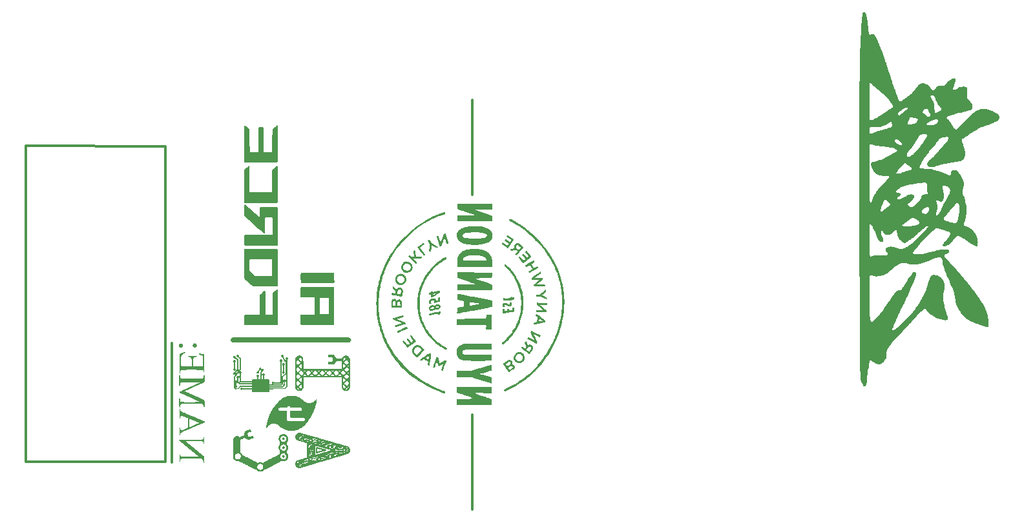
<source format=gbo>
G04 Layer: BottomSilkscreenLayer*
G04 EasyEDA Pro v2.1.49.1, 2024-02-28 13:49:17*
G04 Gerber Generator version 0.3*
G04 Scale: 100 percent, Rotated: No, Reflected: No*
G04 Dimensions in millimeters*
G04 Leading zeros omitted, absolute positions, 3 integers and 5 decimals*
%FSLAX35Y35*%
%MOMM*%
%ADD10C,0.305*%
G75*


G04 Image Start*
G36*
G01X7071462Y5892800D02*
G01X7070700Y5890463D01*
G01Y5890311D01*
G01X7070598Y5889752D01*
G01X7070395Y5887822D01*
G01X7068769Y5858154D01*
G01X7067601Y5828132D01*
G01X7070039Y5824880D01*
G01X7072528Y5821629D01*
G01X7105294Y5810250D01*
G01X7145579Y5796331D01*
G01X7177430Y5785104D01*
G01X7214921Y5771845D01*
G01X7238340Y5763666D01*
G01X7270902Y5752338D01*
G01X7293153Y5744616D01*
G01X7298080Y5740705D01*
G01X7302957Y5736793D01*
G01X7074052Y5739435D01*
G01X7070954Y5736336D01*
G01X7067804Y5733237D01*
G01Y5664403D01*
G01X7069277Y5663489D01*
G01X7069328D01*
G01X7069379Y5663438D01*
G01X7069480D01*
G01X7070039Y5663387D01*
G01X7293712Y5661203D01*
G01X7516673Y5659831D01*
G01X7525004Y5664302D01*
G01X7524953Y5697474D01*
G01Y5730697D01*
G01X7523480Y5732983D01*
G01X7523277Y5733237D01*
G01X7522921Y5733542D01*
G01X7522464Y5733898D01*
G01X7521194Y5734660D01*
G01X7519568Y5735574D01*
G01X7515352Y5737555D01*
G01X7509002Y5740146D01*
G01X7480046Y5750458D01*
G01X7439762Y5764530D01*
G01X7391959Y5781243D01*
G01X7360107Y5792470D01*
G01X7356399Y5793791D01*
G01X7346036Y5797194D01*
G01X7344613Y5797652D01*
G01X7324750Y5804560D01*
G01X7313371Y5808675D01*
G01X7307885Y5810402D01*
G01X7307732Y5810656D01*
G01X7308139Y5811266D01*
G01X7309053Y5812130D01*
G01X7310323Y5813196D01*
G01X7313981Y5815940D01*
G01X7521092D01*
G01X7523074Y5819597D01*
G01X7525004Y5823204D01*
G01Y5890514D01*
G01X7522007Y5891682D01*
G01X7521753D01*
G01X7520889Y5891784D01*
G01X7295236Y5892800D01*
G37*
G36*
G01X6898538Y5783631D02*
G01X6891833Y5781853D01*
G01X6891071Y5781599D01*
G01X6864248Y5772709D01*
G01X6823050Y5757164D01*
G01X6783984Y5741010D01*
G01X6781902Y5740146D01*
G01X6738061Y5719470D01*
G01X6696862Y5698439D01*
G01X6663131Y5679440D01*
G01X6640627Y5666130D01*
G01X6625031Y5656631D01*
G01X6588506Y5632755D01*
G01X6539433Y5598109D01*
G01X6503873Y5571185D01*
G01X6484772Y5555894D01*
G01X6452972Y5529224D01*
G01X6445758Y5522874D01*
G01X6383833Y5463642D01*
G01X6328461Y5407406D01*
G01X6295644Y5369001D01*
G01X6294374Y5367528D01*
G01X6252515Y5314645D01*
G01X6218885Y5267808D01*
G01X6187592Y5219649D01*
G01X6184138Y5214112D01*
G01X6170676Y5191811D01*
G01X6170371Y5191049D01*
G01X6170270Y5190693D01*
G01X6170016Y5190084D01*
G01X6169050Y5188204D01*
G01X6165952Y5182972D01*
G01X6165494Y5182210D01*
G01X6154014Y5161940D01*
G01X6137910Y5131003D01*
G01X6120130Y5094478D01*
G01X6101486Y5052314D01*
G01X6086500Y5014824D01*
G01X6075070Y4983886D01*
G01X6063488Y4949241D01*
G01X6054954Y4921098D01*
G01X6049620Y4902352D01*
G01X6044184Y4882693D01*
G01X6038291Y4857394D01*
G01X6032703Y4833010D01*
G01X6032195Y4830928D01*
G01X6028182Y4812436D01*
G01X6023153Y4782414D01*
G01X6018682Y4752442D01*
G01X6015126Y4726229D01*
G01X6011164Y4688738D01*
G01X6007303Y4623867D01*
G01X6005424Y4581449D01*
G01X6007252Y4541368D01*
G01X6011164Y4476039D01*
G01X6012586Y4459834D01*
G01X6015076Y4438548D01*
G01X6018581Y4413250D01*
G01X6022238Y4387037D01*
G01X6027115Y4358894D01*
G01X6031890Y4335475D01*
G01X6035446Y4319524D01*
G01X6039104Y4302709D01*
G01X6043981Y4282084D01*
G01X6049416Y4262374D01*
G01X6055106Y4242714D01*
G01X6063793Y4213657D01*
G01X6074969Y4179926D01*
G01X6083198Y4157421D01*
G01X6090818Y4137762D01*
G01X6103315Y4106824D01*
G01X6116422Y4076852D01*
G01X6134049Y4040327D01*
G01X6150254Y4008476D01*
G01X6161735Y3987851D01*
G01X6178448Y3958793D01*
G01X6207557Y3912870D01*
G01X6211976Y3906266D01*
G01X6249111Y3853840D01*
G01X6286500Y3806038D01*
G01X6318199Y3769512D01*
G01X6319063Y3768598D01*
G01X6360516Y3725723D01*
G01X6371082Y3715461D01*
G01X6412027Y3677818D01*
G01X6455156Y3641852D01*
G01X6487871Y3616604D01*
G01X6506921Y3602736D01*
G01X6530035Y3586785D01*
G01X6562547Y3564839D01*
G01X6611569Y3534664D01*
G01X6665214Y3503676D01*
G01X6713017Y3479241D01*
G01X6751168Y3460648D01*
G01X6776110Y3449218D01*
G01X6792265Y3442157D01*
G01X6794195Y3441548D01*
G01X6794449D01*
G01X6795211Y3441294D01*
G01X6798005Y3440278D01*
G01X6808064Y3436061D01*
G01X6812280Y3434232D01*
G01X6833972Y3425546D01*
G01X6868058Y3413252D01*
G01X6888429Y3405937D01*
G01X6902653D01*
G01X6906565Y3410915D01*
G01X6908038Y3413049D01*
G01X6909308Y3415284D01*
G01X6910121Y3417316D01*
G01X6910375Y3418840D01*
G01X6910121Y3420364D01*
G01X6909410Y3422193D01*
G01X6908394Y3424072D01*
G01X6907124Y3425901D01*
G01X6905549Y3427578D01*
G01X6903669Y3429305D01*
G01X6901739Y3430778D01*
G01X6899961Y3431845D01*
G01X6899504Y3432099D01*
G01X6896862Y3433166D01*
G01X6875628Y3440582D01*
G01X6859524Y3446069D01*
G01X6849567Y3449777D01*
G01X6837375Y3454654D01*
G01X6801764Y3469386D01*
G01X6796888Y3471469D01*
G01X6733642Y3501136D01*
G01X6729578Y3503219D01*
G01X6669938Y3534715D01*
G01X6660134Y3540404D01*
G01X6643472Y3550564D01*
G01X6642354Y3551377D01*
G01X6639865Y3553257D01*
G01X6638036Y3554019D01*
G01X6637833Y3554070D01*
G01X6637477Y3554171D01*
G01X6637020Y3554374D01*
G01X6634074Y3556000D01*
G01X6623202Y3562706D01*
G01X6593789Y3582060D01*
G01X6561023Y3604565D01*
G01X6529172Y3627780D01*
G01X6493561Y3655974D01*
G01X6459830Y3684118D01*
G01X6435446Y3705708D01*
G01X6384849Y3755390D01*
G01X6355944Y3784956D01*
G01X6328562Y3814470D01*
G01X6307074Y3839972D01*
G01X6288380Y3863391D01*
G01X6264961Y3893769D01*
G01X6249822Y3914394D01*
G01X6232754Y3939134D01*
G01X6213094Y3969106D01*
G01X6195314Y3998163D01*
G01X6172911Y4037482D01*
G01X6150254Y4080612D01*
G01X6133998Y4114698D01*
G01X6122568Y4140962D01*
G01X6116066Y4156507D01*
G01X6108446Y4176166D01*
G01X6099962Y4198671D01*
G01X6099658Y4199433D01*
G01X6091530Y4223969D01*
G01X6083148Y4249268D01*
G01X6082182Y4252265D01*
G01X6074867Y4279240D01*
G01X6066485Y4312056D01*
G01X6061761Y4331005D01*
G01X6056833Y4356303D01*
G01X6052312Y4384802D01*
G01X6051550Y4389882D01*
G01X6049975Y4397705D01*
G01X6049366Y4399432D01*
G01X6049264Y4399686D01*
G01X6049112Y4400093D01*
G01X6048807Y4401363D01*
G01X6048045Y4405376D01*
G01X6046521Y4417111D01*
G01X6042965Y4449318D01*
G01X6039155Y4493819D01*
G01X6036056Y4553661D01*
G01X6034888Y4585411D01*
G01X6037224Y4623968D01*
G01X6042355Y4690618D01*
G01X6046775Y4734204D01*
G01X6047486Y4740402D01*
G01X6048908Y4749546D01*
G01X6049467Y4751426D01*
G01X6049569Y4751680D01*
G01X6049721Y4752035D01*
G01X6050026Y4753102D01*
G01X6050737Y4756404D01*
G01X6052312Y4765904D01*
G01X6058052Y4799279D01*
G01X6063590Y4828794D01*
G01X6064301Y4832401D01*
G01X6065723Y4838090D01*
G01X6066282Y4839462D01*
G01X6066536Y4839970D01*
G01X6067196Y4841850D01*
G01X6067908Y4844491D01*
G01X6069025Y4849317D01*
G01X6076594Y4880458D01*
G01X6082182Y4901387D01*
G01X6084062Y4907636D01*
G01X6084976Y4910125D01*
G01X6088888Y4922977D01*
G01X6098388Y4952949D01*
G01X6109513Y4985766D01*
G01X6112459Y4994250D01*
G01X6115964Y5003546D01*
G01X6121502Y5016449D01*
G01X6123026Y5020107D01*
G01X6125058Y5025796D01*
G01X6125362Y5027117D01*
G01X6125413Y5027320D01*
G01X6125515Y5027676D01*
G01X6125616Y5028133D01*
G01X6126378Y5030114D01*
G01X6131103Y5041392D01*
G01X6138520Y5057902D01*
G01X6146038Y5074768D01*
G01X6164326Y5113223D01*
G01X6185459Y5154422D01*
G01X6198413Y5177841D01*
G01X6214872Y5205984D01*
G01X6215482Y5207051D01*
G01X6243320Y5250942D01*
G01X6268669Y5288432D01*
G01X6292799Y5321198D01*
G01X6325667Y5362296D01*
G01X6359144Y5401666D01*
G01X6361938Y5404764D01*
G01X6408014Y5452466D01*
G01X6414973Y5459374D01*
G01X6457036Y5499354D01*
G01X6473901Y5514289D01*
G01X6474054Y5514442D01*
G01X6487008Y5525618D01*
G01X6520231Y5552440D01*
G01X6562395Y5584038D01*
G01X6610147Y5616702D01*
G01X6636969Y5633822D01*
G01X6637731Y5634177D01*
G01X6638036Y5634279D01*
G01X6639560Y5635092D01*
G01X6646621Y5639562D01*
G01X6650787Y5642204D01*
G01X6667805Y5652059D01*
G01X6687464Y5663235D01*
G01X6688887Y5664048D01*
G01X6729628Y5684926D01*
G01X6777076Y5707888D01*
G01X6804254Y5719420D01*
G01X6825183Y5727903D01*
G01X6834530Y5731866D01*
G01X6835038Y5732069D01*
G01X6854241Y5739181D01*
G01X6887464Y5750611D01*
G01X6904787Y5756300D01*
G01X6908546Y5761076D01*
G01X6910019Y5763158D01*
G01X6911188Y5765241D01*
G01X6912000Y5767121D01*
G01X6912305Y5768543D01*
G01X6912153Y5769864D01*
G01X6911746Y5771490D01*
G01X6911137Y5773217D01*
G01X6910375Y5774842D01*
G01X6909257Y5776417D01*
G01X6907581Y5778144D01*
G01X6905600Y5779719D01*
G01X6903517Y5781040D01*
G37*
G36*
G01X7756144Y5690413D02*
G01X7752639Y5687822D01*
G01X7749083Y5685231D01*
G01Y5671312D01*
G01X7753401Y5668010D01*
G01X7754010Y5667604D01*
G01X7756957Y5665724D01*
G01X7781442Y5652008D01*
G01X7832547Y5622696D01*
G01X7834020Y5621833D01*
G01X7880350Y5592470D01*
G01X7913776Y5569560D01*
G01X7941869Y5549138D01*
G01X7981239Y5518150D01*
G01X8029956Y5476900D01*
G01X8033309Y5473852D01*
G01X8088935Y5420512D01*
G01X8105800Y5403393D01*
G01X8142376Y5364277D01*
G01X8174380Y5326837D01*
G01X8210144Y5280914D01*
G01X8248853Y5226914D01*
G01X8275472Y5185664D01*
G01X8288122Y5164734D01*
G01X8295284Y5152542D01*
G01X8306410Y5132883D01*
G01X8328000Y5090719D01*
G01X8347354Y5050993D01*
G01X8350961Y5042256D01*
G01X8351266Y5041138D01*
G01X8351317Y5040986D01*
G01X8351368Y5040732D01*
G01X8351926Y5039258D01*
G01X8356702Y5028387D01*
G01X8357921Y5025695D01*
G01X8368640Y4999838D01*
G01X8377631Y4975454D01*
G01X8378698Y4972406D01*
G01X8380679Y4967427D01*
G01X8381492Y4965802D01*
G01X8381644Y4965446D01*
G01X8382711Y4962652D01*
G01X8386724Y4950155D01*
G01X8393328Y4929530D01*
G01X8397799Y4916424D01*
G01X8398256Y4914900D01*
G01X8402574Y4898644D01*
G01X8408467Y4876140D01*
G01X8413140Y4858309D01*
G01X8417611Y4836770D01*
G01X8422386Y4812436D01*
G01X8426907Y4788052D01*
G01X8431682Y4758995D01*
G01X8435594Y4723384D01*
G01X8439404Y4684624D01*
G01X8441182Y4667402D01*
G01X8441233Y4604055D01*
G01Y4540707D01*
G01X8439353Y4521962D01*
G01X8434426Y4474159D01*
G01X8430006Y4433824D01*
G01X8428431Y4423156D01*
G01X8426552Y4413250D01*
G01X8421472Y4387037D01*
G01X8415731Y4356100D01*
G01X8409991Y4330802D01*
G01X8405470Y4312971D01*
G01X8399170Y4288638D01*
G01X8387740Y4249268D01*
G01X8383778Y4236415D01*
G01X8379917Y4223055D01*
G01X8379409Y4221074D01*
G01X8378749Y4219194D01*
G01X8378088Y4217568D01*
G01X8377479Y4216451D01*
G01X8377326Y4216197D01*
G01X8376869Y4215333D01*
G01X8375650Y4212285D01*
G01X8371891Y4201465D01*
G01X8359394Y4166819D01*
G01X8351368Y4146601D01*
G01X8348421Y4139946D01*
G01X8347354Y4137762D01*
G01X8346440Y4135679D01*
G01X8345881Y4134002D01*
G01X8345627Y4132885D01*
G01Y4132631D01*
G01X8345526Y4132275D01*
G01X8345373Y4131818D01*
G01X8344306Y4128872D01*
G01X8339836Y4118508D01*
G01X8331606Y4100271D01*
G01X8312099Y4059733D01*
G01X8308391Y4052265D01*
G01X8283550Y4004412D01*
G01X8256880Y3959098D01*
G01X8239760Y3930955D01*
G01X8223250Y3906317D01*
G01X8196123Y3867760D01*
G01X8169046Y3832149D01*
G01X8147507Y3804920D01*
G01X8120888Y3773983D01*
G01X8117484Y3770173D01*
G01X8065618Y3716071D01*
G01X8049971Y3700628D01*
G01X8007452Y3660699D01*
G01X7962494Y3623208D01*
G01X7928762Y3596894D01*
G01X7893152Y3571596D01*
G01X7846314Y3540811D01*
G01X7820101Y3524555D01*
G01X7818425Y3523590D01*
G01X7813548Y3520897D01*
G01X7813192Y3520745D01*
G01X7797597Y3511804D01*
G01X7795209Y3510432D01*
G01X7748880Y3486353D01*
G01X7698638Y3462223D01*
G01X7683957Y3455822D01*
G01X7681214Y3450488D01*
G01X7678420Y3445104D01*
G01X7679487Y3441802D01*
G01X7680198Y3440176D01*
G01X7681366Y3438246D01*
G01X7682789Y3436264D01*
G01X7684364Y3434385D01*
G01X7688123Y3430321D01*
G01X7692441D01*
G01X7692949Y3430372D01*
G01X7693660Y3430473D01*
G01X7694473Y3430676D01*
G01X7697775Y3431591D01*
G01X7703617Y3433623D01*
G01X7714031Y3437839D01*
G01X7714996Y3438246D01*
G01X7767269Y3463442D01*
G01X7781392Y3470758D01*
G01X7833157Y3499307D01*
G01X7836357Y3501238D01*
G01X7892237Y3536544D01*
G01X7933588Y3564839D01*
G01X7957007Y3582010D01*
G01X7978394Y3598723D01*
G01X7999019Y3615639D01*
G01X8031785Y3643935D01*
G01X8036966Y3648558D01*
G01X8085226Y3694582D01*
G01X8091881Y3701288D01*
G01X8137855Y3749853D01*
G01X8177124Y3795776D01*
G01X8212785Y3841699D01*
G01X8248396Y3892448D01*
G01X8268259Y3922420D01*
G01X8285277Y3950360D01*
G01X8306664Y3986886D01*
G01X8317535Y4006596D01*
G01X8317789Y4007002D01*
G01X8333588Y4037533D01*
G01X8356702Y4085844D01*
G01X8364779Y4103776D01*
G01X8368132Y4111803D01*
G01X8368182Y4112158D01*
G01X8368335Y4112768D01*
G01X8368995Y4114546D01*
G01X8371078Y4119677D01*
G01X8376564Y4132123D01*
G01X8384134Y4150817D01*
G01X8394649Y4178910D01*
G01X8403996Y4206189D01*
G01X8410296Y4224884D01*
G01X8410854Y4226509D01*
G01X8416595Y4244594D01*
G01X8423554Y4268927D01*
G01X8432140Y4301744D01*
G01X8439201Y4329836D01*
G01X8443722Y4349547D01*
G01X8450275Y4383278D01*
G01X8455914Y4417009D01*
G01X8460689Y4447896D01*
G01X8462213Y4458310D01*
G01X8464702Y4481627D01*
G01X8468258Y4531309D01*
G01X8468766Y4538777D01*
G01X8470900Y4599737D01*
G01X8470798Y4619498D01*
G01X8469325Y4661560D01*
G01X8465515Y4714037D01*
G01X8464194Y4728210D01*
G01X8460740Y4757115D01*
G01X8456168Y4786173D01*
G01X8450428Y4819904D01*
G01X8447786Y4834077D01*
G01X8443925Y4851756D01*
G01X8435492Y4885487D01*
G01X8434273Y4890567D01*
G01X8426958Y4918304D01*
G01X8415833Y4952949D01*
G01X8409432Y4972609D01*
G01X8405774Y4982972D01*
G01X8405317Y4983937D01*
G01X8399983Y4997958D01*
G01X8387334Y5029810D01*
G01X8374228Y5060747D01*
G01X8357210Y5096358D01*
G01X8331048Y5146853D01*
G01X8305800Y5190896D01*
G01X8278216Y5234076D01*
G01X8254848Y5268722D01*
G01X8237779Y5292192D01*
G01X8219999Y5315610D01*
G01X8196631Y5344668D01*
G01X8163052Y5383987D01*
G01X8162036Y5385105D01*
G01X8110779Y5438953D01*
G01X8093151Y5456580D01*
G01X8064703Y5483911D01*
G01X8042199Y5503926D01*
G01X8017002Y5525465D01*
G01X7994396Y5544210D01*
G01X7973568Y5560720D01*
G01X7943748Y5583022D01*
G01X7893914Y5617312D01*
G01X7887056Y5621884D01*
G01X7848956Y5646268D01*
G01X7825689Y5659780D01*
G01X7802270Y5673090D01*
G01X7779918Y5685130D01*
G01X7769758Y5690413D01*
G37*
G36*
G01X7229907Y5595569D02*
G01X7209282Y5592267D01*
G01X7200087Y5590743D01*
G01X7173671Y5585511D01*
G01X7170471Y5584749D01*
G01X7156704Y5580837D01*
G01X7148373Y5577992D01*
G01X7144106Y5576316D01*
G01X7134352Y5572862D01*
G01X7133895Y5572709D01*
G01X7132574Y5572150D01*
G01X7128561Y5570220D01*
G01X7115759Y5563159D01*
G01X7100976Y5554523D01*
G01X7089191Y5542534D01*
G01X7077354Y5530545D01*
G01X7070903Y5517236D01*
G01X7064400Y5503926D01*
G01X7062521Y5488940D01*
G01X7061200Y5478577D01*
G01X7134860D01*
G01X7138467Y5485486D01*
G01X7142023Y5492344D01*
G01X7161225Y5503215D01*
G01X7175906Y5506669D01*
G01X7190537Y5510124D01*
G01X7225182Y5513121D01*
G01X7259879Y5516169D01*
G01X7292645Y5516118D01*
G01X7325462D01*
G01X7398512Y5510225D01*
G01X7414463Y5506466D01*
G01X7430364Y5502707D01*
G01X7439508Y5497728D01*
G01X7441387Y5496662D01*
G01X7445045Y5494274D01*
G01X7448245Y5491836D01*
G01X7449515Y5490718D01*
G01X7450582Y5489651D01*
G01X7451293Y5488737D01*
G01X7452411Y5486756D01*
G01X7453630Y5484266D01*
G01X7454697Y5481676D01*
G01X7455510Y5479186D01*
G01X7457084Y5473649D01*
G01X7454748Y5468061D01*
G01X7454087Y5466791D01*
G01X7453224Y5465369D01*
G01X7452157Y5463896D01*
G01X7449617Y5460746D01*
G01X7446670Y5457800D01*
G01X7445197Y5456479D01*
G01X7437984Y5450586D01*
G01X7426706Y5446878D01*
G01X7423963Y5446065D01*
G01X7412380Y5443322D01*
G01X7393838Y5439918D01*
G01X7372299Y5436616D01*
G01X7297318Y5436565D01*
G01X7222388Y5436514D01*
G01X7206488Y5439105D01*
G01X7177481Y5444185D01*
G01X7164426Y5446725D01*
G01X7154367Y5451856D01*
G01X7150151Y5454193D01*
G01X7146239Y5456784D01*
G01X7142937Y5459273D01*
G01X7141667Y5460441D01*
G01X7140753Y5461406D01*
G01X7140042Y5462473D01*
G01X7139330Y5463642D01*
G01X7137908Y5466436D01*
G01X7136790Y5469433D01*
G01X7136384Y5470855D01*
G01X7136079Y5472227D01*
G01X7134860Y5478577D01*
G01X7061200D01*
G01X7060590Y5473954D01*
G01X7063080Y5458866D01*
G01X7065518Y5443728D01*
G01X7071208Y5432552D01*
G01X7072478Y5430114D01*
G01X7074916Y5426050D01*
G01X7078726Y5420411D01*
G01X7082688Y5415077D01*
G01X7085482Y5411724D01*
G01X7094169Y5402072D01*
G01X7107428Y5393334D01*
G01X7108800Y5392420D01*
G01X7116928Y5387594D01*
G01X7127240Y5382108D01*
G01X7133133Y5379364D01*
G01X7135825Y5378247D01*
G01X7156806Y5370271D01*
G01X7158025Y5369865D01*
G01X7168896Y5366614D01*
G01X7182104Y5363413D01*
G01X7188911Y5362143D01*
G01X7228789Y5356758D01*
G01X7261403Y5353101D01*
G01X7298131D01*
G01X7334809Y5353152D01*
G01X7365746Y5356758D01*
G01X7394702Y5360670D01*
G01X7410704Y5363413D01*
G01X7412228Y5363769D01*
G01X7425284Y5367122D01*
G01X7440676Y5371744D01*
G01X7447686Y5374234D01*
G01X7461656Y5379872D01*
G01X7466889Y5382362D01*
G01X7471969Y5385156D01*
G01X7481367Y5391099D01*
G01X7490562Y5397500D01*
G01X7496099Y5401818D01*
G01X7503668Y5408422D01*
G01X7507326Y5412080D01*
G01X7508545Y5413502D01*
G01X7511999Y5418480D01*
G01X7518451Y5428793D01*
G01X7519010Y5429758D01*
G01X7520788Y5433263D01*
G01X7523175Y5438648D01*
G01X7525868Y5445608D01*
G01X7527087Y5449418D01*
G01X7530338Y5460848D01*
G01X7530490Y5473954D01*
G01X7530592Y5487060D01*
G01X7527036Y5499659D01*
G01X7526172Y5502402D01*
G01X7524090Y5508396D01*
G01X7520432Y5517286D01*
G01X7518095Y5522062D01*
G01X7512812Y5531917D01*
G01X7502347Y5542483D01*
G01X7491832Y5553100D01*
G01X7478928Y5560720D01*
G01X7472985Y5564073D01*
G01X7461656Y5569814D01*
G01X7454748Y5572912D01*
G01X7436917Y5579669D01*
G01X7435393Y5580177D01*
G01X7420051Y5584749D01*
G01X7419492Y5584901D01*
G01X7413092Y5586374D01*
G01X7384491Y5591556D01*
G01X7359193Y5595518D01*
G01X7294524Y5595569D01*
G37*
G36*
G01X6909308Y5502910D02*
G01X6902399Y5500776D01*
G01X6899504Y5499710D01*
G01X6896760Y5498389D01*
G01X6894424Y5496966D01*
G01X6892900Y5495646D01*
G01X6892849Y5495544D01*
G01X6892747Y5495442D01*
G01X6892138Y5494376D01*
G01X6890207Y5490058D01*
G01X6871868Y5443220D01*
G01X6857898Y5407101D01*
G01X6851244Y5391607D01*
G01X6850228Y5389778D01*
G01X6847027Y5385867D01*
G01X6846062Y5388661D01*
G01X6839102Y5411165D01*
G01X6827723Y5447640D01*
G01X6822796Y5464454D01*
G01X6822389Y5466639D01*
G01X6822186Y5467655D01*
G01X6821576Y5468823D01*
G01X6820764Y5469992D01*
G01X6819697Y5471008D01*
G01X6817055Y5473243D01*
G01X6810299Y5471973D01*
G01X6807352Y5471211D01*
G01X6804304Y5470093D01*
G01X6801561Y5468823D01*
G01X6799478Y5467452D01*
G01X6795465Y5464200D01*
G01X6797497Y5458765D01*
G01X6797751Y5458104D01*
G01X6805473Y5433670D01*
G01X6822440Y5379314D01*
G01X6832092Y5348376D01*
G01X6833718Y5343855D01*
G01X6835445Y5339842D01*
G01X6837121Y5336743D01*
G01X6838442Y5335016D01*
G01X6841185Y5332933D01*
G01X6849110Y5335626D01*
G01X6852361Y5336845D01*
G01X6855308Y5338166D01*
G01X6857644Y5339486D01*
G01X6859067Y5340553D01*
G01X6859524Y5341163D01*
G01X6860692Y5343093D01*
G01X6862013Y5345684D01*
G01X6864045Y5350256D01*
G01X6874866Y5378399D01*
G01X6879488Y5390845D01*
G01X6884213Y5404612D01*
G01X6884924Y5407000D01*
G01X6891934Y5426151D01*
G01X6893255Y5429402D01*
G01X6897116Y5438038D01*
G01X6899402Y5442153D01*
G01X6900266Y5443525D01*
G01X6900977Y5444287D01*
G01X6903822Y5446471D01*
G01X6907784Y5433974D01*
G01X6917741Y5401818D01*
G01X6926732Y5373675D01*
G01X6927952Y5370322D01*
G01X6930136Y5365140D01*
G01X6930847Y5363972D01*
G01X6931965Y5362651D01*
G01X6940398Y5364480D01*
G01X6948830Y5366360D01*
G01X6951167Y5369458D01*
G01X6952844Y5371795D01*
G01X6953555Y5373167D01*
G01X6953453Y5373522D01*
G01X6950050Y5384546D01*
G01X6940550Y5414924D01*
G01X6932066Y5442102D01*
G01X6923837Y5468315D01*
G01X6916928Y5492090D01*
G01X6916217Y5494274D01*
G01X6915150Y5496458D01*
G01X6913880Y5498490D01*
G01X6912508Y5500014D01*
G37*
G36*
G01X7723683Y5480355D02*
G01X7713929Y5467553D01*
G01X7715148Y5460848D01*
G01X7741412Y5443677D01*
G01X7767625Y5425999D01*
G01X7770978Y5423459D01*
G01X7774381Y5420360D01*
G01X7773111Y5416398D01*
G01X7772756Y5415432D01*
G01X7771282Y5412638D01*
G01X7769200Y5409082D01*
G01X7765339Y5403393D01*
G01X7758836Y5394300D01*
G01X7756246D01*
G01X7756093Y5394350D01*
G01X7755839Y5394401D01*
G01X7755230Y5394655D01*
G01X7753807Y5395316D01*
G01X7748727Y5398160D01*
G01X7728001Y5411064D01*
G01X7702347Y5427828D01*
G01X7699146Y5426100D01*
G01X7698435Y5425643D01*
G01X7697572Y5424932D01*
G01X7696657Y5424018D01*
G01X7695743Y5422951D01*
G01X7693762Y5420462D01*
G01X7692034Y5417769D01*
G01X7688123Y5411165D01*
G01X7696962Y5404460D01*
G01X7697927Y5403698D01*
G01X7723581Y5386019D01*
G01X7741412Y5374284D01*
G01X7741920Y5371541D01*
G01Y5371236D01*
G01X7741869Y5370779D01*
G01X7741717Y5370220D01*
G01X7741514Y5369560D01*
G01X7740904Y5368036D01*
G01X7740040Y5366156D01*
G01X7737754Y5361838D01*
G01X7734808Y5357012D01*
G01X7727188Y5345227D01*
G01X7722464Y5346395D01*
G01X7721448Y5346802D01*
G01X7719873Y5347564D01*
G01X7713320Y5351221D01*
G01X7690968Y5365344D01*
G01X7685481Y5368900D01*
G01X7667396Y5380025D01*
G01X7662266Y5382717D01*
G01X7661097Y5383073D01*
G01X7658049D01*
G01X7653172Y5375656D01*
G01X7648296Y5368290D01*
G01X7649566Y5366258D01*
G01X7649769Y5366004D01*
G01X7650175Y5365598D01*
G01X7650785Y5365090D01*
G01X7654696Y5362143D01*
G01X7669886Y5351780D01*
G01X7710018Y5325466D01*
G01X7731150Y5311597D01*
G01X7737653Y5313934D01*
G01X7756398Y5342890D01*
G01X7789672Y5393842D01*
G01X7804150Y5416398D01*
G01X7805979Y5419598D01*
G01X7807198Y5422646D01*
G01X7807808Y5424780D01*
G01X7807757Y5424932D01*
G01X7807604Y5425186D01*
G01X7807300Y5425542D01*
G01X7806944Y5425948D01*
G01X7805979Y5426913D01*
G01X7802982Y5429453D01*
G01X7796835Y5434127D01*
G01X7757922Y5460086D01*
G01X7746898Y5467147D01*
G01X7728153Y5478628D01*
G01X7726934Y5479237D01*
G37*
G36*
G01X6701333Y5422341D02*
G01X6693103Y5417922D01*
G01X6684874Y5413553D01*
G01X6683654Y5410048D01*
G01X6682435Y5406593D01*
G01X6687871Y5397348D01*
G01X6689141Y5395214D01*
G01X6699809Y5375250D01*
G01X6706311Y5362346D01*
G01X6704279Y5332882D01*
G01X6702095Y5306060D01*
G01X6700520Y5292192D01*
G01X6700164Y5289753D01*
G01X6699047Y5279390D01*
G01X6698742Y5273091D01*
G01X6698691Y5265217D01*
G01X6700520Y5264099D01*
G01X6702298Y5262982D01*
G01X6711391Y5267604D01*
G01X6718503Y5271618D01*
G01X6721145Y5273446D01*
G01X6722720Y5274869D01*
G01X6724904Y5277561D01*
G01X6726834Y5306416D01*
G01X6729171Y5335575D01*
G01X6729679Y5339486D01*
G01X6730644Y5343703D01*
G01X6733591D01*
G01X6733946Y5343652D01*
G01X6734404Y5343550D01*
G01X6735572Y5343195D01*
G01X6738010Y5342230D01*
G01X6742024Y5340248D01*
G01X6747662Y5337150D01*
G01X6758330Y5331104D01*
G01X6759397Y5330596D01*
G01X6760210Y5330190D01*
G01X6774688Y5322164D01*
G01X6789471Y5313731D01*
G01X6793941D01*
G01X6794957Y5313782D01*
G01X6796126Y5313985D01*
G01X6797446Y5314290D01*
G01X6800240Y5315153D01*
G01X6802984Y5316322D01*
G01X6804304Y5316982D01*
G01X6809130Y5319776D01*
G01X6812534Y5321910D01*
G01X6814210Y5323789D01*
G01X6814871Y5325974D01*
G01Y5328361D01*
G01X6801307Y5335829D01*
G01X6774586Y5350256D01*
G01X6749288Y5363870D01*
G01X6744259Y5366664D01*
G01X6733032Y5373167D01*
G01X6728917Y5375859D01*
G01X6721856Y5389321D01*
G01X6711340Y5409540D01*
G01X6709766Y5412435D01*
G01X6707937Y5415280D01*
G01X6706159Y5417668D01*
G01X6704584Y5419344D01*
G37*
G36*
G01X6620967Y5377434D02*
G01X6585356Y5351018D01*
G01X6548171Y5323129D01*
G01X6546596Y5321605D01*
G01X6548933Y5317185D01*
G01X6549085Y5316931D01*
G01X6549847Y5315763D01*
G01X6582308Y5270602D01*
G01X6620662Y5219090D01*
G01X6628028Y5209692D01*
G01X6630975Y5210353D01*
G01X6631737Y5210607D01*
G01X6632702Y5211013D01*
G01X6635140Y5212283D01*
G01X6638036Y5214010D01*
G01X6641033Y5215992D01*
G01X6643726Y5218074D01*
G01X6646012Y5220106D01*
G01X6647536Y5221834D01*
G01X6648094Y5223053D01*
G01Y5223205D01*
G01X6647993Y5223358D01*
G01X6647942Y5223612D01*
G01X6647637Y5224221D01*
G01X6646926Y5225491D01*
G01X6644183Y5229758D01*
G01X6633058Y5245557D01*
G01X6607708Y5280000D01*
G01X6589725Y5305095D01*
G01X6582004Y5316169D01*
G01X6583782Y5319014D01*
G01X6584036Y5319370D01*
G01X6584798Y5320233D01*
G01X6586677Y5321960D01*
G01X6590182Y5324907D01*
G01X6596685Y5329885D01*
G01X6622390Y5348376D01*
G01X6636868Y5358790D01*
G01Y5361838D01*
G01X6636766Y5362600D01*
G01X6636512Y5363515D01*
G01X6636055Y5364632D01*
G01X6635496Y5365852D01*
G01X6633972Y5368493D01*
G01X6632092Y5371186D01*
G01X6627317Y5377434D01*
G37*
G36*
G01X7845247Y5375554D02*
G01X7838034Y5371897D01*
G01X7834732Y5369966D01*
G01X7831125Y5367477D01*
G01X7827670Y5364785D01*
G01X7824724Y5362092D01*
G01X7823403Y5360721D01*
G01X7820711Y5357368D01*
G01X7818120Y5353710D01*
G01X7815986Y5350053D01*
G01X7815174Y5348427D01*
G01X7811719Y5340909D01*
G01Y5332882D01*
G01X7811668Y5324856D01*
G01X7812430Y5323027D01*
G01X7836002D01*
G01Y5333797D01*
G01X7844536Y5346395D01*
G01X7850429Y5348122D01*
G01X7856372Y5349799D01*
G01X7862570Y5348630D01*
G01X7868818Y5347462D01*
G01X7884058Y5334406D01*
G01X7892694Y5326685D01*
G01X7898638Y5320843D01*
G01X7899705Y5319624D01*
G01X7900213Y5318862D01*
G01X7901178Y5316372D01*
G01X7888122Y5301894D01*
G01X7875016Y5287467D01*
G01X7872222D01*
G01X7871866Y5287518D01*
G01X7871358Y5287721D01*
G01X7870800Y5287975D01*
G01X7869377Y5288788D01*
G01X7867599Y5289956D01*
G01X7863281Y5293157D01*
G01X7857084Y5298237D01*
G01X7852004Y5303012D01*
G01X7844993Y5310276D01*
G01X7841539Y5314391D01*
G01X7840421Y5316017D01*
G01X7836002Y5323027D01*
G01X7812430D01*
G01X7814462Y5318150D01*
G01X7815478Y5315407D01*
G01X7816139Y5312969D01*
G01X7816444Y5310988D01*
G01X7816240Y5309870D01*
G01X7815885Y5309464D01*
G01X7815123Y5309006D01*
G01X7814056Y5308498D01*
G01X7812684Y5307889D01*
G01X7809382Y5306670D01*
G01X7805522Y5305450D01*
G01X7801915Y5304485D01*
G01X7780731Y5299608D01*
G01X7763408Y5295798D01*
G01X7761732Y5294579D01*
G01X7761072Y5292598D01*
G01X7761173Y5291988D01*
G01X7761529Y5291176D01*
G01X7762088Y5290210D01*
G01X7762850Y5289144D01*
G01X7764780Y5286756D01*
G01X7767168Y5284318D01*
G01X7769809Y5281930D01*
G01X7775092Y5277815D01*
G01X7777074Y5276596D01*
G01X7780884Y5274666D01*
G01X7805115Y5280152D01*
G01X7819288Y5283200D01*
G01X7831785Y5285486D01*
G01X7833004Y5285588D01*
G01X7836560D01*
G01X7844587Y5279034D01*
G01X7847838Y5276190D01*
G01X7850632Y5273294D01*
G01X7852715Y5270703D01*
G01X7853782Y5268773D01*
G01X7854950Y5265115D01*
G01X7840878Y5248961D01*
G01X7826756Y5232806D01*
G01X7831836Y5226355D01*
G01X7834173Y5223764D01*
G01X7836662Y5221478D01*
G01X7839100Y5219751D01*
G01X7841082Y5218836D01*
G01X7844485Y5218278D01*
G01X7846873Y5218430D01*
G01X7846974Y5218532D01*
G01X7847076Y5218582D01*
G01X7847330Y5218836D01*
G01X7848600Y5220056D01*
G01X7882077Y5256581D01*
G01X7925511Y5305196D01*
G01X7929321Y5309616D01*
G01X7934503Y5316118D01*
G01X7935265Y5317388D01*
G01X7934858Y5318658D01*
G01X7933893Y5320284D01*
G01X7933639Y5320589D01*
G01X7932928Y5321300D01*
G01X7912811Y5340045D01*
G01X7896758Y5354320D01*
G01X7885684Y5363515D01*
G01X7880248Y5367172D01*
G01X7874406Y5370627D01*
G01X7871104Y5372354D01*
G01X7863992Y5375554D01*
G37*
G36*
G01X7231786Y5295900D02*
G01X7219594Y5293462D01*
G01X7195210Y5288077D01*
G01X7189622Y5286654D01*
G01X7171792Y5281473D01*
G01X7169252Y5280558D01*
G01X7157669Y5275936D01*
G01X7145579Y5270398D01*
G01X7130593Y5262931D01*
G01X7118452Y5253126D01*
G01X7115810Y5250942D01*
G01X7108698Y5244338D01*
G01X7101789Y5237277D01*
G01X7097319Y5232197D01*
G01X7094423Y5228387D01*
G01X7089343Y5221021D01*
G01X7084873Y5213655D01*
G01X7082790Y5209794D01*
G01X7081571Y5207254D01*
G01X7076338Y5195011D01*
G01X7073087Y5186274D01*
G01X7068972Y5174132D01*
G01X7068668Y5152238D01*
G01X7142277D01*
G01X7142328Y5155641D01*
G01X7142683Y5164125D01*
G01X7156806Y5185359D01*
G01X7165645Y5191252D01*
G01X7168845Y5193233D01*
G01X7174179Y5196078D01*
G01X7181545Y5199583D01*
G01X7187184Y5201869D01*
G01X7188556Y5202377D01*
G01X7201459Y5206594D01*
G01X7212076Y5209489D01*
G01X7215937Y5210251D01*
G01X7228078Y5212080D01*
G01X7249465Y5214315D01*
G01X7263740Y5215230D01*
G01X7293712Y5216296D01*
G01X7303008Y5216144D01*
G01X7336892Y5214417D01*
G01X7342022Y5213960D01*
G01X7365492Y5211216D01*
G01X7375093Y5209591D01*
G01X7378141Y5208880D01*
G01X7391146Y5205527D01*
G01X7399071Y5202987D01*
G01X7408266Y5199329D01*
G01X7416343Y5195621D01*
G01X7417968Y5194757D01*
G01X7421626Y5192522D01*
G01X7427316Y5188509D01*
G01X7430516Y5185867D01*
G01X7433513Y5183022D01*
G01X7436561Y5179720D01*
G01X7439355Y5176317D01*
G01X7441540Y5173269D01*
G01X7442403Y5171694D01*
G01X7443267Y5169865D01*
G01X7445045Y5165649D01*
G01X7446518Y5161077D01*
G01X7447585Y5156708D01*
G01X7449515Y5146802D01*
G01X7445654Y5144719D01*
G01X7441743Y5142636D01*
G01X7293102Y5143652D01*
G01X7277913Y5143754D01*
G01X7144106Y5145735D01*
G01X7143191Y5145888D01*
G01X7142937Y5146294D01*
G01X7142734Y5147056D01*
G01X7142582Y5148021D01*
G01X7142429Y5149240D01*
G01X7142277Y5152238D01*
G01X7068668D01*
G01X7068261Y5120945D01*
G01X7067499Y5067808D01*
G01X7070649Y5064658D01*
G01X7294321Y5063338D01*
G01X7518044Y5062017D01*
G01X7523124Y5068926D01*
G01X7522921Y5157216D01*
G01X7520381Y5170373D01*
G01X7519213Y5175961D01*
G01X7516622Y5186477D01*
G01X7515504Y5190033D01*
G01X7514946Y5191506D01*
G01X7509307Y5205019D01*
G01X7508443Y5206898D01*
G01X7504887Y5213756D01*
G01X7499553Y5222900D01*
G01X7498842Y5223916D01*
G01X7497166Y5226253D01*
G01X7492797Y5231587D01*
G01X7486244Y5238852D01*
G01X7480859Y5244186D01*
G01X7478116Y5246726D01*
G01X7469124Y5254346D01*
G01X7462063Y5259781D01*
G01X7458659Y5262118D01*
G01X7457643Y5262728D01*
G01X7447483Y5268570D01*
G01X7438644Y5273040D01*
G01X7434986Y5274666D01*
G01X7424623Y5278730D01*
G01X7416140Y5281625D01*
G01X7392873Y5288128D01*
G01X7369454Y5293462D01*
G01X7357313Y5295900D01*
G37*
G36*
G01X6509918Y5291836D02*
G01X6500317Y5282844D01*
G01X6490767Y5273853D01*
G01X6490716Y5268976D01*
G01Y5268366D01*
G01X6491072Y5264455D01*
G01X6493561Y5246268D01*
G01X6498895Y5212893D01*
G01X6501282Y5197348D01*
G01X6499606Y5196281D01*
G01X6499352Y5196180D01*
G01X6498996Y5196078D01*
G01X6498488Y5195976D01*
G01X6497117Y5195773D01*
G01X6493154Y5195468D01*
G01X6483858Y5195265D01*
G01X6469837Y5195316D01*
G01X6457036Y5207660D01*
G01X6447333Y5216398D01*
G01X6443828Y5219040D01*
G01X6441897Y5220005D01*
G01X6441288Y5219852D01*
G01X6440424Y5219446D01*
G01X6439357Y5218735D01*
G01X6438138Y5217770D01*
G01X6435344Y5215382D01*
G01X6432347Y5212436D01*
G01X6425082Y5204816D01*
G01X6427622Y5201209D01*
G01X6427826Y5200955D01*
G01X6429045Y5199634D01*
G01X6474054Y5155184D01*
G01X6517081Y5114341D01*
G01X6522212Y5109921D01*
G01X6526530Y5107026D01*
G01X6533947Y5114239D01*
G01X6536792Y5117186D01*
G01X6539179Y5119980D01*
G01X6540754Y5122164D01*
G01X6541313Y5123586D01*
G01Y5123739D01*
G01X6541211Y5123891D01*
G01X6541059Y5124145D01*
G01X6540652Y5124806D01*
G01X6539586Y5126126D01*
G01X6535572Y5130698D01*
G01X6519316Y5147615D01*
G01X6497320Y5169510D01*
G01X6500114Y5171491D01*
G01X6502908Y5173421D01*
G01X6545885Y5172405D01*
G01X6588811Y5171389D01*
G01X6597853Y5180432D01*
G01X6604254Y5187391D01*
G01X6606184Y5189982D01*
G01X6606896Y5191404D01*
G01X6606591Y5192268D01*
G01X6605676Y5193132D01*
G01X6604305Y5193894D01*
G01X6602679Y5194503D01*
G01X6602425Y5194554D01*
G01X6602070Y5194605D01*
G01X6601104Y5194706D01*
G01X6597396Y5194960D01*
G01X6563411Y5195621D01*
G01X6528359Y5195672D01*
G01X6526428Y5199278D01*
G01X6525666Y5201107D01*
G01X6525057Y5203495D01*
G01X6524600Y5206035D01*
G01X6524447Y5208473D01*
G01Y5209083D01*
G01X6524346Y5210708D01*
G01X6523685Y5216398D01*
G01X6521806Y5227777D01*
G01X6515964Y5264048D01*
G01X6512662Y5283860D01*
G01X6511646Y5288178D01*
G01X6511341Y5289194D01*
G37*
G36*
G01X7971587Y5277561D02*
G01X7965643Y5272278D01*
G01X7959649Y5266944D01*
G01Y5259883D01*
G01X7966710Y5251653D01*
G01X7988300Y5225390D01*
G01X7993888Y5218227D01*
G01X8001610Y5207610D01*
G01X8002778Y5205425D01*
G01X8002727Y5205171D01*
G01X8002372Y5204460D01*
G01X8001660Y5203495D01*
G01X8000644Y5202276D01*
G01X7997901Y5199329D01*
G01X7993431Y5195113D01*
G01X7989570Y5191811D01*
G01X7985862Y5188966D01*
G01X7982763Y5186832D01*
G01X7980629Y5185816D01*
G01X7977124Y5184902D01*
G01X7963256Y5201768D01*
G01X7944104Y5225390D01*
G01X7941818Y5228133D01*
G01X7939430Y5230571D01*
G01X7937195Y5232451D01*
G01X7935468Y5233467D01*
G01X7932064Y5234737D01*
G01X7918247Y5220614D01*
G01X7938008Y5196230D01*
G01X7949082Y5182108D01*
G01X7956245Y5171948D01*
G01X7957414Y5169967D01*
G01X7957820Y5168849D01*
G01Y5165903D01*
G01X7947304Y5157368D01*
G01X7939278Y5151323D01*
G01X7936281Y5149494D01*
G01X7934554Y5148783D01*
G01X7933995Y5148936D01*
G01X7933233Y5149291D01*
G01X7932318Y5149850D01*
G01X7931302Y5150612D01*
G01X7929016Y5152542D01*
G01X7926629Y5154879D01*
G01X7925968Y5155641D01*
G01X7904632Y5181143D01*
G01X7901280Y5185207D01*
G01X7889596Y5198618D01*
G01X7885887Y5202276D01*
G01X7884871Y5203088D01*
G01X7881468Y5204917D01*
G01X7866939Y5192319D01*
G01X7872527Y5184750D01*
G01X7900670Y5149444D01*
G01X7924140Y5121250D01*
G01X7927645Y5117389D01*
G01X7932166Y5113172D01*
G01X7937043Y5116322D01*
G01X7939126Y5117795D01*
G01X7956855Y5131867D01*
G01X7997139Y5164633D01*
G01X8017053Y5180940D01*
G01X8029448Y5191658D01*
G01X8032191Y5194402D01*
G01X8034426Y5196992D01*
G01X8035950Y5199126D01*
G01X8036509Y5200498D01*
G01X8036458Y5200752D01*
G01X8036255Y5201209D01*
G01X8036001Y5201717D01*
G01X8035646Y5202377D01*
G01X8034680Y5203901D01*
G01X8031886Y5208016D01*
G01X8026044Y5215585D01*
G01X8007858Y5237632D01*
G01X7995361Y5252923D01*
G01X7984033Y5267503D01*
G01X7981239Y5270856D01*
G01X7978546Y5273700D01*
G01X7976210Y5275783D01*
G01X7974533Y5276748D01*
G37*
G36*
G01X6907479Y5190033D02*
G01X6890664Y5180482D01*
G01X6887007Y5178349D01*
G01X6857949Y5160366D01*
G01X6856273Y5159248D01*
G01X6823304Y5135880D01*
G01X6817157Y5131206D01*
G01X6791452Y5110683D01*
G01X6789217Y5108702D01*
G01X6755232Y5076800D01*
G01X6739534Y5060950D01*
G01X6715760Y5035448D01*
G01X6710274Y5029048D01*
G01X6685280Y4997958D01*
G01X6682181Y4993843D01*
G01X6659423Y4961382D01*
G01X6656883Y4957572D01*
G01X6640119Y4930496D01*
G01X6621678Y4896307D01*
G01X6616802Y4886655D01*
G01X6602933Y4856937D01*
G01X6591503Y4829302D01*
G01X6582207Y4803038D01*
G01X6573825Y4776826D01*
G01X6569253Y4760874D01*
G01X6563665Y4738370D01*
G01X6557010Y4707484D01*
G01X6552387Y4681220D01*
G01X6552336Y4680610D01*
G01X6548018Y4638142D01*
G01X6546240Y4612081D01*
G01X6545275Y4580992D01*
G01X6545631Y4563415D01*
G01X6548018Y4524756D01*
G01X6551676Y4486351D01*
G01X6551828Y4485488D01*
G01X6555537Y4463847D01*
G01X6562242Y4431030D01*
G01X6565392Y4417111D01*
G01X6567526Y4408576D01*
G01X6572047Y4393590D01*
G01X6579565Y4369206D01*
G01X6580073Y4367682D01*
G01X6590843Y4337355D01*
G01X6600241Y4313936D01*
G01X6614973Y4282846D01*
G01X6628486Y4256227D01*
G01X6634836Y4244899D01*
G01X6641897Y4232656D01*
G01X6642506Y4231234D01*
G01Y4231132D01*
G01X6642608Y4230980D01*
G01X6642811Y4230522D01*
G01X6643726Y4228998D01*
G01X6657797Y4207358D01*
G01X6661048Y4202532D01*
G01X6681927Y4173118D01*
G01X6701688Y4147820D01*
G01X6708546Y4139844D01*
G01X6745478Y4101033D01*
G01X6781546Y4066235D01*
G01X6792062Y4056990D01*
G01X6829552Y4028542D01*
G01X6851040Y4013149D01*
G01X6857441Y4008882D01*
G01X6878980Y3996030D01*
G01X6905193Y3980536D01*
G01X6913982Y3975659D01*
G01X6924243D01*
G01X6928561Y3979723D01*
G01X6932930Y3983787D01*
G01Y3995674D01*
G01X6929628Y3998570D01*
G01X6929222Y3998925D01*
G01X6928053Y3999789D01*
G01X6924345Y4002227D01*
G01X6912305Y4009390D01*
G01X6893204Y4020414D01*
G01X6876339Y4030828D01*
G01X6873646Y4032555D01*
G01X6847840Y4050284D01*
G01X6846062Y4051554D01*
G01X6817309Y4073550D01*
G01X6816598Y4074160D01*
G01X6783222Y4103167D01*
G01X6764274Y4121506D01*
G01X6742430Y4144670D01*
G01X6728054Y4161384D01*
G01X6705092Y4190238D01*
G01X6697624Y4200398D01*
G01X6676898Y4230522D01*
G01X6658610Y4260494D01*
G01X6657848Y4261917D01*
G01X6638696Y4299407D01*
G01X6625895Y4326433D01*
G01X6625641Y4327246D01*
G01X6625590Y4327550D01*
G01X6625438Y4328109D01*
G01X6624879Y4329735D01*
G01X6622999Y4334256D01*
G01X6615633Y4352341D01*
G01X6615176Y4353662D01*
G01X6607048Y4376725D01*
G01X6601257Y4394810D01*
G01X6596431Y4411675D01*
G01X6590741Y4434789D01*
G01X6586271Y4455414D01*
G01X6580581Y4489145D01*
G01X6576466Y4514444D01*
G01X6575552Y4568749D01*
G01X6574688Y4623054D01*
G01X6576873Y4643730D01*
G01X6581902Y4682185D01*
G01X6586322Y4708398D01*
G01X6590741Y4729023D01*
G01X6596431Y4752188D01*
G01X6601460Y4769968D01*
G01X6605981Y4783379D01*
G01X6611620Y4800244D01*
G01X6612382Y4802632D01*
G01X6621323Y4826457D01*
G01X6634632Y4857394D01*
G01X6647383Y4883709D01*
G01X6659372Y4906162D01*
G01X6672986Y4929530D01*
G01X6674764Y4932375D01*
G01X6693611Y4960468D01*
G01X6695034Y4962449D01*
G01X6720738Y4996637D01*
G01X6723736Y5000346D01*
G01X6745173Y5025644D01*
G01X6767982Y5049469D01*
G01X6795313Y5075733D01*
G01X6806286Y5085537D01*
G01X6825285Y5101336D01*
G01X6854241Y5122926D01*
G01X6857390Y5125161D01*
G01X6884772Y5143246D01*
G01X6888226Y5145380D01*
G01X6909765Y5158029D01*
G01X6913474Y5160213D01*
G01X6917385Y5162753D01*
G01X6920941Y5165344D01*
G01X6923735Y5167681D01*
G01X6929171Y5172812D01*
G01Y5181346D01*
G01X6925107Y5185715D01*
G01X6921043Y5190033D01*
G37*
G36*
G01X8072069Y5149291D02*
G01X8054746Y5139385D01*
G01X8017764Y5117897D01*
G01X7987233Y5100320D01*
G01X7967777Y5089195D01*
G01X7964272Y5087010D01*
G01X7961122Y5084724D01*
G01X7958684Y5082692D01*
G01X7957261Y5081168D01*
G01X7955382Y5078222D01*
G01X7965643Y5060747D01*
G01X7968488D01*
G01X7969199Y5060848D01*
G01X7970215Y5061153D01*
G01X7971485Y5061712D01*
G01X7972908Y5062372D01*
G01X7976159Y5064150D01*
G01X7979613Y5066335D01*
G01X7982966Y5068519D01*
G01X7988097Y5071567D01*
G01X7989265Y5072024D01*
G01X7989773Y5072177D01*
G01X7990586Y5072532D01*
G01X7993228Y5073955D01*
G01X8000797Y5078578D01*
G01X8005013Y5081118D01*
G01X8008976Y5083200D01*
G01X8012227Y5084572D01*
G01X8014310Y5085080D01*
G01X8017561D01*
G01X8032445Y5060239D01*
G01X8047330Y5035448D01*
G01X8045196Y5031994D01*
G01X8044536Y5031181D01*
G01X8043520Y5030216D01*
G01X8040624Y5027930D01*
G01X8036916Y5025390D01*
G01X8032750Y5022952D01*
G01X8011516Y5010658D01*
G01X8000594Y5004054D01*
G01X8001813Y4999228D01*
G01X8002118Y4998161D01*
G01X8002575Y4996942D01*
G01X8003743Y4994300D01*
G01X8005216Y4991608D01*
G01X8006791Y4989170D01*
G01X8010500Y4983886D01*
G01X8013446D01*
G01X8013649Y4983937D01*
G01X8013903Y4983988D01*
G01X8014614Y4984191D01*
G01X8016088Y4984852D01*
G01X8021422Y4987392D01*
G01X8042859Y4999228D01*
G01X8094218Y5029251D01*
G01X8104022Y5034890D01*
G01X8119618Y5043576D01*
G01X8120329Y5043881D01*
G01X8121142Y5044186D01*
G01X8122412Y5045050D01*
G01X8124038Y5046370D01*
G01X8125816Y5047945D01*
G01X8130184Y5052009D01*
G01X8124749Y5061509D01*
G01X8119364Y5071059D01*
G01X8116164Y5070450D01*
G01X8115757Y5070348D01*
G01X8114690Y5069942D01*
G01X8113217Y5069281D01*
G01X8109306Y5067300D01*
G01X8100924Y5062474D01*
G01X8089240Y5055667D01*
G01X8087970Y5055108D01*
G01X8087614Y5055006D01*
G01X8087055Y5054752D01*
G01X8085226Y5053838D01*
G01X8079994Y5050790D01*
G01X8073034Y5046472D01*
G01X8069986Y5047132D01*
G01X8068666Y5047691D01*
G01X8067243Y5048809D01*
G01X8065872Y5050282D01*
G01X8064805Y5051908D01*
G01X8060284Y5059832D01*
G01X8049006Y5079187D01*
G01X8039913Y5094834D01*
G01X8040980Y5098847D01*
G01X8041996Y5102911D01*
G01X8050022Y5107381D01*
G01X8068361Y5117338D01*
G01X8072628Y5119776D01*
G01X8076590Y5122367D01*
G01X8079842Y5124755D01*
G01X8081061Y5125822D01*
G01X8081924Y5126685D01*
G01X8085226Y5130495D01*
G01X8081061Y5137861D01*
G01X8077403Y5143703D01*
G01X8075778Y5145888D01*
G01X8074508Y5147259D01*
G37*
G36*
G01X6392367Y5134102D02*
G01X6381140Y5129936D01*
G01X6369914Y5125720D01*
G01X6358433Y5114290D01*
G01X6347003Y5102809D01*
G01X6342939Y5094884D01*
G01X6341618Y5092040D01*
G01X6339688Y5087214D01*
G01X6337402Y5080508D01*
G01X6335928Y5075377D01*
G01X6332931Y5063744D01*
G01X6334201Y5052771D01*
G01X6334506Y5050434D01*
G01X6334862Y5048555D01*
G01X6360566D01*
G01Y5076698D01*
G01X6365850Y5085639D01*
G01X6371082Y5094630D01*
G01X6378499Y5099964D01*
G01X6385865Y5105349D01*
G01X6395466Y5107635D01*
G01X6405016Y5109921D01*
G01X6415583Y5107584D01*
G01X6426098Y5105248D01*
G01X6433718Y5099964D01*
G01X6435395Y5098796D01*
G01X6438798Y5096002D01*
G01X6442151Y5092852D01*
G01X6444945Y5089855D01*
G01X6446063Y5088484D01*
G01X6448095Y5085436D01*
G01X6450279Y5081778D01*
G01X6452260Y5077866D01*
G01X6453886Y5074260D01*
G01X6454496Y5072532D01*
G01X6455613Y5068621D01*
G01X6456426Y5064557D01*
G01X6456883Y5060848D01*
G01X6456934Y5059274D01*
G01X6456832Y5057750D01*
G01X6456629Y5055972D01*
G01X6455969Y5052162D01*
G01X6454953Y5048250D01*
G01X6453784Y5044796D01*
G01X6452159Y5041341D01*
G01X6450025Y5037430D01*
G01X6447638Y5033569D01*
G01X6445250Y5030216D01*
G01X6439713Y5023104D01*
G01X6432194Y5019294D01*
G01X6424676Y5015433D01*
G01X6415075Y5014468D01*
G01X6405474Y5013452D01*
G01X6397701Y5015586D01*
G01X6395923Y5016144D01*
G01X6393942Y5016856D01*
G01X6389522Y5018888D01*
G01X6385001Y5021326D01*
G01X6380886Y5023866D01*
G01X6371946Y5030064D01*
G01X6360566Y5048555D01*
G01X6334862D01*
G01X6335471Y5045304D01*
G01X6336792Y5040224D01*
G01X6338214Y5035753D01*
G01X6338926Y5033924D01*
G01X6339738Y5032197D01*
G01X6343802Y5024374D01*
G01X6346800Y5019192D01*
G01X6347866Y5017618D01*
G01X6350051Y5014976D01*
G01X6353708Y5011064D01*
G01X6357823Y5007153D01*
G01X6360922Y5004562D01*
G01X6370676Y4996790D01*
G01X6393231Y4987646D01*
G01X6420764D01*
G01X6429959Y4990744D01*
G01X6431991Y4991456D01*
G01X6436258Y4993234D01*
G01X6442507Y4996180D01*
G01X6445758Y4998060D01*
G01X6447231Y4999076D01*
G01X6450736Y5001819D01*
G01X6456528Y5006899D01*
G01X6460084Y5010404D01*
G01X6463487Y5014265D01*
G01X6466992Y5018837D01*
G01X6470244Y5023460D01*
G01X6472784Y5027676D01*
G01X6473800Y5029606D01*
G01X6475882Y5033924D01*
G01X6478422Y5040224D01*
G01X6479489Y5043576D01*
G01X6481216Y5050434D01*
G01X6479997Y5082743D01*
G01X6474866Y5093259D01*
G01X6469736Y5103724D01*
G01X6460947Y5112664D01*
G01X6452108Y5121656D01*
G01X6429858Y5132832D01*
G01X6411112Y5133492D01*
G37*
G36*
G01X7693609Y5098186D02*
G01X7689850Y5094478D01*
G01X7686142Y5090719D01*
G01Y5078933D01*
G01X7712812Y5051552D01*
G01X7746187Y5016703D01*
G01X7746898Y5015840D01*
G01X7766152Y4992116D01*
G01X7767574Y4990287D01*
G01X7791552Y4957420D01*
G01X7795565Y4951476D01*
G01X7813548Y4922977D01*
G01X7814615Y4921148D01*
G01X7833614Y4886452D01*
G01X7840370Y4872736D01*
G01X7850327Y4850841D01*
G01X7854290Y4841392D01*
G01X7858608Y4831690D01*
G01X7858811Y4831283D01*
G01X7859725Y4829150D01*
G01X7866126Y4812030D01*
G01X7875727Y4783379D01*
G01X7884211Y4753407D01*
G01X7885176Y4749648D01*
G01X7890459Y4727143D01*
G01X7895844Y4698086D01*
G01X7897978Y4684217D01*
G01X7902448Y4643780D01*
G01X7904226Y4616755D01*
G01X7905242Y4585665D01*
G01X7904988Y4572051D01*
G01X7902600Y4530395D01*
G01X7901026Y4513377D01*
G01X7897063Y4480712D01*
G01X7895742Y4472788D01*
G01X7892085Y4453534D01*
G01X7887564Y4434789D01*
G01X7880960Y4409491D01*
G01X7876997Y4395419D01*
G01X7875473Y4390746D01*
G01X7875118Y4389780D01*
G01X7870800Y4376725D01*
G01X7870088Y4374490D01*
G01X7864704Y4358894D01*
G01X7860233Y4347667D01*
G01X7854848Y4335120D01*
G01X7853375Y4331614D01*
G01X7851292Y4326280D01*
G01X7850988Y4325163D01*
G01Y4325061D01*
G01X7850835Y4324655D01*
G01X7850378Y4323588D01*
G01X7837221Y4296461D01*
G01X7828026Y4278478D01*
G01X7814412Y4253941D01*
G01X7792720Y4220007D01*
G01X7785354Y4209390D01*
G01X7760818Y4176878D01*
G01X7741514Y4152748D01*
G01X7713370Y4124554D01*
G01X7688631Y4100576D01*
G01X7668768Y4082644D01*
G01X7652360Y4068928D01*
G01X7651140Y4064102D01*
G01X7649972Y4059326D01*
G01X7652563Y4054704D01*
G01X7653884Y4052722D01*
G01X7655560Y4050741D01*
G01X7657287Y4049014D01*
G01X7658964Y4047693D01*
G01X7662723Y4045306D01*
G01X7668819Y4047490D01*
G01X7669479Y4047795D01*
G01X7671105Y4048557D01*
G01X7673035Y4049674D01*
G01X7676286Y4051808D01*
G01X7681011Y4055262D01*
G01X7685684Y4059072D01*
G01X7717028Y4087419D01*
G01X7729982Y4099611D01*
G01X7746136Y4115562D01*
G01X7764882Y4136847D01*
G01X7776210Y4149954D01*
G01X7776667Y4150462D01*
G01X7790383Y4167734D01*
G01X7793279Y4171493D01*
G01X7816088Y4202989D01*
G01X7818831Y4207053D01*
G01X7839862Y4240225D01*
G01X7845247Y4249674D01*
G01X7864246Y4286098D01*
G01X7872374Y4303370D01*
G01X7886446Y4335983D01*
G01X7891475Y4349293D01*
G01X7901534Y4378604D01*
G01X7909154Y4402938D01*
G01X7909763Y4405071D01*
G01X7914335Y4423562D01*
G01X7921142Y4454500D01*
G01X7925918Y4477918D01*
G01X7926527Y4481373D01*
G01X7929677Y4507890D01*
G01X7933284Y4548175D01*
G01X7933588Y4552239D01*
G01X7935062Y4581957D01*
G01X7934960Y4589221D01*
G01X7932522Y4631639D01*
G01X7928712Y4674667D01*
G01X7925714Y4695292D01*
G01X7921092Y4719676D01*
G01X7912608Y4756201D01*
G01X7909001Y4770374D01*
G01X7899756Y4802124D01*
G01X7895895Y4813605D01*
G01X7888580Y4833976D01*
G01X7881417Y4851756D01*
G01X7880807Y4853229D01*
G01X7864450Y4888230D01*
G01X7851546Y4913681D01*
G01X7840218Y4934153D01*
G01X7823352Y4961382D01*
G01X7805268Y4987646D01*
G01X7790790Y5007305D01*
G01X7773010Y5028794D01*
G01X7769708Y5032705D01*
G01X7742326Y5063287D01*
G01X7724343Y5081219D01*
G01X7715555Y5089144D01*
G01X7704684Y5098186D01*
G37*
G36*
G01X8154873Y5002632D02*
G01X8151724Y5002581D01*
G01X8123631Y4980838D01*
G01X8069631Y4939487D01*
G01X8043774Y4919929D01*
G01X8042250Y4915865D01*
G01X8040776Y4911801D01*
G01X8042351Y4906162D01*
G01X8043215Y4903775D01*
G01X8044332Y4901540D01*
G01X8045602Y4899660D01*
G01X8046822Y4898390D01*
G01X8049666Y4896307D01*
G01X8095082Y4894885D01*
G01X8140497Y4893513D01*
G01X8141716Y4891532D01*
G01X8142986Y4889551D01*
G01X8130489Y4880204D01*
G01X8098333Y4855870D01*
G01X8090357Y4849774D01*
G01X8074457Y4837125D01*
G01X8070240Y4833315D01*
G01Y4827930D01*
G01X8070291Y4826762D01*
G01X8070444Y4825441D01*
G01X8071002Y4822596D01*
G01X8071866Y4819752D01*
G01X8072374Y4818482D01*
G01X8072933Y4817313D01*
G01X8075625Y4812081D01*
G01X8146440Y4811014D01*
G01X8216951Y4810658D01*
G01X8218678Y4810811D01*
G01X8219694Y4812182D01*
G01X8220100Y4814164D01*
G01X8220050Y4814824D01*
G01X8219643Y4816958D01*
G01X8218830Y4819802D01*
G01X8217256Y4824781D01*
G01X8215935Y4828032D01*
G01X8214563Y4830928D01*
G01X8213192Y4833112D01*
G01X8212074Y4834331D01*
G01X8209788Y4835804D01*
G01X8162595D01*
G01X8115402Y4835855D01*
G01X8114487Y4837379D01*
G01Y4837481D01*
G01X8114589Y4837684D01*
G01X8114741Y4837938D01*
G01X8115046Y4838243D01*
G01X8116468Y4839614D01*
G01X8121498Y4843983D01*
G01X8151673Y4867453D01*
G01X8183728Y4892243D01*
G01X8189824Y4897526D01*
G01X8190789Y4898644D01*
G01X8190941Y4899355D01*
G01X8190992Y4900320D01*
G01X8190890Y4901590D01*
G01X8190687Y4903013D01*
G01X8189976Y4906264D01*
G01X8188909Y4909769D01*
G01X8186014Y4918304D01*
G01X8140751D01*
G01X8122869Y4918405D01*
G01X8092999Y4919269D01*
G01X8091221Y4919523D01*
G01X8088325Y4920793D01*
G01X8087462Y4922215D01*
G01X8087512Y4922317D01*
G01X8087665Y4922469D01*
G01X8087868Y4922622D01*
G01X8088427Y4923180D01*
G01X8090814Y4925212D01*
G01X8113319Y4942535D01*
G01X8149539Y4969307D01*
G01X8157718Y4975860D01*
G01X8160563Y4978502D01*
G01X8162087Y4980280D01*
G01X8163662Y4983226D01*
G01X8157972Y5002632D01*
G37*
G36*
G01X7070242Y4991964D02*
G01X7069277Y4990287D01*
G01X7069176Y4990135D01*
G01X7069125Y4989932D01*
G01X7069074Y4989627D01*
G01X7068972Y4988814D01*
G01X7068617Y4985563D01*
G01X7066890Y4956353D01*
G01X7065518Y4924146D01*
G01X7071766Y4920336D01*
G01X7073290Y4919472D01*
G01X7076440Y4917999D01*
G01X7083146Y4915154D01*
G01X7092086Y4911954D01*
G01X7124954Y4900625D01*
G01X7205523Y4872380D01*
G01X7237374Y4861204D01*
G01X7266432Y4851095D01*
G01X7276694Y4847336D01*
G01X7290410Y4841850D01*
G01X7298487Y4838192D01*
G01X7294169Y4837074D01*
G01X7294016Y4837024D01*
G01X7293661Y4836973D01*
G01X7291984Y4836871D01*
G01X7180885Y4835855D01*
G01X7119518Y4835652D01*
G01X7069785Y4834839D01*
G01X7068922Y4834687D01*
G01X7065924Y4833569D01*
G01Y4762906D01*
G01X7069582Y4760925D01*
G01X7073189Y4758995D01*
G01X7519162D01*
G01X7521092Y4762297D01*
G01X7523023Y4765548D01*
G01X7523124Y4827524D01*
G01X7520381Y4831436D01*
G01X7518959Y4833061D01*
G01X7517181Y4834534D01*
G01X7515200Y4835652D01*
G01X7513320Y4836363D01*
G01X7512253Y4836617D01*
G01X7473442Y4849876D01*
G01X7433158Y4863998D01*
G01X7401306Y4875124D01*
G01X7352640Y4892345D01*
G01X7323582Y4902454D01*
G01X7306716Y4908702D01*
G01X7300366Y4911547D01*
G01X7298639Y4912512D01*
G01X7298284Y4913020D01*
G01X7298385D01*
G01X7298690Y4913071D01*
G01X7410704Y4914494D01*
G01X7522159Y4915510D01*
G01X7522667Y4950358D01*
G01X7523175Y4985258D01*
G01X7517790Y4989728D01*
G37*
G36*
G01X6325362Y4973980D02*
G01X6312306Y4971491D01*
G01X6299200Y4969002D01*
G01X6290666Y4963973D01*
G01X6286703Y4961433D01*
G01X6282334Y4958131D01*
G01X6278067Y4954575D01*
G01X6274460Y4951120D01*
G01X6266790Y4943246D01*
G01X6261557Y4932477D01*
G01X6256274Y4921758D01*
G01X6254445Y4910480D01*
G01X6252820Y4900219D01*
G01X6277153D01*
G01X6277204Y4901133D01*
G01X6277712Y4904029D01*
G01X6278575Y4907839D01*
G01X6280404Y4914290D01*
G01X6283706Y4924654D01*
G01X6292291Y4933290D01*
G01X6300927Y4941875D01*
G01X6308446Y4944161D01*
G01X6312002Y4945024D01*
G01X6316116Y4945736D01*
G01X6320282Y4946244D01*
G01X6323990Y4946396D01*
G01X6327699Y4946244D01*
G01X6331915Y4945736D01*
G01X6336081Y4945024D01*
G01X6339688Y4944161D01*
G01X6341415Y4943602D01*
G01X6343345Y4942840D01*
G01X6347612Y4940859D01*
G01X6351930Y4938522D01*
G01X6355791Y4936033D01*
G01X6364224Y4930191D01*
G01X6374587Y4910379D01*
G01Y4887163D01*
G01X6369710Y4877410D01*
G01X6364834Y4867605D01*
G01X6358839Y4863033D01*
G01X6355944Y4861001D01*
G01X6352591Y4858969D01*
G01X6349086Y4857039D01*
G01X6345987Y4855566D01*
G01X6339078Y4852721D01*
G01X6317945D01*
G01X6294272Y4863998D01*
G01X6288786Y4871009D01*
G01X6287668Y4872634D01*
G01X6286449Y4874463D01*
G01X6284011Y4878680D01*
G01X6281877Y4883099D01*
G01X6280252Y4887265D01*
G01X6278067Y4894885D01*
G01X6277407Y4898034D01*
G01X6277153Y4900219D01*
G01X6252820D01*
G01X6252667Y4899203D01*
G01X6256122Y4874209D01*
G01X6261252Y4864862D01*
G01X6263691Y4860747D01*
G01X6266586Y4856429D01*
G01X6269533Y4852467D01*
G01X6272225Y4849317D01*
G01X6272886Y4848657D01*
G01X6275324Y4846371D01*
G01X6279388Y4843069D01*
G01X6283909Y4839767D01*
G01X6288380Y4836871D01*
G01X6298692Y4830674D01*
G01X6310986Y4827626D01*
G01X6316066Y4826457D01*
G01X6324600Y4824832D01*
G01X6327038Y4824578D01*
G01X6327496Y4824628D01*
G01X6328054Y4824679D01*
G01X6329528Y4824882D01*
G01X6333541Y4825594D01*
G01X6343955Y4828083D01*
G01X6357163Y4831537D01*
G01X6367831Y4838598D01*
G01X6378499Y4845710D01*
G01X6385611Y4856226D01*
G01X6388608Y4861052D01*
G01X6391554Y4866437D01*
G01X6393993Y4871669D01*
G01X6395720Y4876140D01*
G01X6396939Y4880051D01*
G01X6399530Y4889246D01*
G01X6399682Y4890160D01*
G01X6400190Y4894123D01*
G01X6400597Y4900574D01*
G01Y4902302D01*
G01X6400444Y4904384D01*
G01X6399886Y4909210D01*
G01X6399022Y4914392D01*
G01X6397955Y4919320D01*
G01X6395060Y4930496D01*
G01X6388303Y4940351D01*
G01X6386830Y4942434D01*
G01X6383528Y4946752D01*
G01X6378397Y4952695D01*
G01X6375451Y4955591D01*
G01X6372301Y4958029D01*
G01X6368186Y4960772D01*
G01X6363716Y4963414D01*
G01X6359296Y4965700D01*
G01X6349289Y4970424D01*
G01X6337351Y4972202D01*
G37*
G36*
G01X6223305Y4811166D02*
G01X6222086Y4802632D01*
G01X6221882Y4800803D01*
G01X6221120Y4792929D01*
G01X6220917Y4788154D01*
G01Y4782210D01*
G01X6240577Y4763618D01*
G01X6260186Y4744974D01*
G01X6260236Y4737456D01*
G01X6260084Y4734001D01*
G01X6259678Y4730140D01*
G01X6259068Y4726280D01*
G01X6258306Y4722978D01*
G01X6257442Y4720234D01*
G01X6256426Y4717745D01*
G01X6255461Y4715916D01*
G01X6254648Y4714951D01*
G01X6254090Y4714799D01*
G01X6253124Y4714697D01*
G01X6251804D01*
G01X6250229Y4714748D01*
G01X6246419Y4715154D01*
G01X6242050Y4715815D01*
G01X6221324Y4719371D01*
G01X6211418Y4720996D01*
G01X6208674Y4715764D01*
G01X6208116Y4714545D01*
G01X6207760Y4713529D01*
G01X6280861D01*
G01X6282792Y4727397D01*
G01X6284366Y4736592D01*
G01X6286348Y4745533D01*
G01X6287618Y4750054D01*
G01X6290513Y4758893D01*
G01X6296152Y4763618D01*
G01X6301791Y4768393D01*
G01X6308649Y4768342D01*
G01X6315558D01*
G01X6321044Y4764735D01*
G01X6323381Y4763008D01*
G01X6325616Y4760925D01*
G01X6327597Y4758741D01*
G01X6328969Y4756760D01*
G01X6331356Y4752442D01*
G01X6331153Y4744009D01*
G01X6331001Y4740910D01*
G01X6330086Y4732426D01*
G01X6328461Y4721606D01*
G01X6325921Y4707687D01*
G01X6323279Y4704994D01*
G01X6320587Y4702353D01*
G01X6311494Y4704334D01*
G01X6307277Y4705198D01*
G01X6293714Y4707433D01*
G01X6284925Y4708601D01*
G01X6282893Y4711090D01*
G01X6280861Y4713529D01*
G01X6207760D01*
G01X6207608Y4713173D01*
G01X6206744Y4710074D01*
G01X6206185Y4706874D01*
G01X6205982Y4705350D01*
G01X6205931Y4703928D01*
G01X6206084Y4701286D01*
G01X6206439Y4699000D01*
G01X6206998Y4697273D01*
G01X6207658Y4696308D01*
G01X6207912Y4696206D01*
G01X6208928Y4695901D01*
G01X6212535Y4695038D01*
G01X6225946Y4692548D01*
G01X6260287Y4686757D01*
G01X6292139Y4681169D01*
G01X6320231Y4676394D01*
G01X6333896Y4674464D01*
G01X6338824Y4673956D01*
G01X6343345Y4673752D01*
G01X6344920Y4679340D01*
G01X6345022Y4679696D01*
G01X6345733Y4682896D01*
G01X6350406Y4711243D01*
G01X6354470Y4735881D01*
G01X6355080Y4738218D01*
G01X6355232Y4738573D01*
G01X6355385Y4739132D01*
G01X6355486Y4739996D01*
G01X6355690Y4742332D01*
G01X6355842Y4746803D01*
G01X6355791Y4748581D01*
G01X6355588Y4750613D01*
G01X6354978Y4755286D01*
G01X6354013Y4760214D01*
G01X6352845Y4764735D01*
G01X6349848Y4774946D01*
G01X6333896Y4790288D01*
G01X6325311Y4792472D01*
G01X6323432Y4792878D01*
G01X6319114Y4793640D01*
G01X6312459Y4794402D01*
G01X6308649Y4794555D01*
G01X6300572D01*
G01X6293053Y4791050D01*
G01X6291428Y4790186D01*
G01X6289599Y4789068D01*
G01X6285586Y4786325D01*
G01X6281623Y4783125D01*
G01X6278169Y4779823D01*
G01X6275172Y4776826D01*
G01X6272428Y4774387D01*
G01X6270295Y4772762D01*
G01X6269025Y4772152D01*
G01X6268872D01*
G01X6268720Y4772203D01*
G01X6268517Y4772355D01*
G01X6268263Y4772508D01*
G01X6267247Y4773270D01*
G01X6263538Y4776368D01*
G01X6248298Y4790592D01*
G01X6231280Y4806340D01*
G01X6227318Y4809541D01*
G01X6226302Y4810100D01*
G37*
G36*
G01X8224977Y4762703D02*
G01X8224774Y4762602D01*
G01X8224063Y4762195D01*
G01X8223148Y4761535D01*
G01X8218780Y4758334D01*
G01X8192922Y4737151D01*
G01X8177784Y4724400D01*
G01X8155635Y4706264D01*
G01X8148371Y4700930D01*
G01X8141614Y4700880D01*
G01X8139938Y4700829D01*
G01X8133537Y4700219D01*
G01X8118399Y4698136D01*
G01X8111896Y4697019D01*
G01X8102143Y4694987D01*
G01X8100162Y4694326D01*
G01X8098333Y4693209D01*
G01Y4674819D01*
G01X8101787Y4672940D01*
G01X8105242Y4671111D01*
G01X8120990Y4672787D01*
G01X8145170Y4675683D01*
G01X8153603Y4676851D01*
G01X8195666Y4656074D01*
G01X8219542Y4644492D01*
G01X8238795Y4635754D01*
G01X8240166Y4635348D01*
G01X8242605D01*
G01Y4642358D01*
G01X8242402Y4645660D01*
G01X8241995Y4649419D01*
G01X8241335Y4653178D01*
G01X8240573Y4656531D01*
G01X8238592Y4663694D01*
G01X8230768Y4667047D01*
G01X8202778Y4680204D01*
G01X8183677Y4690161D01*
G01X8181696Y4691532D01*
G01X8181340Y4693361D01*
G01X8181848Y4695596D01*
G01X8182356Y4696358D01*
G01X8182864Y4696866D01*
G01X8184185Y4698238D01*
G01X8188249Y4701946D01*
G01X8198155Y4710278D01*
G01X8203082Y4714291D01*
G01X8222488Y4730852D01*
G01X8231632Y4739183D01*
G01X8230464Y4747717D01*
G01X8229346Y4754677D01*
G01X8228330Y4759503D01*
G01X8226958Y4761789D01*
G01X8225130Y4762703D01*
G37*
G36*
G01X6837070Y4753407D02*
G01X6833006Y4752543D01*
G01X6815836Y4748886D01*
G01X6780225Y4741062D01*
G01X6751676Y4735170D01*
G01X6745630Y4734255D01*
G01X6743649Y4739386D01*
G01X6741719Y4744466D01*
G01X6733896Y4743247D01*
G01X6730644Y4742586D01*
G01X6727647Y4741774D01*
G01X6725209Y4740859D01*
G01X6723634Y4739945D01*
G01X6722669Y4738929D01*
G01X6721907Y4737557D01*
G01X6721399Y4736084D01*
G01X6720992Y4733239D01*
G01X6720535Y4731766D01*
G01X6719773Y4730496D01*
G01X6718859Y4729480D01*
G01X6718198Y4729074D01*
G01X6717182Y4728616D01*
G01X6715862Y4728058D01*
G01X6712509Y4726940D01*
G01X6706565Y4725314D01*
G01X6696608Y4722978D01*
G01X6694830Y4718355D01*
G01X6694170Y4716170D01*
G01X6693611Y4713529D01*
G01X6693256Y4710836D01*
G01X6693103Y4708398D01*
G01Y4703013D01*
G01X6695440Y4701489D01*
G01X6696151Y4701184D01*
G01X6696354Y4701134D01*
G01X6743954D01*
G01X6744208Y4702759D01*
G01X6744818Y4704385D01*
G01X6745630Y4705706D01*
G01X6746240Y4706264D01*
G01X6747053Y4706874D01*
G01X6748069Y4707484D01*
G01X6749237Y4708093D01*
G01X6750507Y4708703D01*
G01X6753250Y4709719D01*
G01X6754673Y4710125D01*
G01X6771996Y4714138D01*
G01X6776314Y4714951D01*
G01X6780174Y4715408D01*
G01X6783273Y4715561D01*
G01X6785102Y4715358D01*
G01X6787693Y4714342D01*
G01X6784391Y4714189D01*
G01X6782867Y4713834D01*
G01X6781140Y4712970D01*
G01X6779412Y4711751D01*
G01X6777888Y4710278D01*
G01X6775247Y4707636D01*
G01X6773316Y4706518D01*
G01X6772859Y4706417D01*
G01X6772046Y4706061D01*
G01X6769506Y4704842D01*
G01X6762242Y4700829D01*
G01X6752539Y4695088D01*
G01X6748628Y4695647D01*
G01X6744665Y4696206D01*
G01X6744005Y4699610D01*
G01X6743954Y4701134D01*
G01X6696354D01*
G01X6697218Y4700880D01*
G01X6700368Y4700422D01*
G01X6704482Y4700118D01*
G01X6709004Y4699965D01*
G01X6720281D01*
G01X6720840Y4685081D01*
G01X6721348Y4670146D01*
G01X6723482Y4667606D01*
G01X6725564Y4665066D01*
G01X6733235Y4666336D01*
G01X6740855Y4667555D01*
G01X6769862Y4683760D01*
G01X6802679Y4702251D01*
G01X6804355Y4703216D01*
G01X6809283Y4705909D01*
G01X6809638Y4706112D01*
G01X6827520Y4716374D01*
G01X6842963Y4725518D01*
G01Y4747514D01*
G37*
G36*
G01X7072071Y4709770D02*
G01X7069023Y4708042D01*
G01X7065924Y4706366D01*
G01X7065975Y4670349D01*
G01X7066026Y4634382D01*
G01X7067601Y4631893D01*
G01X7069176Y4629353D01*
G01X7083958Y4626712D01*
G01X7110933Y4622292D01*
G01X7137756Y4617771D01*
G01X7143496Y4616653D01*
G01X7151980Y4614520D01*
G01X7153656Y4613808D01*
G01X7153808Y4613504D01*
G01X7153859Y4613250D01*
G01X7153910Y4612945D01*
G01X7154113Y4611522D01*
G01X7154570Y4607052D01*
G01X7155536Y4582414D01*
G01X7155637Y4559910D01*
G01X7155586Y4558386D01*
G01X7228942D01*
G01Y4597705D01*
G01X7232244Y4599432D01*
G01X7235495Y4601159D01*
G01X7242048Y4600245D01*
G01X7276744Y4594708D01*
G01X7315149Y4588561D01*
G01X7339482Y4584751D01*
G01X7342378Y4584243D01*
G01X7354672Y4581804D01*
G01X7357161Y4581093D01*
G01X7360818Y4579772D01*
G01X7359040Y4578756D01*
G01X7358583Y4578502D01*
G01X7356907Y4577791D01*
G01X7350608Y4575556D01*
G01X7348118Y4574845D01*
G01X7341057Y4573321D01*
G01X7331862Y4571797D01*
G01X7277049Y4563262D01*
G01X7240473Y4557979D01*
G01X7233056Y4557268D01*
G01X7231634Y4557319D01*
G01X7228942Y4558386D01*
G01X7155586D01*
G01X7155282Y4549546D01*
G01X7155078Y4548124D01*
G01X7154062Y4543908D01*
G01X7135774Y4540758D01*
G01X7102500Y4535068D01*
G01X7078726Y4531360D01*
G01X7069988Y4530192D01*
G01X7068007Y4527753D01*
G01X7065975Y4525366D01*
G01X7065518Y4489907D01*
G01X7065010Y4454500D01*
G01X7070649Y4453839D01*
G01X7071309Y4453788D01*
G01X7072071Y4453738D01*
G01X7075221Y4453890D01*
G01X7082333Y4454652D01*
G01X7092188Y4456227D01*
G01X7122160Y4462018D01*
G01X7152132Y4467606D01*
G01X7182104Y4473143D01*
G01X7211162Y4478680D01*
G01X7242048Y4484522D01*
G01X7272071Y4490110D01*
G01X7451903Y4523842D01*
G01X7480960Y4529277D01*
G01X7503465Y4533240D01*
G01X7505090Y4533544D01*
G01X7508646Y4534357D01*
G01X7514082Y4535932D01*
G01X7517028Y4536999D01*
G01X7523124Y4539539D01*
G01Y4620209D01*
G01X7519467Y4622190D01*
G01X7519213Y4622292D01*
G01X7517232Y4622952D01*
G01X7511390Y4624476D01*
G01X7490866Y4628794D01*
G01X7452868Y4636160D01*
G01X7364781Y4653026D01*
G01X7320788Y4661459D01*
G01X7275779Y4670044D01*
G01X7246772Y4675632D01*
G01X7216800Y4681372D01*
G01X7188657Y4686859D01*
G01X7144664Y4695292D01*
G01X7099656Y4703928D01*
G01X7078828Y4708296D01*
G37*
G36*
G01X7781544Y4670806D02*
G01X7775499Y4669688D01*
G01X7770317Y4668368D01*
G01X7768031Y4667656D01*
G01X7766355Y4666945D01*
G01X7763205Y4665320D01*
G01X7761986Y4656887D01*
G01X7755026Y4654601D01*
G01X7752283Y4653839D01*
G01X7744003Y4652112D01*
G01X7732522Y4650283D01*
G01X7706614Y4647184D01*
G01X7696200Y4646117D01*
G01X7692949Y4651146D01*
G01X7689647Y4656125D01*
G01X7672070Y4655007D01*
G01X7669530Y4647489D01*
G01X7666939Y4640021D01*
G01X7669124Y4631893D01*
G01X7671359Y4623816D01*
G01X7678268Y4620870D01*
G01X7685176Y4617974D01*
G01X7700162Y4620158D01*
G01X7735011Y4625442D01*
G01X7754874Y4628540D01*
G01X7761427Y4625442D01*
G01X7767930Y4622343D01*
G01X7781646Y4626102D01*
G01X7783576Y4629760D01*
G01X7785557Y4633468D01*
G01X7793431D01*
G01X7796886Y4633671D01*
G01X7800391Y4634179D01*
G01X7803540Y4634941D01*
G01X7804861Y4635348D01*
G01X7805979Y4635856D01*
G01X7810551Y4638142D01*
G01X7811872Y4642815D01*
G01X7812380Y4644847D01*
G01X7813091Y4648860D01*
G01X7813192Y4650334D01*
G01X7813091Y4651705D01*
G01X7812837Y4653382D01*
G01X7812380Y4655210D01*
G01X7811770Y4656887D01*
G01X7810297Y4660646D01*
G01X7786472D01*
G01X7783982Y4665726D01*
G37*
G36*
G01X6841846Y4660646D02*
G01X6833210Y4660494D01*
G01X6824574Y4660392D01*
G01X6821576Y4657954D01*
G01X6818630Y4655464D01*
G01Y4631334D01*
G01X6814871Y4624324D01*
G01X6804508Y4621327D01*
G01X6800342Y4620260D01*
G01X6796735Y4619498D01*
G01X6793992Y4619142D01*
G01X6792570Y4619295D01*
G01X6792265Y4619600D01*
G01X6791858Y4620209D01*
G01X6791503Y4621022D01*
G01X6791147Y4622038D01*
G01X6790436Y4624476D01*
G01X6789877Y4627321D01*
G01X6789572Y4628845D01*
G01X6789217Y4630420D01*
G01X6788150Y4633620D01*
G01X6786931Y4636516D01*
G01X6786270Y4637786D01*
G01X6785661Y4638802D01*
G01X6784848Y4639767D01*
G01X6783832Y4640783D01*
G01X6782562Y4641850D01*
G01X6779666Y4644034D01*
G01X6776415Y4645914D01*
G01X6774840Y4646727D01*
G01X6767119Y4650232D01*
G01X6758534Y4650283D01*
G01X6757619D01*
G01X6755435Y4650130D01*
G01X6750152Y4649521D01*
G01X6742735Y4648200D01*
G01X6736994Y4646879D01*
G01X6723990Y4643476D01*
G01X6705702Y4631995D01*
G01X6700317Y4624019D01*
G01X6694983Y4615993D01*
G01X6694678Y4610202D01*
G01X6694576Y4604461D01*
G01X6694729Y4598772D01*
G01X6694881Y4597502D01*
G01X6695135Y4596028D01*
G01X6695897Y4592777D01*
G01X6696913Y4589374D01*
G01X6698082Y4586224D01*
G01X6701079Y4579264D01*
G01X6704127Y4578604D01*
G01X6704889Y4578553D01*
G01X6705854Y4578502D01*
G01X6708445Y4578655D01*
G01X6711442Y4579010D01*
G01X6714592Y4579569D01*
G01X6717640Y4580331D01*
G01X6720484Y4581296D01*
G01X6722872Y4582262D01*
G01X6724345Y4583125D01*
G01X6726733Y4585106D01*
G01X6723939Y4590440D01*
G01X6721196Y4595774D01*
G01Y4610354D01*
G01X6724498Y4613250D01*
G01X6726225Y4614621D01*
G01X6729882Y4617009D01*
G01X6733896Y4619244D01*
G01X6740042Y4622343D01*
G01X6750304Y4622495D01*
G01X6760616Y4622597D01*
G01X6763410Y4620311D01*
G01X6766154Y4617974D01*
G01Y4600346D01*
G01X6775501Y4591609D01*
G01X6793789Y4596587D01*
G01X6824269Y4605020D01*
G01X6826758Y4605731D01*
G01X6836207Y4608830D01*
G01X6839560Y4610151D01*
G01X6840626Y4610659D01*
G01X6844843Y4612945D01*
G01X6844690Y4632096D01*
G01X6844589Y4636059D01*
G01X6843928Y4650029D01*
G01X6843420Y4654601D01*
G01X6843166Y4655922D01*
G37*
G36*
G01X6241593Y4643120D02*
G01X6233871Y4642764D01*
G01X6230569Y4642358D01*
G01X6228131Y4641850D01*
G01X6227115Y4641494D01*
G01X6225946Y4640986D01*
G01X6223254Y4639564D01*
G01X6220358Y4637837D01*
G01X6217666Y4635957D01*
G01X6216345Y4634840D01*
G01X6214923Y4633519D01*
G01X6213500Y4632046D01*
G01X6210706Y4628693D01*
G01X6208319Y4625188D01*
G01X6207354Y4623511D01*
G01X6203137Y4615637D01*
G01X6202629Y4578756D01*
G01X6222797D01*
G01X6223152Y4587799D01*
G01X6224067Y4596333D01*
G01X6224880Y4600600D01*
G01X6226912Y4608779D01*
G01X6231230Y4612792D01*
G01X6235497Y4616806D01*
G01X6243625Y4616247D01*
G01X6251753Y4615637D01*
G01X6256020Y4609287D01*
G01X6260287Y4602886D01*
G01Y4573473D01*
G01X6282792D01*
G01X6282944Y4580230D01*
G01X6283655Y4589729D01*
G01X6284316Y4594657D01*
G01X6284722Y4596333D01*
G01X6286652Y4603293D01*
G01X6291529Y4607103D01*
G01X6296406Y4610964D01*
G01X6306922D01*
G01X6311900Y4606696D01*
G01X6316828Y4602429D01*
G01X6318453Y4588408D01*
G01X6319622Y4575912D01*
G01X6320180Y4565599D01*
G01X6320231Y4556760D01*
G01X6316574Y4554779D01*
G01X6316116Y4554576D01*
G01X6315558Y4554372D01*
G01X6314897Y4554169D01*
G01X6313221Y4553814D01*
G01X6310071Y4553255D01*
G01X6305093Y4552696D01*
G01X6299657Y4552391D01*
G01X6286398Y4551934D01*
G01X6284620Y4554728D01*
G01X6282842Y4557573D01*
G01X6282792Y4573473D01*
G01X6260287D01*
G01Y4555490D01*
G01X6255766Y4550969D01*
G01X6226759D01*
G01X6224778Y4558030D01*
G01X6224575Y4558792D01*
G01X6224219Y4560722D01*
G01X6223711Y4564278D01*
G01X6223051Y4571390D01*
G01X6222797Y4578756D01*
G01X6202629D01*
G01X6201918Y4529887D01*
G01X6205372Y4526432D01*
G01X6335624Y4526737D01*
G01X6342736Y4530496D01*
G01X6342634Y4562754D01*
G01X6342583Y4595012D01*
G01X6340043Y4605731D01*
G01X6338773Y4610303D01*
G01X6337148Y4614824D01*
G01X6335420Y4618787D01*
G01X6334557Y4620362D01*
G01X6333744Y4621632D01*
G01X6332017Y4623918D01*
G01X6328156Y4628439D01*
G01X6326530Y4630064D01*
G01X6325616Y4630725D01*
G01X6324448Y4631487D01*
G01X6321400Y4633011D01*
G01X6317844Y4634433D01*
G01X6314135Y4635602D01*
G01X6305245Y4637989D01*
G01X6287465Y4633214D01*
G01X6281725Y4627728D01*
G01X6279388Y4625594D01*
G01X6277153Y4623816D01*
G01X6275375Y4622648D01*
G01X6274206Y4622190D01*
G01X6273749Y4622343D01*
G01X6273190Y4622648D01*
G01X6272581Y4623156D01*
G01X6271870Y4623867D01*
G01X6271158Y4624730D01*
G01X6270447Y4625696D01*
G01X6268974Y4627880D01*
G01X6268161Y4629150D01*
G01X6267094Y4630471D01*
G01X6265824Y4631893D01*
G01X6262878Y4634687D01*
G01X6259678Y4637227D01*
G01X6258154Y4638294D01*
G01X6250635Y4643018D01*
G37*
G36*
G01X7768234Y4595978D02*
G01X7765085Y4595825D01*
G01X7761986Y4595419D01*
G01X7759344Y4594860D01*
G01X7757465Y4594149D01*
G01X7754061Y4592371D01*
G01X7757922Y4575505D01*
G01X7755382Y4572457D01*
G01X7752791Y4569358D01*
G01X7746746Y4570374D01*
G01X7740650Y4571340D01*
G01X7720432Y4586580D01*
G01X7711237Y4589374D01*
G01X7709256Y4589932D01*
G01X7705090Y4590948D01*
G01X7701026Y4591710D01*
G01X7697470Y4592117D01*
G01X7696098Y4592218D01*
G01X7694727Y4592117D01*
G01X7693152Y4591914D01*
G01X7689494Y4591152D01*
G01X7685532Y4590034D01*
G01X7681824Y4588662D01*
G01X7673492Y4585056D01*
G01X7665263Y4573473D01*
G01X7664247Y4563618D01*
G01X7663231Y4553814D01*
G01X7665314Y4546143D01*
G01X7667346Y4538523D01*
G01X7671562Y4536288D01*
G01X7675829Y4534052D01*
G01X7684262Y4536592D01*
G01X7687513Y4537710D01*
G01X7690104Y4538878D01*
G01X7691780Y4539996D01*
G01X7692238Y4540860D01*
G01X7692136Y4541368D01*
G01X7689190Y4549953D01*
G01X7686548Y4557370D01*
G01X7687920Y4561230D01*
G01X7689342Y4565040D01*
G01X7695082Y4565650D01*
G01X7700874Y4566209D01*
G01X7707071Y4563008D01*
G01X7710018Y4561383D01*
G01X7715148Y4558182D01*
G01X7719873Y4554779D01*
G01X7723022Y4552594D01*
G01X7726832Y4550308D01*
G01X7730795Y4548226D01*
G01X7734402Y4546600D01*
G01X7736180Y4545990D01*
G01X7740142Y4544873D01*
G01X7744358Y4544009D01*
G01X7748270Y4543552D01*
G01X7749946Y4543501D01*
G01X7757516D01*
G01X7763510Y4546549D01*
G01X7766050Y4547972D01*
G01X7768641Y4549648D01*
G01X7770876Y4551324D01*
G01X7772552Y4552798D01*
G01X7773213Y4553509D01*
G01X7774788Y4555490D01*
G01X7777226Y4559046D01*
G01X7778648Y4561434D01*
G01X7781747Y4566920D01*
G01X7781188Y4578452D01*
G01X7780579Y4589932D01*
G01X7778090Y4592980D01*
G01X7775600Y4595978D01*
G37*
G36*
G01X8112354Y4593488D02*
G01X8110017Y4591710D01*
G01X8107680Y4589882D01*
G01Y4571441D01*
G01X8112862Y4566615D01*
G01X8151673Y4533443D01*
G01X8176717Y4512056D01*
G01X8189671Y4500524D01*
G01X8193989Y4496003D01*
G01X8191043Y4493158D01*
G01X8160156Y4494835D01*
G01X8116672Y4496562D01*
G01X8104124Y4496664D01*
G01X8102854Y4489806D01*
G01X8101533Y4482948D01*
G01X8103260Y4478071D01*
G01X8104937Y4473194D01*
G01X8118043Y4471975D01*
G01X8118399Y4471924D01*
G01X8183575Y4468622D01*
G01X8236001Y4466539D01*
G01X8238338Y4469790D01*
G01X8240725Y4472991D01*
G01Y4489145D01*
G01X8237372Y4492447D01*
G01X8236966Y4492803D01*
G01X8222844Y4505300D01*
G01X8190128Y4533087D01*
G01X8162392Y4557014D01*
G01X8156194Y4562754D01*
G01X8158023Y4564583D01*
G01X8159801Y4566412D01*
G01X8200746Y4564532D01*
G01X8241640Y4562653D01*
G01X8243062Y4564786D01*
G01X8243367Y4565396D01*
G01X8243570Y4566412D01*
G01X8243773Y4567733D01*
G01X8243926Y4569308D01*
G01X8244078Y4573067D01*
G01X8244027Y4577232D01*
G01X8243519Y4587545D01*
G01X8206994Y4588866D01*
G01X8141411Y4591863D01*
G37*
G36*
G01X6801612Y4571594D02*
G01X6793738Y4567631D01*
G01X6790182Y4565650D01*
G01X6786372Y4563212D01*
G01X6782765Y4560519D01*
G01X6779819Y4557979D01*
G01X6773824Y4552290D01*
G01X6765696Y4555388D01*
G01X6757619Y4558487D01*
G01X6734099D01*
G01X6725107Y4555541D01*
G01X6723177Y4554830D01*
G01X6718960Y4553001D01*
G01X6714744Y4550715D01*
G01X6711036Y4548327D01*
G01X6709512Y4547159D01*
G01X6702908Y4541723D01*
G01X6700114Y4535780D01*
G01X6786016D01*
G01X6789217Y4539336D01*
G01X6790030Y4540098D01*
G01X6791046Y4540910D01*
G01X6792265Y4541723D01*
G01X6793636Y4542485D01*
G01X6795110Y4543247D01*
G01X6798158Y4544568D01*
G01X6799682Y4545076D01*
G01X6803085Y4545940D01*
G01X6806997Y4546600D01*
G01X6811010Y4547057D01*
G01X6814566Y4547260D01*
G01X6822237D01*
G01X6824116Y4543755D01*
G01X6825945Y4540301D01*
G01X6822338Y4536440D01*
G01X6818782Y4532528D01*
G01X6808876Y4530344D01*
G01X6804660Y4529531D01*
G01X6800545Y4528972D01*
G01X6796989Y4528718D01*
G01X6794449Y4528769D01*
G01X6792570Y4529277D01*
G01X6790690Y4530192D01*
G01X6789115Y4531309D01*
G01X6787998Y4532630D01*
G01X6786016Y4535780D01*
G01X6700114D01*
G01X6694576Y4523943D01*
G01X6695237Y4518203D01*
G01X6717792D01*
G01X6719418Y4522318D01*
G01X6720992Y4526432D01*
G01X6726885Y4529480D01*
G01X6732727Y4532478D01*
G01X6745224Y4533494D01*
G01X6757721Y4534459D01*
G01X6760718Y4531970D01*
G01X6763664Y4529430D01*
G01X6762902Y4526280D01*
G01X6762191Y4523080D01*
G01X6754216Y4519270D01*
G01X6746291Y4515409D01*
G01X6735166Y4514291D01*
G01X6723990Y4513174D01*
G01X6720891Y4515714D01*
G01X6717792Y4518203D01*
G01X6695237D01*
G01X6696405Y4507789D01*
G01X6701282Y4500728D01*
G01X6706210Y4493616D01*
G01X6715100Y4490466D01*
G01X6717030Y4489806D01*
G01X6721246Y4488688D01*
G01X6725463Y4487824D01*
G01X6729171Y4487316D01*
G01X6730695Y4487266D01*
G01X6732321Y4487367D01*
G01X6734302Y4487570D01*
G01X6737858Y4488180D01*
G01X6744564Y4489704D01*
G01X6749948Y4491228D01*
G01X6762496Y4495140D01*
G01X6770421Y4502556D01*
G01X6778346Y4510024D01*
G01X6783019Y4509059D01*
G01X6785458Y4508551D01*
G01X6795465Y4505808D01*
G01X6803238Y4503471D01*
G01X6815887Y4506874D01*
G01X6828485Y4510329D01*
G01X6834886Y4515917D01*
G01X6837528Y4518406D01*
G01X6840017Y4521048D01*
G01X6842049Y4523486D01*
G01X6843370Y4525467D01*
G01X6843827Y4526382D01*
G01X6844792Y4528668D01*
G01X6846164Y4532579D01*
G01X6846875Y4535068D01*
G01X6847891Y4539640D01*
G01X6848399Y4542739D01*
G01Y4543298D01*
G01X6848297Y4544060D01*
G01X6848145Y4544974D01*
G01X6847637Y4547260D01*
G01X6846468Y4551172D01*
G01X6845960Y4552544D01*
G01X6844589Y4555490D01*
G01X6842963Y4558386D01*
G01X6841236Y4560926D01*
G01X6840372Y4561942D01*
G01X6839509Y4562856D01*
G01X6837324Y4564837D01*
G01X6834886Y4566768D01*
G01X6832448Y4568342D01*
G01X6831381Y4568952D01*
G01X6826301Y4571594D01*
G37*
G36*
G01X7806080Y4528007D02*
G01X7803083Y4527906D01*
G01X7799781Y4527499D01*
G01X7796428Y4526940D01*
G01X7793279Y4526178D01*
G01X7790739Y4525416D01*
G01X7789113Y4524705D01*
G01X7786573Y4523130D01*
G01X7785760Y4510735D01*
G01X7784998Y4498289D01*
G01X7780985Y4495749D01*
G01X7776972Y4493260D01*
G01X7750759Y4491939D01*
G01X7749845Y4503217D01*
G01X7748880Y4514444D01*
G01X7739278Y4514393D01*
G01X7729626Y4514291D01*
G01X7726629Y4511802D01*
G01X7723581Y4509313D01*
G01Y4489602D01*
G01X7721143Y4487570D01*
G01X7720838Y4487367D01*
G01X7720381Y4487113D01*
G01X7719111Y4486605D01*
G01X7716469Y4485792D01*
G01X7711846Y4484675D01*
G01X7705039Y4483405D01*
G01X7691323Y4481322D01*
G01X7689748Y4482897D01*
G01X7689444Y4483456D01*
G01X7689088Y4484472D01*
G01X7688783Y4485843D01*
G01X7688224Y4489552D01*
G01X7687615Y4496664D01*
G01X7687056Y4508805D01*
G01X7677709Y4509313D01*
G01X7668311Y4509821D01*
G01X7665618Y4508043D01*
G01X7662875Y4506265D01*
G01X7661504Y4492549D01*
G01X7660691Y4482744D01*
G01X7660030Y4466133D01*
G01X7659878Y4453433D01*
G01X7662774Y4452315D01*
G01X7663180Y4452214D01*
G01X7663790Y4452163D01*
G01X7664653Y4452112D01*
G01X7666838Y4452163D01*
G01X7673035Y4452671D01*
G01X7687615Y4454500D01*
G01X7720787Y4459275D01*
G01X7769149Y4466285D01*
G01X7800645Y4471568D01*
G01X7806792Y4472991D01*
G01X7807909Y4473448D01*
G01X7808570Y4474515D01*
G01X7809281Y4476242D01*
G01X7809840Y4478376D01*
G01X7810297Y4480712D01*
G01X7810398Y4481373D01*
G01X7810652Y4484472D01*
G01X7811364Y4506366D01*
G01X7811668Y4526432D01*
G01X7809789Y4527550D01*
G01X7809230Y4527753D01*
G01X7808417Y4527906D01*
G01X7807350Y4528007D01*
G37*
G36*
G01X6841490Y4481779D02*
G01X6828638Y4478833D01*
G01X6804558Y4473296D01*
G01X6778346Y4467657D01*
G01X6750253Y4461713D01*
G01X6725869Y4456278D01*
G01X6708546Y4452518D01*
G01X6702450Y4451350D01*
G01X6700469Y4447692D01*
G01X6698539Y4444035D01*
G01X6699656Y4426356D01*
G01X6707124Y4426560D01*
G01X6707581D01*
G01X6709867Y4426763D01*
G01X6716827Y4427830D01*
G01X6740855Y4432554D01*
G01X6785864Y4442562D01*
G01X6800698Y4445559D01*
G01X6808673Y4446727D01*
G01X6810146Y4446880D01*
G01X6815734Y4446981D01*
G01X6816801Y4441342D01*
G01X6817817Y4435754D01*
G01X6826199Y4436313D01*
G01X6834530Y4436821D01*
G01X6838747Y4439615D01*
G01X6842912Y4442358D01*
G01X6844030Y4447489D01*
G01X6844589Y4449775D01*
G01X6846011Y4454500D01*
G01X6846722Y4456328D01*
G01X6847078Y4457294D01*
G01X6847383Y4458564D01*
G01X6847891Y4461866D01*
G01X6848297Y4465726D01*
G01X6848500Y4469790D01*
G01X6848602Y4479544D01*
G37*
G36*
G01X8100314Y4447032D02*
G01X8100009Y4446676D01*
G01X8099603Y4445914D01*
G01X8099146Y4444797D01*
G01X8098130Y4441698D01*
G01X8096606Y4435704D01*
G01X8094269Y4425137D01*
G01X8097520Y4421530D01*
G01X8098384Y4420667D01*
G01X8099603Y4419600D01*
G01X8104581Y4415638D01*
G01X8110677Y4411370D01*
G01X8114538Y4408627D01*
G01X8117840Y4406036D01*
G01X8120228Y4403903D01*
G01X8121345Y4402480D01*
G01X8121498Y4401871D01*
G01X8121599Y4401058D01*
G01X8121701Y4398874D01*
G01X8121599Y4396283D01*
G01X8121345Y4393590D01*
G01X8121091Y4392066D01*
G01X8120024Y4386478D01*
G01X8118043Y4378604D01*
G01X8117738Y4377639D01*
G01X8112303Y4355490D01*
G01X8110372Y4346702D01*
G01X8135366D01*
G01X8136636Y4355643D01*
G01X8136941Y4357624D01*
G01X8138312Y4364787D01*
G01X8140598Y4374286D01*
G01X8141767Y4378147D01*
G01X8142986Y4381449D01*
G01X8144104Y4383837D01*
G01X8144967Y4385005D01*
G01X8145221Y4385056D01*
G01X8145628Y4384954D01*
G01X8146237Y4384751D01*
G01X8148879Y4383430D01*
G01X8154060Y4380332D01*
G01X8164119Y4373524D01*
G01X8179308Y4362247D01*
G01X8182458Y4359656D01*
G01X8183067Y4358996D01*
G01X8184032Y4357218D01*
G01X8184490Y4355643D01*
G01X8184083Y4355033D01*
G01X8182966Y4354373D01*
G01X8181340Y4353712D01*
G01X8179359Y4353204D01*
G01X8162595Y4349445D01*
G01X8154772Y4347921D01*
G01X8147101Y4346956D01*
G01X8143138Y4346702D01*
G01X8135366D01*
G01X8110372D01*
G01X8109052Y4340809D01*
G01X8104988Y4339285D01*
G01X8103921Y4338930D01*
G01X8102549Y4338574D01*
G01X8096809Y4337355D01*
G01X8090103Y4336339D01*
G01X8079283Y4335018D01*
G01X8075778Y4331208D01*
G01X8072222Y4327449D01*
G01X8071002Y4319168D01*
G01X8070596Y4315917D01*
G01X8070444Y4313072D01*
G01X8070494Y4310990D01*
G01X8070799Y4309923D01*
G01X8070952Y4309821D01*
G01X8071307Y4309770D01*
G01X8073288D01*
G01X8077606Y4310177D01*
G01X8088325Y4311802D01*
G01X8128305Y4319473D01*
G01X8165795Y4326992D01*
G01X8194802Y4332783D01*
G01X8200949Y4334053D01*
G01X8211160Y4336491D01*
G01X8213954Y4337406D01*
G01X8218068Y4339082D01*
G01X8219846Y4345229D01*
G01X8220558Y4347921D01*
G01X8221574Y4353204D01*
G01X8221777Y4355135D01*
G01X8221726Y4356760D01*
G01X8221472Y4358437D01*
G01X8221066Y4359910D01*
G01X8220558Y4360977D01*
G01X8220456Y4361129D01*
G01X8219999Y4361536D01*
G01X8217814Y4363415D01*
G01X8191043Y4383380D01*
G01X8132318Y4425747D01*
G01X8106308Y4443730D01*
G01X8101178Y4446778D01*
G37*
G36*
G01X7516063Y4434891D02*
G01X7481672Y4434383D01*
G01X7447229Y4433875D01*
G01X7446315Y4407611D01*
G01X7445350Y4381398D01*
G01X7256729Y4380433D01*
G01X7068109Y4379519D01*
G01X7066585Y4377944D01*
G01X7065010Y4376420D01*
G01X7064400Y4340555D01*
G01X7063842Y4304690D01*
G01X7067144Y4302252D01*
G01X7070395Y4299864D01*
G01X7437984D01*
G01X7446213Y4294073D01*
G01X7443876Y4247540D01*
G01X7446264Y4244645D01*
G01X7448652Y4241800D01*
G01X7516724D01*
G01X7519010Y4244035D01*
G01X7521245Y4246270D01*
G01Y4430573D01*
G01X7518654Y4432757D01*
G37*
G36*
G01X6353912Y4430573D02*
G01X6326276Y4422292D01*
G01X6290259Y4411574D01*
G01X6265926Y4404258D01*
G01X6239662Y4396588D01*
G01X6235395Y4395267D01*
G01X6231382Y4393794D01*
G01X6228029Y4392371D01*
G01X6225845Y4391152D01*
G01X6222340Y4388561D01*
G01X6224676Y4381246D01*
G01X6226861Y4375404D01*
G01X6227978Y4373067D01*
G01X6228842Y4371645D01*
G01X6229401Y4371086D01*
G01X6230366Y4370426D01*
G01X6233211Y4368902D01*
G01X6236970Y4367174D01*
G01X6241237Y4365498D01*
G01X6255614Y4359910D01*
G01X6280912Y4349801D01*
G01X6320841Y4334307D01*
G01X6339230Y4327246D01*
G01X6334862Y4323893D01*
G01X6333033Y4322623D01*
G01X6331153Y4321556D01*
G01X6329477Y4320794D01*
G01X6328258Y4320540D01*
G01X6327546Y4320438D01*
G01X6324956Y4319880D01*
G01X6314186Y4316832D01*
G01X6287465Y4308551D01*
G01X6263488Y4301642D01*
G01X6254547Y4299407D01*
G01X6252820Y4296207D01*
G01X6251143Y4293006D01*
G01X6253480Y4284980D01*
G01X6255868Y4276954D01*
G01X6258916Y4275277D01*
G01X6261913Y4273550D01*
G01X6269076Y4276141D01*
G01X6286500Y4281780D01*
G01X6325870Y4293362D01*
G01X6365189Y4304792D01*
G01X6367424Y4305452D01*
G01X6377330Y4308754D01*
G01X6383579Y4311294D01*
G01X6391656Y4314952D01*
G01X6390691Y4318152D01*
G01X6388557Y4326382D01*
G01X6387795Y4328617D01*
G01X6386525Y4330954D01*
G01X6385001Y4333138D01*
G01X6383325Y4334916D01*
G01X6382309Y4335729D01*
G01X6380937Y4336593D01*
G01X6377432Y4338574D01*
G01X6373266Y4340606D01*
G01X6368948Y4342435D01*
G01X6337097Y4354779D01*
G01X6298743Y4369867D01*
G01X6286652Y4375048D01*
G01X6282893Y4377030D01*
G01X6281318Y4378198D01*
G01X6281623Y4379976D01*
G01X6283198Y4381805D01*
G01X6283503Y4382008D01*
G01X6283960Y4382262D01*
G01X6284519Y4382516D01*
G01X6286043Y4383176D01*
G01X6290158Y4384751D01*
G01X6299606Y4387748D01*
G01X6328664Y4396334D01*
G01X6351422Y4402887D01*
G01X6354572Y4403852D01*
G01X6357518Y4405020D01*
G01X6359855Y4406290D01*
G01X6361278Y4407408D01*
G01X6363462Y4409999D01*
G01X6359804Y4426255D01*
G01X6356858Y4428439D01*
G37*
G36*
G01X6406845Y4277360D02*
G01X6406388Y4277258D01*
G01X6405118Y4276903D01*
G01X6401257Y4275531D01*
G01X6390183Y4271061D01*
G01X6361481Y4258158D01*
G01X6332423Y4244594D01*
G01X6304382Y4231996D01*
G01X6298997Y4229608D01*
G01X6289751Y4225087D01*
G01X6287059Y4223563D01*
G01X6282792Y4220718D01*
G01Y4217264D01*
G01X6282842Y4216451D01*
G01X6282995Y4215384D01*
G01X6283706Y4212844D01*
G01X6284722Y4209999D01*
G01X6285941Y4207154D01*
G01X6289091Y4200550D01*
G01X6294882D01*
G01X6297422Y4200754D01*
G01X6300064Y4201262D01*
G01X6302451Y4202074D01*
G01X6304382Y4203040D01*
G01X6305296Y4203598D01*
G01X6310020Y4206037D01*
G01X6318352Y4209847D01*
G01X6341770Y4220261D01*
G01X6368034Y4232402D01*
G01X6394755Y4244797D01*
G01X6400190Y4247286D01*
G01X6408369Y4250639D01*
G01X6410960Y4251401D01*
G01X6412128Y4252011D01*
G01X6413449Y4252925D01*
G01X6414719Y4254094D01*
G01X6416802Y4256684D01*
G01X6417666Y4258716D01*
G01X6417564Y4259224D01*
G01X6417361Y4260037D01*
G01X6416446Y4262425D01*
G01X6413551Y4268876D01*
G01X6409436Y4277360D01*
G37*
G36*
G01X8040421Y4223766D02*
G01X8036662Y4220362D01*
G01X8035849Y4219550D01*
G01X8035036Y4218534D01*
G01X8034223Y4217416D01*
G01X8033410Y4216146D01*
G01X8031937Y4213454D01*
G01X8031328Y4212082D01*
G01X8030820Y4210761D01*
G01X8028788Y4204564D01*
G01X8046822Y4167429D01*
G01X8069529Y4121302D01*
G01X8072425Y4115359D01*
G01X8074863Y4109720D01*
G01X8075828Y4106875D01*
G01X8077403Y4101440D01*
G01X8075473Y4100779D01*
G01X8075320D01*
G01X8075117Y4100830D01*
G01X8074762Y4100932D01*
G01X8073847Y4101236D01*
G01X8069072Y4103167D01*
G01X8036103Y4118610D01*
G01X7998562Y4137050D01*
G01X7996072Y4136085D01*
G01X7995514Y4135730D01*
G01X7994802Y4135120D01*
G01X7993990Y4134256D01*
G01X7993126Y4133139D01*
G01X7991348Y4130446D01*
G01X7989621Y4127348D01*
G01X7988148Y4124147D01*
G01X7987081Y4121150D01*
G01X7986522Y4118712D01*
G01X7986573Y4117188D01*
G01X7986624Y4117137D01*
G01X7986674Y4117035D01*
G01X7986827Y4116934D01*
G01X7987132Y4116629D01*
G01X7988249Y4115918D01*
G01X7993228Y4112971D01*
G01X8044332Y4086555D01*
G01X8102905Y4058463D01*
G01X8104784Y4057802D01*
G01X8108391Y4057193D01*
G01X8112709Y4064660D01*
G01X8114386Y4067861D01*
G01X8115757Y4071010D01*
G01X8116672Y4073703D01*
G01X8117027Y4075633D01*
G01Y4075836D01*
G01X8116976Y4076141D01*
G01X8116875Y4076446D01*
G01X8116672Y4077310D01*
G01X8116062Y4078986D01*
G01X8113827Y4084625D01*
G01X8104784Y4104691D01*
G01X8081416Y4152748D01*
G01X8070393Y4175201D01*
G01X8072069Y4176928D01*
G01X8073796Y4178656D01*
G01X8086547Y4172458D01*
G01X8122768Y4154678D01*
G01X8146237Y4143045D01*
G01X8149692Y4144264D01*
G01X8150454Y4144620D01*
G01X8151317Y4145229D01*
G01X8152181Y4146042D01*
G01X8153146Y4147007D01*
G01X8154060Y4148125D01*
G01X8154975Y4149344D01*
G01X8155788Y4150614D01*
G01X8156550Y4151935D01*
G01X8157921Y4154678D01*
G01X8158988Y4157421D01*
G01X8159750Y4159809D01*
G01X8160055Y4161536D01*
G01X8160156Y4164635D01*
G01X8145628Y4171493D01*
G01X8085785Y4201058D01*
G37*
G36*
G01X6463843Y4168699D02*
G01X6463233Y4168597D01*
G01X6462370Y4168343D01*
G01X6461354Y4167937D01*
G01X6460185Y4167429D01*
G01X6457645Y4166057D01*
G01X6454953Y4164381D01*
G01X6452464Y4162501D01*
G01X6450330Y4160520D01*
G01X6448755Y4158640D01*
G01X6448044Y4157167D01*
G01X6447485Y4154170D01*
G01X6469075Y4125366D01*
G01X6484366Y4104538D01*
G01X6490259Y4095953D01*
G01X6490716Y4095039D01*
G01X6490614Y4094632D01*
G01X6490360Y4094124D01*
G01X6489954Y4093464D01*
G01X6489344Y4092702D01*
G01X6487871Y4091026D01*
G01X6486042Y4089197D01*
G01X6484976Y4088232D01*
G01X6480607Y4084625D01*
G01X6474003Y4079748D01*
G01X6466637Y4074668D01*
G01X6463690Y4076294D01*
G01X6462928Y4076852D01*
G01X6461963Y4077716D01*
G01X6460795Y4078884D01*
G01X6458102Y4081831D01*
G01X6453683Y4087419D01*
G01X6436411Y4111041D01*
G01X6428283Y4121302D01*
G01X6425184Y4124604D01*
G01X6423304Y4125976D01*
G01X6421831Y4126078D01*
G01X6419952Y4125671D01*
G01X6417818Y4124960D01*
G01X6415786Y4123944D01*
G01X6413805Y4122623D01*
G01X6411824Y4121150D01*
G01X6410046Y4119626D01*
G01X6408776Y4118305D01*
G01X6407099Y4115664D01*
G01X6406439Y4113225D01*
G01X6406490Y4112920D01*
G01X6406642Y4112514D01*
G01X6406896Y4112006D01*
G01X6407201Y4111346D01*
G01X6408115Y4109771D01*
G01X6410757Y4105707D01*
G01X6416243Y4098138D01*
G01X6431737Y4077310D01*
G01X6437782Y4068166D01*
G01X6440475Y4063543D01*
G01X6443624Y4057752D01*
G01X6431636Y4048557D01*
G01X6422492Y4042105D01*
G01X6419139Y4040124D01*
G01X6417259Y4039413D01*
G01X6416954Y4039514D01*
G01X6416599Y4039718D01*
G01X6416091Y4040073D01*
G01X6414872Y4041140D01*
G01X6413398Y4042664D01*
G01X6409741Y4046880D01*
G01X6404559Y4053586D01*
G01X6391097Y4071772D01*
G01X6379210Y4087622D01*
G01X6370523Y4099357D01*
G01X6367323D01*
G01X6366561Y4099255D01*
G01X6365646Y4098900D01*
G01X6364529Y4098392D01*
G01X6363310Y4097731D01*
G01X6362040Y4096918D01*
G01X6360719Y4095953D01*
G01X6358128Y4093820D01*
G01X6355791Y4091584D01*
G01X6353861Y4089502D01*
G01X6352591Y4087825D01*
G01X6352083Y4086758D01*
G01X6352134Y4086555D01*
G01X6352286Y4086200D01*
G01X6352845Y4085133D01*
G01X6354877Y4081831D01*
G01X6361532Y4072128D01*
G01X6374079Y4055364D01*
G01X6375552Y4053484D01*
G01X6380988Y4045966D01*
G01X6397600Y4023157D01*
G01X6407404Y4010711D01*
G01X6411011Y4006698D01*
G01X6412230Y4005478D01*
G01X6413043Y4004970D01*
G01X6415735Y4003904D01*
G01X6453683Y4032250D01*
G01X6508090Y4072788D01*
G01X6524447Y4085031D01*
G01Y4087724D01*
G01X6524396Y4087927D01*
G01X6524295Y4088181D01*
G01X6523787Y4089197D01*
G01X6522974Y4090619D01*
G01X6519570Y4096004D01*
G01X6509563Y4110177D01*
G01X6488989Y4137762D01*
G01X6474866Y4156964D01*
G01X6466383Y4168699D01*
G37*
G36*
G01X7965948Y4088282D02*
G01X7959801Y4078376D01*
G01X7953654Y4068420D01*
G01X7962341Y4042207D01*
G01X7965694Y4031894D01*
G01X7970825Y4015080D01*
G01X7970977Y4014216D01*
G01X7970825Y4013657D01*
G01X7970418Y4012743D01*
G01X7969758Y4011524D01*
G01X7967878Y4008374D01*
G01X7964068Y4002481D01*
G01X7957160Y3992524D01*
G01X7953908D01*
G01X7953096Y3992626D01*
G01X7952181Y3992880D01*
G01X7951114Y3993286D01*
G01X7949997Y3993794D01*
G01X7948828Y3994455D01*
G01X7947609Y3995166D01*
G01X7946441Y3995979D01*
G01X7945272Y3996842D01*
G01X7944053Y3997858D01*
G01X7930134Y4008069D01*
G01X7926121Y4010762D01*
G01X7922412Y4012997D01*
G01X7919466Y4014470D01*
G01X7917637Y4015029D01*
G01X7916977Y4014876D01*
G01X7916164Y4014470D01*
G01X7915148Y4013810D01*
G01X7914081Y4012946D01*
G01X7911643Y4010762D01*
G01X7909204Y4008018D01*
G01X7906969Y4005072D01*
G01X7905140Y4002278D01*
G01X7903921Y3999840D01*
G01X7903515Y3998214D01*
G01Y3995318D01*
G01X7920838Y3982974D01*
G01X7926426Y3978961D01*
G01X7974940D01*
G01X8000136Y4012184D01*
G01X8007248Y4015588D01*
G01X8014310Y4018940D01*
G01X8020812Y4016807D01*
G01X8022234Y4016299D01*
G01X8023708Y4015588D01*
G01X8025232Y4014775D01*
G01X8028229Y4012844D01*
G01X8029600Y4011828D01*
G01X8030820Y4010762D01*
G01X8031886Y4009695D01*
G01X8036509Y4004767D01*
G01X8036408Y3997249D01*
G01X8036357Y3989730D01*
G01X8033156Y3983939D01*
G01X8032750Y3983279D01*
G01X8029753Y3978554D01*
G01X8020660Y3965651D01*
G01X8016900Y3960825D01*
G01X8013446Y3956863D01*
G01X8010703Y3954170D01*
G01X8009026Y3953154D01*
G01X8008722Y3953205D01*
G01X8008264Y3953358D01*
G01X8006994Y3953967D01*
G01X8005318Y3954831D01*
G01X8000898Y3957523D01*
G01X7992720Y3962959D01*
G01X7989875Y3964991D01*
G01X7982306Y3970833D01*
G01X7978699Y3973881D01*
G01X7977530Y3975049D01*
G01X7976819Y3975862D01*
G01X7974940Y3978961D01*
G01X7926426D01*
G01X7966253Y3950360D01*
G01X8003337Y3923741D01*
G01X8012328Y3917391D01*
G01X8018323Y3923741D01*
G01X8018983Y3924503D01*
G01X8022793Y3929024D01*
G01X8037525Y3948684D01*
G01X8054238Y3972763D01*
G01X8054950Y3974033D01*
G01X8055762Y3975557D01*
G01X8057337Y3979164D01*
G01X8058861Y3983076D01*
G01X8060030Y3986835D01*
G01X8061401Y3992423D01*
G01X8062316Y3997655D01*
G01X8062570Y4000246D01*
G01X8062519Y4001414D01*
G01X8062417Y4002837D01*
G01X8061808Y4006139D01*
G01X8060944Y4009796D01*
G01X8059826Y4013352D01*
G01X8056931Y4021582D01*
G01X8050936Y4027881D01*
G01X8049514Y4029253D01*
G01X8047838Y4030675D01*
G01X8043926Y4033672D01*
G01X8039659Y4036416D01*
G01X8035544Y4038651D01*
G01X8026197Y4043070D01*
G01X8011211D01*
G01X8003032Y4039362D01*
G01X7994904Y4035654D01*
G01X7988910Y4039006D01*
G01X7981086Y4063086D01*
G01X7973314Y4087165D01*
G01X7969656Y4087724D01*
G37*
G36*
G01X7154926Y4055313D02*
G01X7146493Y4052062D01*
G01X7143039Y4050792D01*
G01X7137248Y4049065D01*
G01X7135622Y4048760D01*
G01X7135317Y4048709D01*
G01X7134809Y4048608D01*
G01X7133387Y4048150D01*
G01X7129170Y4046474D01*
G01X7117080Y4040937D01*
G01X7100976Y4033164D01*
G01X7089394Y4021734D01*
G01X7084466Y4016604D01*
G01X7077456Y4008272D01*
G01X7073849Y4003345D01*
G01X7072579Y4001313D01*
G01X7072020Y4000297D01*
G01X7070801Y3997909D01*
G01X7068210Y3992067D01*
G01X7065010Y3983634D01*
G01X7062876Y3977030D01*
G01X7058457Y3961790D01*
G01Y3925011D01*
G01X7062013Y3912413D01*
G01X7066280Y3899052D01*
G01X7068515Y3893210D01*
G01X7069938Y3890213D01*
G01X7072579Y3885286D01*
G01X7075221Y3881018D01*
G01X7076796Y3878885D01*
G01X7081723Y3873043D01*
G01X7088886Y3865423D01*
G01X7098741Y3855415D01*
G01X7109968Y3849116D01*
G01X7117842Y3845052D01*
G01X7126072Y3841394D01*
G01X7130593Y3839667D01*
G01X7150252Y3833571D01*
G01X7160565Y3830726D01*
G01X7337450Y3830015D01*
G01X7515708Y3830218D01*
G01X7516927Y3830320D01*
G01X7519467Y3831285D01*
G01X7518451Y3907282D01*
G01X7378852Y3908552D01*
G01X7202729Y3910635D01*
G01X7166204Y3911448D01*
G01X7159396Y3913581D01*
G01X7156298Y3914750D01*
G01X7152742Y3916375D01*
G01X7149287Y3918153D01*
G01X7146290Y3919982D01*
G01X7139940Y3924249D01*
G01X7136790Y3930752D01*
G01X7136130Y3932174D01*
G01X7135520Y3933749D01*
G01X7134504Y3937152D01*
G01X7133793Y3940505D01*
G01X7133590Y3942029D01*
G01X7133488Y3943452D01*
G01X7133539Y3944772D01*
G01X7133692Y3946246D01*
G01X7133895Y3947770D01*
G01X7134606Y3950919D01*
G01X7135063Y3952392D01*
G01X7135571Y3953713D01*
G01X7136130Y3954932D01*
G01X7136790Y3956101D01*
G01X7137654Y3957371D01*
G01X7139737Y3960063D01*
G01X7142124Y3962705D01*
G01X7144512Y3964940D01*
G01X7145833Y3965956D01*
G01X7147408Y3967023D01*
G01X7151218Y3969207D01*
G01X7155383Y3971188D01*
G01X7159396Y3972763D01*
G01X7168642Y3975862D01*
G01X7343546Y3976218D01*
G01X7518451Y3976624D01*
G01Y4055313D01*
G37*
G36*
G01X6546240Y4035603D02*
G01X6541364Y4035450D01*
G01X6536182Y4034993D01*
G01X6531356Y4034282D01*
G01X6527495Y4033418D01*
G01X6525768Y4032860D01*
G01X6523736Y4032047D01*
G01X6519164Y4029964D01*
G01X6514338Y4027475D01*
G01X6509918Y4024782D01*
G01X6505550Y4021684D01*
G01X6501028Y4017975D01*
G01X6496761Y4014114D01*
G01X6493408Y4010609D01*
G01X6490513Y4006901D01*
G01X6487566Y4002634D01*
G01X6484823Y3998265D01*
G01X6482791Y3994404D01*
G01X6478778Y3985971D01*
G01X6478727Y3972052D01*
G01X6501994D01*
G01X6505905Y3979977D01*
G01X6507988Y3983584D01*
G01X6510731Y3987648D01*
G01X6513728Y3991610D01*
G01X6516726Y3995014D01*
G01X6518250Y3996538D01*
G01X6521806Y3999687D01*
G01X6525616Y4002684D01*
G01X6529324Y4005123D01*
G01X6530950Y4006037D01*
G01X6538366Y4009847D01*
G01X6561176D01*
G01X6568897Y4005936D01*
G01X6569761Y4005478D01*
G01X6571691Y4004259D01*
G01X6576416Y4001008D01*
G01X6582969Y3995826D01*
G01X6588049Y3991407D01*
G01X6592468Y3987140D01*
G01X6596075Y3983228D01*
G01X6598514Y3980129D01*
G01X6599428Y3978300D01*
G01X6599276Y3977589D01*
G01X6598869Y3976624D01*
G01X6598209Y3975456D01*
G01X6597345Y3974135D01*
G01X6595110Y3971087D01*
G01X6592367Y3967836D01*
G01X6572250Y3945890D01*
G01X6549441Y3921862D01*
G01X6545529Y3918001D01*
G01X6541922Y3914851D01*
G01X6539078Y3912718D01*
G01X6537350Y3911956D01*
G01X6537046Y3912006D01*
G01X6536588Y3912210D01*
G01X6536030Y3912514D01*
G01X6535369Y3912972D01*
G01X6533794Y3914191D01*
G01X6529680Y3917747D01*
G01X6522110Y3925011D01*
G01X6509309Y3938118D01*
G01X6505702Y3946093D01*
G01X6502044Y3954120D01*
G01Y3963111D01*
G01X6501994Y3972052D01*
G01X6478727D01*
G01Y3965346D01*
G01Y3944722D01*
G01X6484010Y3934409D01*
G01X6489294Y3924148D01*
G01X6512814Y3901186D01*
G01X6536284Y3878224D01*
G01X6544564D01*
G01X6557467Y3891839D01*
G01X6591910Y3928821D01*
G01X6618834Y3957371D01*
G01X6624218Y3963060D01*
G01X6629603Y3969360D01*
G01X6631686Y3972204D01*
G01X6633413Y3974795D01*
G01X6634582Y3976929D01*
G01X6634988Y3978300D01*
G01Y3978453D01*
G01X6634886Y3978605D01*
G01X6634785Y3978859D01*
G01X6634582Y3979113D01*
G01X6634023Y3979824D01*
G01X6632905Y3981196D01*
G01X6628740Y3985666D01*
G01X6613652Y4000348D01*
G01X6609182Y4004462D01*
G01X6592265Y4018991D01*
G01X6586068Y4023766D01*
G01X6583985Y4025138D01*
G01X6582105Y4026154D01*
G01X6577787Y4028338D01*
G01X6570675Y4031336D01*
G01X6566459Y4032809D01*
G01X6557264Y4035603D01*
G37*
G36*
G01X7857541Y3942842D02*
G01X7847889Y3937508D01*
G01X7845755Y3936238D01*
G01X7842098Y3933800D01*
G01X7836916Y3929939D01*
G01X7831887Y3925773D01*
G01X7828636Y3922776D01*
G01X7819085Y3913378D01*
G01X7814361Y3903421D01*
G01X7813345Y3901237D01*
G01X7811364Y3896106D01*
G01X7808874Y3888537D01*
G01X7833208D01*
G01X7837830Y3896004D01*
G01X7840015Y3899256D01*
G01X7842504Y3902608D01*
G01X7844993Y3905606D01*
G01X7847228Y3907942D01*
G01X7849616Y3909924D01*
G01X7852613Y3912057D01*
G01X7855814Y3914140D01*
G01X7858912Y3915867D01*
G01X7865821Y3919423D01*
G01X7888580D01*
G01X7897419Y3914902D01*
G01X7899349Y3913886D01*
G01X7903362Y3911346D01*
G01X7907325Y3908400D01*
G01X7910678Y3905504D01*
G01X7912049Y3904132D01*
G01X7915707Y3899865D01*
G01X7919060Y3895496D01*
G01X7920634Y3893210D01*
G01X7921244Y3892093D01*
G01X7921904Y3890670D01*
G01X7923276Y3887318D01*
G01X7924546Y3883508D01*
G01X7925664Y3879748D01*
G01X7926476Y3876192D01*
G01X7927543Y3870706D01*
G01X7927645Y3869436D01*
G01X7927543Y3868979D01*
G01X7925511Y3860394D01*
G01X7925003Y3858768D01*
G01X7923733Y3855263D01*
G01X7922209Y3851707D01*
G01X7920533Y3848557D01*
G01X7919720Y3847287D01*
G01X7918856Y3846068D01*
G01X7916774Y3843426D01*
G01X7913472Y3839515D01*
G01X7911440Y3837432D01*
G01X7909255Y3835552D01*
G01X7906614Y3833622D01*
G01X7903870Y3831742D01*
G01X7901280Y3830269D01*
G01X7899908Y3829660D01*
G01X7898282Y3829050D01*
G01X7894320Y3827882D01*
G01X7890002Y3826916D01*
G01X7885735Y3826307D01*
G01X7875880Y3825291D01*
G01X7866278Y3828440D01*
G01X7856728Y3831641D01*
G01X7848397Y3840124D01*
G01X7846619Y3841953D01*
G01X7843114Y3846017D01*
G01X7839964Y3850132D01*
G01X7837475Y3853891D01*
G01X7836662Y3855415D01*
G01X7833309Y3862273D01*
G01X7833258Y3875380D01*
G01X7833208Y3888537D01*
G01X7808874D01*
G01X7808671Y3887876D01*
G01X7807452Y3883050D01*
G01X7805268Y3872586D01*
G01X7807452Y3862121D01*
G01X7808011Y3859835D01*
G01X7809433Y3854653D01*
G01X7812227Y3846576D01*
G01X7814158Y3842004D01*
G01X7816494Y3837534D01*
G01X7819542Y3832606D01*
G01X7822946Y3827831D01*
G01X7826248Y3823716D01*
G01X7833919Y3815131D01*
G01X7847787Y3808070D01*
G01X7861706Y3801008D01*
G01X7880248Y3801720D01*
G01X7898790Y3802380D01*
G01X7909814Y3807917D01*
G01X7920787Y3813454D01*
G01X7929829Y3822344D01*
G01X7931760Y3824275D01*
G01X7935570Y3828644D01*
G01X7939126Y3833165D01*
G01X7941970Y3837330D01*
G01X7942936Y3839108D01*
G01X7944714Y3842817D01*
G01X7947355Y3849065D01*
G01X7949387Y3854704D01*
G01X7950352Y3858463D01*
G01X7951165Y3863137D01*
G01X7951724Y3868115D01*
G01X7951978Y3872789D01*
G01X7952181Y3883254D01*
G01X7948625Y3893566D01*
G01X7947863Y3895700D01*
G01X7944460Y3904488D01*
G01X7942275Y3909314D01*
G01X7941513Y3910584D01*
G01X7940497Y3912108D01*
G01X7937652Y3915715D01*
G01X7934249Y3919677D01*
G01X7930591Y3923487D01*
G01X7926375Y3927297D01*
G01X7921498Y3931209D01*
G01X7916570Y3934765D01*
G01X7912151Y3937559D01*
G01X7902550Y3942842D01*
G37*
G36*
G01X6702196Y3930701D02*
G01X6679387Y3914953D01*
G01X6635953Y3885082D01*
G01X6607607Y3865626D01*
G01X6653428D01*
G01X6656934Y3869131D01*
G01X6658000Y3870046D01*
G01X6661912Y3873144D01*
G01X6678168Y3884625D01*
G01X6691071Y3892804D01*
G01X6695338Y3895141D01*
G01X6697320Y3895750D01*
G01X6698234Y3894176D01*
G01X6698437Y3891686D01*
G01X6698386Y3891280D01*
G01X6695491Y3871671D01*
G01X6691986Y3850589D01*
G01X6691173Y3846373D01*
G01X6682791D01*
G01X6668110Y3855974D01*
G01X6653428Y3865626D01*
G01X6607607D01*
G01X6599834Y3860292D01*
G01X6596685Y3858108D01*
G01X6588354Y3851808D01*
G01X6584442Y3848456D01*
G01X6583223Y3847236D01*
G01X6582512Y3846322D01*
G01X6580734Y3842969D01*
G01X6589776Y3837178D01*
G01X6593383Y3834892D01*
G01X6599072Y3831844D01*
G01X6600393Y3831387D01*
G01X6600596D01*
G01X6601003Y3831539D01*
G01X6602070Y3832098D01*
G01X6605575Y3834181D01*
G01X6615836Y3840937D01*
G01X6629705Y3850538D01*
G01X6634683Y3848354D01*
G01X6634988Y3848202D01*
G01X6637833Y3846678D01*
G01X6662826Y3831692D01*
G01X6685940Y3817315D01*
G01X6684518Y3807003D01*
G01X6683451Y3797249D01*
G01X6682943Y3788359D01*
G01X6682791Y3780028D01*
G01X6698844Y3769157D01*
G01X6701282Y3770071D01*
G01X6703670Y3771036D01*
G01X6706972Y3793236D01*
G01X6712814Y3832301D01*
G01X6718452Y3870706D01*
G01X6723024Y3900678D01*
G01X6724142Y3908044D01*
G01X6724701Y3913835D01*
G01X6724650Y3915816D01*
G01X6724447Y3917696D01*
G01X6724040Y3919322D01*
G01X6723532Y3920490D01*
G01X6723126Y3920947D01*
G01X6721754Y3922268D01*
G01X6719773Y3923944D01*
G01X6716217Y3926535D01*
G01X6713626Y3928161D01*
G01X6710883Y3929482D01*
G01X6708292Y3930345D01*
G01X6706260Y3930701D01*
G37*
G36*
G01X6797853Y3876650D02*
G01X6795160Y3874414D01*
G01X6794551Y3873754D01*
G01X6793890Y3872840D01*
G01X6793128Y3871671D01*
G01X6792417Y3870249D01*
G01X6790995Y3866998D01*
G01X6789725Y3863442D01*
G01X6789420Y3862527D01*
G01X6782105Y3841648D01*
G01X6770573Y3810762D01*
G01X6757365Y3775151D01*
G01X6752438Y3760876D01*
G01X6750152Y3753155D01*
G01X6749847Y3751682D01*
G01X6748983Y3745992D01*
G01X6755790Y3742792D01*
G01X6758737Y3741522D01*
G01X6761836Y3740506D01*
G01X6764680Y3739794D01*
G01X6766865Y3739540D01*
G01X6771234D01*
G01X6774078Y3746551D01*
G01X6780022Y3761537D01*
G01X6785661Y3776523D01*
G01X6793941Y3798570D01*
G01X6795059Y3801669D01*
G01X6800799Y3817772D01*
G01X6802171Y3820770D01*
G01X6803695Y3821989D01*
G01X6804508Y3821684D01*
G01X6805473Y3820922D01*
G01X6806489Y3819703D01*
G01X6807352Y3818280D01*
G01X6807810Y3817366D01*
G01X6808775Y3814826D01*
G01X6809740Y3811676D01*
G01X6811010Y3806546D01*
G01X6817766Y3778250D01*
G01X6822897Y3757981D01*
G01X6825386Y3757016D01*
G01X6827926Y3756050D01*
G01X6854088Y3774948D01*
G01X6876694Y3790645D01*
G01X6881470Y3793490D01*
G01X6882435Y3793896D01*
G01X6884619D01*
G01X6883654Y3789680D01*
G01X6883400Y3788613D01*
G01X6882435Y3785565D01*
G01X6878676Y3775151D01*
G01X6871818Y3757320D01*
G01X6867246Y3744214D01*
G01X6865518Y3739134D01*
G01X6863791Y3734867D01*
G01X6863385Y3733952D01*
G01X6859067Y3723081D01*
G01X6857949Y3719627D01*
G01X6856984Y3716172D01*
G01X6856324Y3713074D01*
G01X6856120Y3710788D01*
G01Y3706520D01*
G01X6862724Y3703320D01*
G01X6865569Y3702101D01*
G01X6868414Y3701085D01*
G01X6870954Y3700424D01*
G01X6872783Y3700170D01*
G01X6874307Y3700374D01*
G01X6875882Y3700983D01*
G01X6877355Y3701847D01*
G01X6878523Y3702914D01*
G01X6879031Y3703625D01*
G01X6879590Y3704590D01*
G01X6880860Y3707181D01*
G01X6882130Y3710330D01*
G01X6883298Y3713683D01*
G01X6883908Y3715512D01*
G01X6889852Y3732022D01*
G01X6895440Y3747008D01*
G01X6902958Y3767633D01*
G01X6916064Y3803244D01*
G01X6921195Y3817976D01*
G01X6923176Y3824783D01*
G01X6923380Y3825748D01*
G01X6923329Y3827018D01*
G01X6923024Y3828390D01*
G01X6922618Y3829660D01*
G01X6922110Y3830726D01*
G01X6921652Y3831234D01*
G01X6920890Y3831844D01*
G01X6919874Y3832454D01*
G01X6918655Y3833165D01*
G01X6915658Y3834587D01*
G01X6912305Y3835857D01*
G01X6908800Y3837026D01*
G01X6902907Y3838600D01*
G01X6901231Y3838854D01*
G01X6901078Y3838804D01*
G01X6900824Y3838753D01*
G01X6900520Y3838600D01*
G01X6899758Y3838245D01*
G01X6898183Y3837330D01*
G01X6892849Y3833825D01*
G01X6873189Y3819652D01*
G01X6844589Y3798113D01*
G01X6841388Y3795725D01*
G01X6838493Y3798621D01*
G01X6837934Y3799332D01*
G01X6837324Y3800297D01*
G01X6836715Y3801415D01*
G01X6836156Y3802685D01*
G01X6835648Y3804107D01*
G01X6835191Y3805530D01*
G01X6834835Y3807003D01*
G01X6834530Y3808476D01*
G01X6833921Y3811981D01*
G01X6830822Y3825748D01*
G01X6824929Y3851605D01*
G01X6821627Y3867099D01*
G01X6815938Y3870604D01*
G01X6814617Y3871316D01*
G01X6811670Y3872738D01*
G01X6808470Y3874059D01*
G01X6805371Y3875024D01*
G01X6804050Y3875380D01*
G37*
G36*
G01X7767726Y3841598D02*
G01X7754569Y3841445D01*
G01X7741412Y3841344D01*
G01X7732979Y3837026D01*
G01X7732522Y3836772D01*
G01X7726985Y3833571D01*
G01X7701128Y3816807D01*
G01X7676947Y3799789D01*
G01X7673492Y3797046D01*
G01X7671816Y3795370D01*
G01X7670495Y3793693D01*
G01X7669581Y3792169D01*
G01X7669276Y3791052D01*
G01Y3790848D01*
G01X7669327Y3790747D01*
G01X7669479Y3790391D01*
G01X7669835Y3789731D01*
G01X7671816Y3786429D01*
G01X7672680Y3785159D01*
G01X7702855D01*
G01X7703363Y3788004D01*
G01X7703515Y3788308D01*
G01X7703769Y3788766D01*
G01X7704125Y3789223D01*
G01X7705242Y3790442D01*
G01X7707630Y3792677D01*
G01X7711897Y3796182D01*
G01X7717028Y3799942D01*
G01X7731963Y3809543D01*
G01X7739278Y3813759D01*
G01X7748422Y3818534D01*
G01X7753045Y3817366D01*
G01X7754061Y3817061D01*
G01X7755179Y3816553D01*
G01X7756398Y3815944D01*
G01X7757617Y3815232D01*
G01X7758836Y3814420D01*
G01X7760056Y3813556D01*
G01X7761173Y3812642D01*
G01X7762189Y3811676D01*
G01X7766710Y3807155D01*
G01X7766660Y3801923D01*
G01Y3796690D01*
G01X7763408Y3791814D01*
G01X7761884Y3789731D01*
G01X7758633Y3785718D01*
G01X7757262Y3784346D01*
G01X7754620Y3782111D01*
G01X7748270Y3777336D01*
G01X7733995Y3767480D01*
G01X7730541Y3765398D01*
G01X7727137Y3763620D01*
G01X7724191Y3762451D01*
G01X7722057Y3762045D01*
G01X7718298D01*
G01X7710576Y3773576D01*
G01X7702855Y3785159D01*
G01X7672680D01*
G01X7698181Y3746856D01*
G01X7706563Y3734714D01*
G01X7736688D01*
G01Y3742792D01*
G01X7750302Y3752037D01*
G01X7755992Y3755796D01*
G01X7765999Y3761892D01*
G01X7769098Y3763518D01*
G01X7771435Y3764382D01*
G01X7773873Y3765093D01*
G01X7776159Y3765601D01*
G01X7777988Y3765753D01*
G01X7781595D01*
G01X7787132Y3760622D01*
G01X7789316Y3758336D01*
G01X7791298Y3755898D01*
G01X7792771Y3753561D01*
G01X7793584Y3751732D01*
G01X7794498Y3747973D01*
G01X7791704Y3742334D01*
G01X7788910Y3736746D01*
G01X7775143Y3726891D01*
G01X7772298Y3724910D01*
G01X7761732Y3718001D01*
G01X7758024Y3715868D01*
G01X7756804Y3715309D01*
G01X7752232Y3713582D01*
G01X7736688Y3734714D01*
G01X7706563D01*
G01X7733335Y3695852D01*
G01X7738415Y3688690D01*
G01X7742022Y3684118D01*
G01X7744409Y3682238D01*
G01X7746746Y3681425D01*
G01X7747356Y3681578D01*
G01X7748321Y3681933D01*
G01X7749591Y3682492D01*
G01X7752690Y3684168D01*
G01X7758278Y3687674D01*
G01X7781696Y3703472D01*
G01X7793888Y3712210D01*
G01X7803490Y3719728D01*
G01X7811211Y3726332D01*
G01X7815174Y3734359D01*
G01X7819136Y3742334D01*
G01Y3750361D01*
G01X7819085Y3752088D01*
G01X7818730Y3755898D01*
G01X7818018Y3759708D01*
G01X7817104Y3763112D01*
G01X7816596Y3764534D01*
G01X7815936Y3765855D01*
G01X7815123Y3767277D01*
G01X7813040Y3770325D01*
G01X7810602Y3773221D01*
G01X7809332Y3774491D01*
G01X7808062Y3775659D01*
G01X7806741Y3776675D01*
G01X7803388Y3778809D01*
G01X7799680Y3780790D01*
G01X7795920Y3782365D01*
G01X7794244Y3782924D01*
G01X7791094Y3783838D01*
G01X7786167Y3785667D01*
G01X7784998Y3786276D01*
G01X7783627Y3787394D01*
G01X7786421Y3792728D01*
G01X7789164Y3798062D01*
G01Y3816502D01*
G01X7785557Y3823614D01*
G01X7781900Y3830726D01*
G01X7774838Y3836162D01*
G37*
G36*
G01X7517130Y3779520D02*
G01X7516063Y3779469D01*
G01X7514692Y3779368D01*
G01X7511390Y3778809D01*
G01X7507529Y3777945D01*
G01X7507021Y3777844D01*
G01X7463180Y3764890D01*
G01X7416343Y3750564D01*
G01X7395718Y3744366D01*
G01X7359193Y3733089D01*
G01X7325462Y3722726D01*
G01X7302957Y3716223D01*
G01X7269226Y3705301D01*
G01X7252360Y3699358D01*
G01X7158685Y3698342D01*
G01X7065010Y3697376D01*
G01X7064502Y3661766D01*
G01X7064350Y3641192D01*
G01X7064756Y3623564D01*
G01X7064959Y3621989D01*
G01X7065975Y3617874D01*
G01X7157314Y3617265D01*
G01X7248652Y3616706D01*
G01X7262673Y3611829D01*
G01X7299198Y3599993D01*
G01X7332929Y3589579D01*
G01X7368540Y3578606D01*
G01X7420559Y3562553D01*
G01X7474864Y3545738D01*
G01X7509002Y3535426D01*
G01X7516368Y3533496D01*
G01X7519314Y3538068D01*
G01X7519365Y3576066D01*
G01Y3614064D01*
G01X7514234Y3616046D01*
G01X7509561Y3617570D01*
G01X7498740Y3620516D01*
G01X7450988Y3632708D01*
G01X7406945Y3643986D01*
G01X7391044Y3647745D01*
G01X7385101Y3649218D01*
G01X7369505Y3653790D01*
G01X7357313Y3657702D01*
G01X7364781Y3661004D01*
G01X7370928Y3663391D01*
G01X7373417Y3664153D01*
G01X7375093Y3664458D01*
G01X7375500Y3664509D01*
G01X7377582Y3664864D01*
G01X7395718Y3669132D01*
G01X7461301Y3685845D01*
G01X7496556Y3694989D01*
G01X7514234Y3699967D01*
G01X7519365Y3701948D01*
G01Y3740099D01*
G01X7519060Y3767379D01*
G01X7518552Y3778352D01*
G01X7518298Y3779317D01*
G01X7517892Y3779469D01*
G37*
G36*
G01X7064096Y3484677D02*
G01X7063943Y3481375D01*
G01X7064045Y3447186D01*
G01X7064299Y3416249D01*
G01X7066534Y3414065D01*
G01X7066839Y3413811D01*
G01X7067296Y3413506D01*
G01X7067956Y3413150D01*
G01X7069633Y3412338D01*
G01X7074408Y3410255D01*
G01X7085635Y3406140D01*
G01X7129628Y3390900D01*
G01X7161479Y3379724D01*
G01X7193331Y3368497D01*
G01X7228027Y3356305D01*
G01X7255205Y3347009D01*
G01X7284669Y3336138D01*
G01X7288378Y3334512D01*
G01X7291273Y3333039D01*
G01X7293051Y3331870D01*
G01X7293407Y3331108D01*
G01X7293305D01*
G01X7293204Y3331058D01*
G01X7293000D01*
G01X7291426Y3330905D01*
G01X7178700Y3329127D01*
G01X7065010Y3328162D01*
G01X7064502Y3290418D01*
G01X7063994Y3252622D01*
G01X7514692Y3251200D01*
G01X7517028Y3253994D01*
G01X7519365Y3256737D01*
G01Y3322930D01*
G01X7516114Y3325673D01*
G01X7515301Y3326282D01*
G01X7514285Y3326892D01*
G01X7511847Y3328213D01*
G01X7509053Y3329483D01*
G01X7506259Y3330448D01*
G01X7477201Y3340202D01*
G01X7460234Y3346196D01*
G01X7450988Y3349650D01*
G01X7449210Y3350412D01*
G01X7433158Y3356051D01*
G01X7394753Y3369412D01*
G01X7365746Y3379622D01*
G01X7338568Y3388919D01*
G01X7324496Y3393948D01*
G01X7307123Y3400755D01*
G01X7298233Y3404768D01*
G01X7300570Y3406191D01*
G01X7302906Y3407664D01*
G01X7509053Y3405530D01*
G01X7514234Y3407562D01*
G01X7519365Y3409594D01*
G01Y3480156D01*
G01X7517130Y3482442D01*
G01X7514895Y3484677D01*
G37*
G36*
G01X4703928Y6921500D02*
G01X4701286Y6920840D01*
G01X4699406Y6919316D01*
G01X4699305Y6919163D01*
G01X4699152Y6919011D01*
G01X4698746Y6918554D01*
G01X4696409Y6916318D01*
G01X4678680Y6900977D01*
G01X4657700Y6882689D01*
G01X4651756Y6876999D01*
G01X4644187Y6869176D01*
G01X4643374Y6723075D01*
G01X4642510Y6576924D01*
G01X4640174Y6574180D01*
G01X4637888Y6571386D01*
G01X4534357D01*
G01X4532020Y6574180D01*
G01X4529734Y6576924D01*
G01X4528871Y6734200D01*
G01X4528058Y6891477D01*
G01X4524045Y6894728D01*
G01X4520082Y6897929D01*
G01X4468724D01*
G01X4464304Y6894424D01*
G01X4459884Y6890969D01*
G01Y6581953D01*
G01X4458005Y6576670D01*
G01X4456176Y6571386D01*
G01X4354322D01*
G01X4351122Y6574892D01*
G01X4347921Y6578448D01*
G01X4347108Y6723228D01*
G01X4346245Y6868008D01*
G01X4332478Y6881114D01*
G01X4326128Y6886956D01*
G01X4306367Y6904228D01*
G01X4296613Y6911848D01*
G01X4291381Y6915607D01*
G01X4290365Y6916166D01*
G01X4288638Y6916928D01*
G01X4286555Y6917538D01*
G01X4284370Y6917995D01*
G01X4282440Y6918147D01*
G01X4278122D01*
G01X4276852Y6913524D01*
G01X4275531Y6908851D01*
G01Y6447638D01*
G01X4278173Y6438189D01*
G01X4283964Y6435750D01*
G01X4289755Y6433363D01*
G01X4705350D01*
G01X4709668Y6438544D01*
G01X4714037Y6443675D01*
G01Y6912610D01*
G01X4710582Y6917080D01*
G01X4707077Y6921500D01*
G37*
G36*
G01X4703928Y6391402D02*
G01X4684166Y6374943D01*
G01X4669587Y6362548D01*
G01X4655617Y6349848D01*
G01X4652061Y6346139D01*
G01X4648860Y6342431D01*
G01X4646422Y6339129D01*
G01X4645609Y6337757D01*
G01X4645101Y6336690D01*
G01X4643374Y6332118D01*
G01Y6047384D01*
G01X4637481Y6042914D01*
G01X4495698Y6042863D01*
G01X4353966Y6042812D01*
G01X4349699Y6044794D01*
G01X4345381Y6046724D01*
G01Y6383426D01*
G01X4342638Y6386474D01*
G01X4341266Y6387694D01*
G01X4339641Y6388659D01*
G01X4338015Y6389319D01*
G01X4336491Y6389573D01*
G01X4333088D01*
G01X4316984Y6376518D01*
G01X4305757Y6367069D01*
G01X4287774Y6350813D01*
G01X4274718Y6338164D01*
G01Y5909920D01*
G01X4279240Y5906922D01*
G01X4283812Y5903925D01*
G01X4493717Y5903519D01*
G01X4703623Y5903062D01*
G01X4708855Y5907430D01*
G01X4714037Y5911799D01*
G01Y6379261D01*
G01X4712462Y6383477D01*
G01X4711548Y6385255D01*
G01X4710278Y6386982D01*
G01X4708855Y6388506D01*
G01X4707382Y6389522D01*
G37*
G36*
G01X4279849Y5881218D02*
G01X4277716Y5877408D01*
G01X4275531Y5873648D01*
G01Y5735625D01*
G01X4278935Y5730037D01*
G01X4279341Y5729376D01*
G01X4280357Y5728106D01*
G01X4282745Y5725414D01*
G01X4289044Y5719013D01*
G01X4300779Y5708193D01*
G01X4366412Y5650687D01*
G01X4427271Y5597601D01*
G01X4464152Y5565597D01*
G01X4508703Y5526024D01*
G01X4529226Y5508600D01*
G01X4534611Y5504536D01*
G01X4536288Y5503469D01*
G01X4542333Y5500268D01*
G01X4545736Y5503316D01*
G01X4549089Y5506364D01*
G01Y5704637D01*
G01X4553204Y5708752D01*
G01X4557370Y5712866D01*
G01X4639767D01*
G01X4645050Y5707583D01*
G01X4645000Y5597906D01*
G01Y5488178D01*
G01X4643374Y5485638D01*
G01X4641799Y5483098D01*
G01X4462526Y5482285D01*
G01X4283202Y5481422D01*
G01X4275531Y5473751D01*
G01X4274972Y5422138D01*
G01X4274871Y5411572D01*
G01X4275328Y5364226D01*
G01X4275531Y5361330D01*
G01X4276700Y5352186D01*
G01X4280662Y5348224D01*
G01X4284675Y5344262D01*
G01X4707484D01*
G01X4715713Y5352491D01*
G01Y5839308D01*
G01X4707484Y5847537D01*
G01X4488688D01*
G01X4479239Y5839409D01*
G01X4478376Y5782208D01*
G01X4477563Y5724957D01*
G01X4475023Y5722417D01*
G01X4471162Y5724195D01*
G01X4470705Y5724449D01*
G01X4469282Y5725312D01*
G01X4465066Y5728411D01*
G01X4451401Y5739384D01*
G01X4421886Y5765241D01*
G01X4391558Y5791810D01*
G01X4366463Y5813704D01*
G01X4340352Y5836564D01*
G01X4309212Y5863539D01*
G01X4306418Y5866028D01*
G01X4294022Y5876290D01*
G01X4291178Y5878373D01*
G01X4289146Y5879490D01*
G01X4286961Y5880354D01*
G01X4284929Y5881014D01*
G01X4283253Y5881218D01*
G37*
G36*
G01X4282186Y5300472D02*
G01X4278427Y5297881D01*
G01X4274718Y5295240D01*
G01Y5086858D01*
G01X4345381D01*
G01Y5157419D01*
G01X4348683Y5160670D01*
G01X4350410Y5162042D01*
G01X4352646Y5163261D01*
G01X4355084Y5164277D01*
G01X4357522Y5164938D01*
G01X4357573D01*
G01X4357827Y5164988D01*
G01X4359046Y5165039D01*
G01X4499661Y5165446D01*
G01X4636262Y5164988D01*
G01X4639818Y5161788D01*
G01X4643374Y5158537D01*
G01Y4947615D01*
G01X4640986Y4944364D01*
G01X4638548Y4941113D01*
G01X4542892Y4940554D01*
G01X4448404Y4940757D01*
G01X4436821Y4941113D01*
G01X4426356Y4942180D01*
G01X4419956Y4947260D01*
G01X4405274Y4959350D01*
G01X4372153Y4988712D01*
G01X4351223Y5008423D01*
G01X4347108Y5012690D01*
G01X4346397Y5013706D01*
G01Y5013757D01*
G01X4346346Y5013909D01*
G01X4346296Y5014316D01*
G01X4346194Y5016094D01*
G01X4345381Y5086858D01*
G01X4274718D01*
G01Y4913224D01*
G01X4281424Y4905959D01*
G01X4286453Y4900930D01*
G01X4303573Y4885385D01*
G01X4341673Y4851857D01*
G01X4370426Y4826203D01*
G01X4374540Y4822749D01*
G01X4386275Y4813605D01*
G01X4390390Y4810709D01*
G01X4394454Y4808220D01*
G01X4398010Y4806340D01*
G01X4399432Y4805731D01*
G01X4400550Y4805375D01*
G01X4400652D01*
G01X4400855Y4805324D01*
G01X4402074Y4805223D01*
G01X4554677Y4804105D01*
G01X4704232Y4803902D01*
G01X4709109Y4808830D01*
G01X4714037Y4813757D01*
G01Y5292700D01*
G01X4710379Y5296560D01*
G01X4706722Y5300472D01*
G37*
G36*
G01X5024425Y4989068D02*
G01X5021478Y4986934D01*
G01X5018532Y4984750D01*
G01X5017008Y4978095D01*
G01X5015433Y4971390D01*
G01Y4918354D01*
G01X5016246Y4863338D01*
G01X5016449Y4861509D01*
G01X5017465Y4857648D01*
G01X5022240Y4855159D01*
G01X5026965Y4852721D01*
G01X5445912D01*
G01X5451246Y4857699D01*
G01X5456530Y4862627D01*
G01X5456072Y4920691D01*
G01X5455564Y4978705D01*
G01X5452008Y4983480D01*
G01X5448452Y4988204D01*
G01X5236464Y4988662D01*
G37*
G36*
G01X5235143Y4798873D02*
G01X5034788Y4798111D01*
G01X5023917Y4797806D01*
G01X5018583Y4796739D01*
G01X5016551Y4793183D01*
G01X5014519Y4789576D01*
G01X5013960Y4736592D01*
G01X5013909Y4731106D01*
G01X5014265Y4677664D01*
G01X5014468Y4674819D01*
G01X5015586Y4666132D01*
G01X5020767Y4664304D01*
G01X5025949Y4662526D01*
G01X5194808D01*
G01X5196840Y4660494D01*
G01X5198821Y4658462D01*
G01Y4446016D01*
G01X5269535D01*
G01Y4653991D01*
G01X5276037Y4657446D01*
G01X5378298D01*
G01X5380279Y4655414D01*
G01X5382311Y4653432D01*
G01Y4446016D01*
G01X5380279Y4444035D01*
G01X5378298Y4442003D01*
G01X5273599D01*
G01X5271567Y4444035D01*
G01X5269535Y4446016D01*
G01X5198821D01*
G01Y4444340D01*
G01X5196738Y4441495D01*
G01X5194656Y4438701D01*
G01X5020513Y4437786D01*
G01X5014519Y4431792D01*
G01Y4309872D01*
G01X5016551Y4306316D01*
G01X5018583Y4302709D01*
G01X5023917Y4301642D01*
G01X5024120D01*
G01X5024933Y4301592D01*
G01X5235143Y4300576D01*
G01X5441036D01*
G01X5445404Y4302252D01*
G01X5449824Y4303928D01*
G01X5452212Y4309415D01*
G01X5454548Y4314901D01*
G01X5454650Y4549343D01*
G01X5454701Y4783836D01*
G01X5449824Y4795520D01*
G01X5445404Y4797196D01*
G01X5441036Y4798873D01*
G37*
G36*
G01X4706264Y4768545D02*
G01X4705960Y4768494D01*
G01X4705452Y4768240D01*
G01X4704029Y4767377D01*
G01X4699457Y4764176D01*
G01X4685995Y4753610D01*
G01X4684065Y4752035D01*
G01X4656836Y4728566D01*
G01X4645863Y4718507D01*
G01X4645457Y4578147D01*
G01X4645000Y4437786D01*
G01X4642155Y4435704D01*
G01X4639361Y4433570D01*
G01X4561078D01*
G01X4556760Y4435196D01*
G01X4552442Y4436872D01*
G01X4552391Y4585462D01*
G01Y4734052D01*
G01X4550816Y4740758D01*
G01X4549292Y4747412D01*
G01X4546346Y4749546D01*
G01X4543450Y4751680D01*
G01X4538726Y4748682D01*
G01X4538116Y4748276D01*
G01X4534256Y4745279D01*
G01X4515815Y4729429D01*
G01X4508246Y4722724D01*
G01X4491482Y4708449D01*
G01X4488942Y4706315D01*
G01X4486504Y4703877D01*
G01X4484472Y4701540D01*
G01X4483151Y4699559D01*
G01X4480916Y4695342D01*
G01X4480458Y4566310D01*
G01X4479950Y4437278D01*
G01X4474159Y4434434D01*
G01X4378706Y4433570D01*
G01X4283202Y4432757D01*
G01X4279392Y4428896D01*
G01X4275531Y4425086D01*
G01Y4311396D01*
G01X4281424Y4302455D01*
G01X4286910Y4301439D01*
G01X4287063D01*
G01X4287774Y4301388D01*
G01X4500829Y4300931D01*
G01X4709312Y4301439D01*
G01X4715713Y4309364D01*
G01Y4763313D01*
G01X4712005Y4765954D01*
G01X4710379Y4766970D01*
G01X4708754Y4767783D01*
G01X4707331Y4768342D01*
G37*
G36*
G01X4124858Y4140708D02*
G01X4121963Y4137304D01*
G01X4119474Y4134917D01*
G01X4117442Y4133952D01*
G01X4116984Y4133850D01*
G01X4116273Y4133596D01*
G01X4115410Y4133190D01*
G01X4113174Y4131920D01*
G01X4109212Y4129380D01*
G01X4102659Y4124808D01*
G01X4098646Y4115714D01*
G01X4097071Y4111904D01*
G01X4095750Y4108298D01*
G01X4094886Y4105250D01*
G01X4094582Y4103167D01*
G01X4094683Y4102303D01*
G01X4094937Y4101186D01*
G01X4095801Y4098239D01*
G01X4097071Y4094785D01*
G01X4098646Y4091127D01*
G01X4100474Y4087571D01*
G01X4102456Y4084269D01*
G01X4104284Y4081577D01*
G01X4105808Y4079850D01*
G01X4106621Y4079240D01*
G01X4110279Y4076649D01*
G01X4116629Y4072738D01*
G01X4124350Y4068318D01*
G01X5638648D01*
G01X5645556Y4070350D01*
G01X5647131Y4070807D01*
G01X5650738Y4072230D01*
G01X5656580Y4074871D01*
G01X5660085Y4076751D01*
G01X5667654Y4081120D01*
G01X5676494Y4097782D01*
G01X5676697Y4103319D01*
G01X5676900Y4108907D01*
G01X5673395Y4116781D01*
G01X5669940Y4124706D01*
G01X5664911Y4128668D01*
G01X5663743Y4129532D01*
G01X5662422Y4130396D01*
G01X5660898Y4131208D01*
G01X5657647Y4132783D01*
G01X5654345Y4134002D01*
G01X5652821Y4134460D01*
G01X5649925Y4135323D01*
G01X5647182Y4136390D01*
G01X5644947Y4137457D01*
G01X5643524Y4138473D01*
G01X5641289Y4140708D01*
G37*
G36*
G01X4772762Y3910482D02*
G01X4766818Y3907333D01*
G01X4760824Y3904183D01*
G01X4759300Y3900272D01*
G01X4758741Y3898392D01*
G01X4758233Y3896055D01*
G01X4757928Y3893566D01*
G01X4757826Y3891280D01*
G01Y3886149D01*
G01X4763059Y3881272D01*
G01X4765396Y3879291D01*
G01X4767986Y3877513D01*
G01X4770374Y3876142D01*
G01X4772406Y3875329D01*
G01X4776470Y3874313D01*
G01X4779823Y3868217D01*
G01X4793996Y3844442D01*
G01X4804054Y3827475D01*
G01X4807255Y3821481D01*
G01X4808322Y3819347D01*
G01X4809490Y3817417D01*
G01X4810608Y3815944D01*
G01X4811522Y3815080D01*
G01X4813351Y3813912D01*
G01Y3668471D01*
G01X4792523Y3647643D01*
G01X4771644Y3626866D01*
G01X4769764Y3627984D01*
G01X4767936Y3629152D01*
G01Y3817061D01*
G01X4774641Y3825596D01*
G01Y3840632D01*
G01X4768850Y3845052D01*
G01X4766361Y3846779D01*
G01X4763821Y3848202D01*
G01X4761484Y3849116D01*
G01X4759706Y3849472D01*
G01X4758080Y3849370D01*
G01X4756150Y3849014D01*
G01X4754169Y3848557D01*
G01X4752340Y3847948D01*
G01X4750511Y3846982D01*
G01X4748581Y3845458D01*
G01X4746701Y3843630D01*
G01X4745228Y3841699D01*
G01X4744009Y3839464D01*
G01X4742993Y3837026D01*
G01X4742332Y3834587D01*
G01X4742078Y3832454D01*
G01Y3827932D01*
G01X4747412Y3819601D01*
G01X4752746Y3811321D01*
G01Y3564687D01*
G01X4749140Y3559353D01*
G01X4747412Y3557067D01*
G01X4745533Y3554781D01*
G01X4743602Y3552698D01*
G01X4741977Y3551123D01*
G01X4738472Y3548228D01*
G01X4703369Y3548177D01*
G01X4668266D01*
G01X4663694Y3551428D01*
G01X4661611Y3552749D01*
G01X4659274Y3554019D01*
G01X4656988Y3555035D01*
G01X4655007Y3555644D01*
G01X4653026Y3555898D01*
G01X4650689Y3555949D01*
G01X4648200Y3555695D01*
G01X4645965Y3555238D01*
G01X4640986Y3553866D01*
G01X4638091Y3548888D01*
G01X4636922Y3546704D01*
G01X4636008Y3544367D01*
G01X4635348Y3542182D01*
G01X4635043Y3540404D01*
G01X4635195Y3538626D01*
G01X4635703Y3536391D01*
G01X4636516Y3534004D01*
G01X4637532Y3531718D01*
G01X4640072Y3526587D01*
G01X4645304Y3524758D01*
G01X4650486Y3522929D01*
G01X4654906Y3523996D01*
G01X4656887Y3524606D01*
G01X4658970Y3525520D01*
G01X4660900Y3526638D01*
G01X4662475Y3527755D01*
G01X4665574Y3530498D01*
G01X4705502Y3531311D01*
G01X4745380Y3532175D01*
G01X4755236Y3541827D01*
G01X4764634Y3550768D01*
G01X4765650Y3551530D01*
G01X4765751Y3551276D01*
G01X4765853Y3550615D01*
G01X4766056Y3548126D01*
G01X4766208Y3539896D01*
G01Y3528263D01*
G01X4760976Y3523844D01*
G01X4755693Y3519373D01*
G01X4618939Y3520389D01*
G01X4613453Y3524504D01*
G01X4608017Y3528619D01*
G01Y3548278D01*
G01X4607712Y3563569D01*
G01X4607204Y3571392D01*
G01X4607001Y3572764D01*
G01X4606747Y3573831D01*
G01X4606341Y3575050D01*
G01X4605782Y3576371D01*
G01X4604410Y3579012D01*
G01X4602836Y3581552D01*
G01X4601972Y3582670D01*
G01X4597959Y3587699D01*
G01X4568038Y3588563D01*
G01X4538167Y3589426D01*
G01X4537659Y3609340D01*
G01X4537202Y3629304D01*
G01X4541469Y3636569D01*
G01X4545736Y3643884D01*
G01Y3652825D01*
G01X4538929Y3662375D01*
G01X4533900Y3663493D01*
G01X4528871Y3664560D01*
G01X4517796Y3660902D01*
G01X4514952Y3656025D01*
G01X4513834Y3653790D01*
G01X4512920Y3651352D01*
G01X4512259Y3648913D01*
G01X4512056Y3646881D01*
G01X4512513Y3643579D01*
G01X4513682Y3641598D01*
G01X4514088Y3641293D01*
G01X4514545Y3640734D01*
G01X4515714Y3639058D01*
G01X4517034Y3636874D01*
G01X4518304Y3634384D01*
G01X4521302Y3628136D01*
G01Y3589426D01*
G01X4514139Y3588868D01*
G01X4506976Y3588360D01*
G01Y3679546D01*
G01X4511446Y3686251D01*
G01X4515866Y3692906D01*
G01X4518355D01*
G01X4518914Y3693008D01*
G01X4519676Y3693363D01*
G01X4520540Y3693820D01*
G01X4521505Y3694481D01*
G01X4522521Y3695243D01*
G01X4523588Y3696106D01*
G01X4525670Y3698138D01*
G01X4530547Y3703371D01*
G01Y3707486D01*
G01X4530344Y3709467D01*
G01X4529836Y3711854D01*
G01X4529023Y3714293D01*
G01X4528007Y3716528D01*
G01X4525467Y3721506D01*
G01X4520286Y3724148D01*
G01X4515155Y3726840D01*
G01X4510634Y3725215D01*
G01X4503420Y3722472D01*
G01X4500728Y3721354D01*
G01X4499661Y3728060D01*
G01X4498594Y3734714D01*
G01X4492904Y3738220D01*
G01X4490466Y3739591D01*
G01X4488028Y3740709D01*
G01X4485894Y3741471D01*
G01X4484268Y3741725D01*
G01X4483557Y3741674D01*
G01X4482694Y3741471D01*
G01X4481678Y3741166D01*
G01X4480560Y3740709D01*
G01X4478172Y3739642D01*
G01X4475734Y3738321D01*
G01X4470197Y3734867D01*
G01X4468927Y3729482D01*
G01X4468470Y3727145D01*
G01X4468165Y3724808D01*
G01X4468012Y3722726D01*
G01X4468063Y3721151D01*
G01Y3720440D01*
G01X4467962Y3719474D01*
G01X4467708Y3718306D01*
G01X4467352Y3716985D01*
G01X4466387Y3714090D01*
G01X4465117Y3711042D01*
G01X4463542Y3707994D01*
G01X4461764Y3704895D01*
G01X4460037Y3702152D01*
G01X4458513Y3700170D01*
G01X4456938Y3698646D01*
G01X4455058Y3697275D01*
G01X4453077Y3696106D01*
G01X4451248Y3695446D01*
G01X4450334Y3695141D01*
G01X4449318Y3694684D01*
G01X4446981Y3693465D01*
G01X4444543Y3691890D01*
G01X4442358Y3690112D01*
G01X4437431Y3685896D01*
G01Y3670503D01*
G01X4442257Y3666642D01*
G01X4444390Y3665118D01*
G01X4446778Y3663645D01*
G01X4449064Y3662528D01*
G01X4450944Y3661867D01*
G01X4454855Y3660851D01*
G01X4459935Y3663493D01*
G01X4461053Y3664153D01*
G01X4462221Y3664966D01*
G01X4463390Y3665931D01*
G01X4464558Y3666947D01*
G01X4465676Y3668065D01*
G01X4466692Y3669233D01*
G01X4467606Y3670402D01*
G01X4468419Y3671570D01*
G01X4471721Y3676955D01*
G01X4470908Y3680409D01*
G01X4470756Y3681222D01*
G01X4470705Y3682238D01*
G01Y3683356D01*
G01X4470806Y3684626D01*
G01X4471162Y3687267D01*
G01X4471721Y3689858D01*
G01X4472127Y3691179D01*
G01X4472686Y3692550D01*
G01X4474210Y3695497D01*
G01X4475988Y3698342D01*
G01X4476902Y3699561D01*
G01X4477868Y3700678D01*
G01X4478884Y3701694D01*
G01X4481474Y3703879D01*
G01X4484522Y3706012D01*
G01X4487570Y3707790D01*
G01X4489044Y3708502D01*
G01X4491685Y3709568D01*
G01X4494022Y3710330D01*
G01X4495749Y3710686D01*
G01X4496664Y3710534D01*
G01X4496867Y3710178D01*
G01X4497019Y3709467D01*
G01X4497222Y3708451D01*
G01X4497476Y3705758D01*
G01X4497629Y3700526D01*
G01Y3691484D01*
G01X4491025Y3684168D01*
G01X4490517Y3636315D01*
G01X4489958Y3588410D01*
G01X4460697Y3589426D01*
G01X4460240Y3602330D01*
G01X4459732Y3615233D01*
G01X4462932Y3618332D01*
G01X4463644Y3619043D01*
G01X4464406Y3619957D01*
G01X4466082Y3622142D01*
G01X4467657Y3624580D01*
G01X4469028Y3626968D01*
G01X4471873Y3632556D01*
G01X4465472Y3644951D01*
G01X4461408Y3647034D01*
G01X4459478Y3647846D01*
G01X4457192Y3648507D01*
G01X4454855Y3648964D01*
G01X4452722Y3649116D01*
G01X4448150Y3649167D01*
G01X4442663Y3644290D01*
G01X4437228Y3639414D01*
G01Y3626460D01*
G01X4441038Y3621278D01*
G01X4444848Y3616147D01*
G01X4444390Y3602787D01*
G01X4443882Y3589426D01*
G01X4415282Y3588563D01*
G01X4386631Y3587699D01*
G01X4382008Y3584550D01*
G01X4377334Y3581400D01*
G01X4375506Y3574085D01*
G01X4374591Y3571138D01*
G01X4373575Y3568395D01*
G01X4372508Y3566262D01*
G01X4371543Y3565042D01*
G01X4369410Y3563264D01*
G01X4300576Y3563722D01*
G01X4231792Y3564128D01*
G01X4231335Y3613302D01*
G01X4230878Y3662426D01*
G01X4234282Y3665576D01*
G01X4237634Y3668725D01*
G01X4238701Y3676548D01*
G01X4239768Y3684321D01*
G01X4234637Y3689452D01*
G01X4229506Y3694633D01*
G01X4214114D01*
G01Y3692906D01*
G01X4213606Y3691738D01*
G01X4212438Y3691230D01*
G01X4210812D01*
G01X4214317Y3697580D01*
G01X4216146Y3700577D01*
G01X4219956Y3706114D01*
G01X4223969Y3711397D01*
G01X4230116Y3718916D01*
G01X4230573Y3791864D01*
G01X4231030Y3864864D01*
G01X4220058Y3876243D01*
G01X4209034Y3887622D01*
G01Y3898036D01*
G01X4204818Y3903066D01*
G01X4200550Y3908146D01*
G01X4190797Y3910279D01*
G01X4185666Y3907638D01*
G01X4180484Y3904945D01*
G01X4177944Y3900018D01*
G01X4176928Y3897833D01*
G01X4176116Y3895547D01*
G01X4175608Y3893414D01*
G01X4175404Y3891686D01*
G01Y3888283D01*
G01X4180434Y3882593D01*
G01X4185463Y3876853D01*
G01X4199077Y3875024D01*
G01X4206596Y3867506D01*
G01X4214114Y3860038D01*
G01Y3724808D01*
G01X4207358Y3716274D01*
G01X4204767Y3712820D01*
G01X4202633Y3709568D01*
G01X4201160Y3706978D01*
G01X4200652Y3705403D01*
G01X4200195Y3703726D01*
G01X4199077Y3703015D01*
G01X4198671Y3702863D01*
G01X4198061Y3702406D01*
G01X4197299Y3701694D01*
G01X4196436Y3700780D01*
G01X4194454Y3698342D01*
G01X4192321Y3695344D01*
G01X4190340Y3692296D01*
G01X4187596Y3687674D01*
G01X4187190Y3686658D01*
G01X4186987Y3686048D01*
G01X4186428Y3685134D01*
G01X4185615Y3684067D01*
G01X4184599Y3682949D01*
G01X4183075Y3681171D01*
G01X4174947Y3670757D01*
G01X4165803Y3658159D01*
G01X4163822Y3655060D01*
G01X4163720Y3663798D01*
G01X4163619Y3672586D01*
G01X4167581Y3678479D01*
G01X4168038Y3679139D01*
G01X4183177Y3699154D01*
G01X4187901Y3705352D01*
G01X4195623Y3716223D01*
G01X4197706Y3719576D01*
G01X4200652Y3725164D01*
G01Y3846220D01*
G01X4197909Y3850386D01*
G01X4197198Y3851351D01*
G01X4196283Y3852418D01*
G01X4193794Y3854806D01*
G01X4190848Y3857295D01*
G01X4187698Y3859581D01*
G01X4182008Y3863137D01*
G01X4179875Y3864204D01*
G01X4178656Y3864610D01*
G01X4177538Y3865118D01*
G01X4177081Y3866337D01*
G01X4176979Y3866744D01*
G01X4176624Y3867201D01*
G01X4176065Y3867760D01*
G01X4175354Y3868369D01*
G01X4174490Y3868979D01*
G01X4173525Y3869588D01*
G01X4171290Y3870808D01*
G01X4165498Y3873551D01*
G01X4163568Y3878783D01*
G01X4162704Y3881018D01*
G01X4160418Y3886505D01*
G01X4160012Y3887064D01*
G01X4159402Y3887724D01*
G01X4158640Y3888435D01*
G01X4157675Y3889197D01*
G01X4155338Y3890772D01*
G01X4152798Y3892194D01*
G01X4146398Y3895395D01*
G01X4140657Y3892652D01*
G01X4134968Y3889908D01*
G01X4129481Y3878428D01*
G01X4130599Y3873906D01*
G01X4130954Y3872941D01*
G01X4131361Y3871824D01*
G01X4131970Y3870706D01*
G01X4132631Y3869538D01*
G01X4133342Y3868369D01*
G01X4134155Y3867252D01*
G01X4134968Y3866236D01*
G01X4135831Y3865321D01*
G01X4139895Y3861257D01*
G01X4156608D01*
G01X4167988Y3853637D01*
G01X4170324Y3852012D01*
G01X4176674Y3847287D01*
G01X4179875Y3844595D01*
G01X4180942Y3843528D01*
G01X4181653Y3842715D01*
G01X4183939Y3839464D01*
G01X4183431Y3782466D01*
G01X4182974Y3725469D01*
G01X4177894Y3718103D01*
G01X4172255Y3710432D01*
G01X4169512Y3707130D01*
G01X4168699Y3706165D01*
G01X4166464Y3703371D01*
G01X4159402Y3693566D01*
G01X4156659Y3689604D01*
G01X4152189Y3683711D01*
G01X4151020Y3682441D01*
G01X4150055Y3681933D01*
G01X4148633Y3681527D01*
G01X4147007Y3681273D01*
G01X4145331Y3681171D01*
G01X4141368Y3681120D01*
G01X4129938Y3669690D01*
G01Y3658921D01*
G01X4141368Y3647491D01*
G01X4155542D01*
G01X4154424Y3642868D01*
G01X4153865Y3640938D01*
G01X4153052Y3639058D01*
G01X4152189Y3637534D01*
G01X4151325Y3636518D01*
G01X4150817Y3636061D01*
G01X4150208Y3635400D01*
G01X4148633Y3633572D01*
G01X4145077Y3628949D01*
G01X4140860Y3623056D01*
G01X4140810Y3612236D01*
G01X4155186D01*
G01X4157675Y3617671D01*
G01X4159148Y3620414D01*
G01X4162400Y3625850D01*
G01X4166210Y3631438D01*
G01X4178046Y3647643D01*
G01X4182110Y3653739D01*
G01X4183329Y3656025D01*
G01X4183786Y3657397D01*
G01X4184193Y3658718D01*
G01X4185158Y3659276D01*
G01X4185310Y3659327D01*
G01X4185615Y3659530D01*
G01X4186987Y3660902D01*
G01X4189832Y3664255D01*
G01X4196486Y3672992D01*
G01X4206545Y3686708D01*
G01X4208272Y3669640D01*
G01X4213962Y3663340D01*
G01X4214470Y3607511D01*
G01X4214927Y3551682D01*
G01X4219296Y3547313D01*
G01X4296258Y3546399D01*
G01X4373575Y3545180D01*
G01X4373778Y3544722D01*
G01X4373880Y3543757D01*
G01X4374032Y3540862D01*
G01X4373677Y3537763D01*
G01X4372915Y3535832D01*
G01X4372864Y3535782D01*
G01X4372762D01*
G01X4372610Y3535731D01*
G01X4372153Y3535680D01*
G01X4369816Y3535528D01*
G01X4298391Y3534715D01*
G01X4225036D01*
G01X4202481Y3557880D01*
G01X4201414Y3562198D01*
G01X4201312Y3562706D01*
G01X4201211Y3563417D01*
G01X4201008Y3565246D01*
G01X4200804Y3570376D01*
G01X4200906Y3584092D01*
G01X4201465Y3601771D01*
G01X4205275Y3606851D01*
G01X4209034Y3611982D01*
G01Y3623716D01*
G01X4203598Y3628847D01*
G01X4198112Y3633978D01*
G01X4191965D01*
G01X4185818Y3634029D01*
G01X4180637Y3628085D01*
G01X4175404Y3622091D01*
G01Y3618738D01*
G01X4175455Y3617874D01*
G01X4175709Y3616808D01*
G01X4176624Y3614014D01*
G01X4177944Y3610762D01*
G01X4179621Y3607410D01*
G01X4183786Y3599536D01*
G01Y3571951D01*
G01X4182110Y3570884D01*
G01X4181653Y3570732D01*
G01X4180992Y3570630D01*
G01X4180129Y3570681D01*
G01X4179164Y3570783D01*
G01X4178046Y3570986D01*
G01X4176878Y3571240D01*
G01X4174439Y3572002D01*
G01X4168394Y3574186D01*
G01X4158031Y3568192D01*
G01X4156608Y3570376D01*
G01X4155237Y3572561D01*
G01Y3592424D01*
G01X4155186Y3612236D01*
G01X4140810D01*
G01X4140403Y3549244D01*
G01X4140352Y3537458D01*
G01X4155084D01*
G01X4156659Y3541522D01*
G01X4158234Y3545637D01*
G01X4160063Y3540912D01*
G01X4161942Y3536137D01*
G01X4161739Y3524910D01*
G01X4161587Y3520288D01*
G01X4161079Y3512668D01*
G01X4160723Y3510636D01*
G01X4159961Y3507588D01*
G01X4157980Y3508248D01*
G01X4156050Y3508858D01*
G01X4155542Y3523132D01*
G01X4155084Y3537458D01*
G01X4140352D01*
G01X4139946Y3475736D01*
G01X4161942D01*
G01X4162704Y3477006D01*
G01X4164584Y3478124D01*
G01X4166921Y3478581D01*
G01X4168750Y3478276D01*
G01X4169766Y3478073D01*
G01X4171442Y3478327D01*
G01X4173576Y3478886D01*
G01X4175912Y3479749D01*
G01X4181653Y3482137D01*
G01X4183583Y3487623D01*
G01X4184294Y3489960D01*
G01X4184904Y3492297D01*
G01X4185310Y3494329D01*
G01X4185463Y3495802D01*
G01X4185412Y3496513D01*
G01X4185158Y3497529D01*
G01X4184752Y3498748D01*
G01X4183634Y3501746D01*
G01X4181297Y3506927D01*
G01X4177182Y3515360D01*
G01X4177132Y3525926D01*
G01X4177081Y3536544D01*
G01X4180840Y3543605D01*
G01X4184955Y3551276D01*
G01X4185056D01*
G01X4185310Y3551174D01*
G01X4185615Y3550920D01*
G01X4187292Y3549498D01*
G01X4197807Y3539490D01*
G01X4214876Y3522929D01*
G01X4219448Y3518713D01*
G01X4296308Y3517849D01*
G01X4373169Y3517036D01*
G01X4374185Y3503117D01*
G01X4371442Y3502101D01*
G01X4371340Y3502050D01*
G01X4371188D01*
G01X4370781Y3502000D01*
G01X4368902Y3501847D01*
G01X4293667Y3501034D01*
G01X4218686D01*
G01X4213555Y3495954D01*
G01X4607763D01*
G01X4608322Y3501441D01*
G01X4608830Y3506927D01*
G01X4611370Y3506267D01*
G01X4619803Y3504235D01*
G01X4625696Y3502812D01*
G01X4756252Y3502711D01*
G01X4761636Y3504997D01*
G01X4762856Y3505606D01*
G01X4764278Y3506419D01*
G01X4767377Y3508553D01*
G01X4770628Y3511144D01*
G01X4773574Y3513836D01*
G01X4776216Y3516681D01*
G01X4778604Y3519627D01*
G01X4780483Y3522269D01*
G01X4781550Y3524301D01*
G01X4783074Y3528162D01*
G01Y3615588D01*
G01X4803546Y3635756D01*
G01X4821123Y3652418D01*
G01X4824679Y3655466D01*
G01X4825390Y3655873D01*
G01X4826813D01*
G01X4826711Y3576371D01*
G01X4826610Y3496818D01*
G01X4814672Y3485032D01*
G01X4802683Y3473247D01*
G01X4608830D01*
G01Y3478327D01*
G01X4692142Y3479140D01*
G01X4775505Y3480003D01*
G01X4778858Y3481934D01*
G01X4780483Y3483153D01*
G01X4784192Y3486455D01*
G01X4796130Y3498240D01*
G01X4801514Y3503828D01*
G01X4810201Y3513125D01*
G01Y3513277D01*
G01X4811471Y3533851D01*
G01X4812589Y3554070D01*
G01X4817161Y3560775D01*
G01X4821784Y3567481D01*
G01X4821682Y3575914D01*
G01X4816958Y3581654D01*
G01X4812233Y3587344D01*
G01X4798060D01*
G01X4793082Y3582568D01*
G01X4788103Y3577844D01*
G01Y3566363D01*
G01X4791608Y3561436D01*
G01X4795114Y3556559D01*
G01X4796028Y3547466D01*
G01X4796180Y3545484D01*
G01X4796333Y3540760D01*
G01X4796130Y3533242D01*
G01X4795774Y3528771D01*
G01X4794555Y3519068D01*
G01X4782718Y3507537D01*
G01X4770882Y3495954D01*
G01X4607763D01*
G01X4213555D01*
G01X4191660Y3474314D01*
G01X4185158Y3473196D01*
G01X4183685Y3472993D01*
G01X4182008Y3472891D01*
G01X4178148Y3472790D01*
G01X4174084Y3472891D01*
G01X4170324Y3473247D01*
G01X4167073Y3473806D01*
G01X4164381Y3474466D01*
G01X4162603Y3475126D01*
G01X4161942Y3475736D01*
G01X4139946D01*
G01Y3475380D01*
G01X4158336Y3456991D01*
G01X4178198Y3457550D01*
G01X4198112Y3458108D01*
G01X4211777Y3471977D01*
G01X4225442Y3485896D01*
G01X4295953Y3485845D01*
G01X4368038Y3485032D01*
G01X4370222Y3484829D01*
G01X4374032Y3483813D01*
G01Y3474314D01*
G01X4366870Y3473247D01*
G01X4366158Y3473145D01*
G01X4362907Y3472993D01*
G01X4306418Y3472739D01*
G01X4253179Y3473247D01*
G01X4246372Y3479444D01*
G01X4239819Y3480308D01*
G01X4233316Y3481172D01*
G01X4222547Y3472129D01*
G01Y3465424D01*
G01X4222648Y3462579D01*
G01X4223055Y3459734D01*
G01X4223563Y3457296D01*
G01X4224274Y3455467D01*
G01X4225341Y3454044D01*
G01X4226966Y3452419D01*
G01X4228998Y3450895D01*
G01X4231132Y3449574D01*
G01X4236212Y3446932D01*
G01X4241190Y3448050D01*
G01X4242308Y3448355D01*
G01X4243527Y3448812D01*
G01X4244797Y3449371D01*
G01X4246118Y3450031D01*
G01X4248760Y3451555D01*
G01X4249928Y3452368D01*
G01X4251046Y3453232D01*
G01X4255872Y3457296D01*
G01X4314546Y3456889D01*
G01X4373169Y3456432D01*
G01X4375506Y3426155D01*
G01X4380687Y3421482D01*
G01X4385869Y3416859D01*
G01X4596181D01*
G01X4601413Y3421583D01*
G01X4606696Y3426257D01*
G01X4607560Y3441751D01*
G01X4608474Y3457194D01*
G01X4709211Y3457651D01*
G01X4809998Y3458108D01*
G01X4826406Y3474517D01*
G01X4842815Y3490976D01*
G01X4843272Y3668928D01*
G01X4843678Y3846932D01*
G01X4846320Y3848913D01*
G01X4847438Y3850030D01*
G01X4848555Y3851656D01*
G01X4849571Y3853637D01*
G01X4850333Y3855618D01*
G01X4850841Y3857650D01*
G01X4851146Y3859682D01*
G01X4851248Y3861410D01*
G01X4851095Y3862680D01*
G01X4850587Y3864966D01*
G01X4850384Y3867353D01*
G01X4850079Y3868623D01*
G01X4849165Y3870300D01*
G01X4847844Y3872179D01*
G01X4846269Y3873957D01*
G01X4842154Y3878072D01*
G01X4829251D01*
G01X4825644Y3875583D01*
G01X4822038Y3873043D01*
G01X4818177Y3861257D01*
G01X4820056Y3855517D01*
G01X4820971Y3853231D01*
G01X4822088Y3851199D01*
G01X4823308Y3849675D01*
G01X4824374Y3848811D01*
G01X4826813Y3847897D01*
G01Y3824224D01*
G01X4825543D01*
G01X4824832Y3824681D01*
G01X4823714Y3825850D01*
G01X4822393Y3827577D01*
G01X4820971Y3829710D01*
G01X4818228Y3834536D01*
G01X4816297Y3838550D01*
G01X4815586Y3839972D01*
G01X4814722Y3841394D01*
G01X4813757Y3842664D01*
G01X4812894Y3843630D01*
G01X4812386Y3844138D01*
G01X4811674Y3845052D01*
G01X4810862Y3846220D01*
G01X4808982Y3849268D01*
G01X4805832Y3854958D01*
G01X4801972Y3861765D01*
G01X4800498Y3863848D01*
G01X4799686Y3864610D01*
G01X4799076Y3865067D01*
G01X4798263Y3866337D01*
G01X4797400Y3868166D01*
G01X4796587Y3870401D01*
G01X4795622Y3872789D01*
G01X4794504Y3875024D01*
G01X4793336Y3876904D01*
G01X4792218Y3878174D01*
G01X4789780Y3880206D01*
G01Y3900119D01*
G01X4785309Y3904285D01*
G01X4783226Y3906012D01*
G01X4780940Y3907536D01*
G01X4778705Y3908755D01*
G01X4776775Y3909466D01*
G37*
G36*
G01X5450586Y3910076D02*
G01X5417718Y3910025D01*
G01X5398770Y3909873D01*
G01X5382666Y3909263D01*
G01X5381244Y3909060D01*
G01X5377688Y3908095D01*
G01X5375808Y3903980D01*
G01X5375402Y3902964D01*
G01X5375046Y3901643D01*
G01X5374437Y3898443D01*
G01X5374030Y3894734D01*
G01X5373929Y3890975D01*
G01Y3882085D01*
G01X5376266Y3878834D01*
G01X5378653Y3875583D01*
G01X5423256Y3874465D01*
G01X5427777Y3869944D01*
G01X5429656Y3867912D01*
G01X5431536Y3865677D01*
G01X5433111Y3863543D01*
G01X5434228Y3861765D01*
G01X5436210Y3858108D01*
G01Y3833774D01*
G01X5431993Y3828339D01*
G01X5428285Y3823665D01*
G01X5425135Y3820160D01*
G01X5422494Y3817468D01*
G01X5402834D01*
G01X5383174Y3817417D01*
G01X5378958Y3815334D01*
G01X5374742Y3813200D01*
G01X5373726Y3790544D01*
G01X5377942Y3786327D01*
G01X5382158Y3782162D01*
G01X5449418D01*
G01X5454447Y3786378D01*
G01X5455615Y3787445D01*
G01X5456936Y3788867D01*
G01X5459222Y3791509D01*
G01X5463286Y3796741D01*
G01X5466334Y3801110D01*
G01X5479085Y3820465D01*
G01X5485028Y3829355D01*
G01X5500167Y3829152D01*
G01X5574233D01*
G01Y3841445D01*
G01X5574538Y3846271D01*
G01X5575300Y3853637D01*
G01X5576011Y3857701D01*
G01X5577789Y3866083D01*
G01X5581853Y3868725D01*
G01X5585866Y3871366D01*
G01X5589727Y3869538D01*
G01X5590591Y3869030D01*
G01X5591658Y3868268D01*
G01X5594045Y3866185D01*
G01X5596636Y3863492D01*
G01X5599024Y3860546D01*
G01X5601157Y3857701D01*
G01X5604002Y3853485D01*
G01X5604205Y3853028D01*
G01X5631434D01*
G01X5634380Y3857092D01*
G01X5637022Y3859987D01*
G01X5639257Y3861206D01*
G01X5640070Y3860902D01*
G01X5640883Y3860140D01*
G01X5641645Y3858920D01*
G01X5642153Y3857447D01*
G01X5642559Y3855720D01*
G01X5643118Y3851707D01*
G01X5643220Y3849980D01*
G01X5642762Y3847084D01*
G01X5641645Y3845357D01*
G01X5640070Y3844341D01*
G01X5635752Y3848710D01*
G01X5631434Y3853028D01*
G01X5604205D01*
G01X5604358Y3852672D01*
G01X5604256Y3852520D01*
G01X5604053Y3852266D01*
G01X5603291Y3851453D01*
G01X5591708Y3839616D01*
G01X5579212Y3827272D01*
G01X5576722Y3828186D01*
G01X5574233Y3829152D01*
G01X5500167D01*
G01X5553202Y3828440D01*
G01X5553354Y3806088D01*
G01X5587594D01*
G01X5588660Y3809695D01*
G01X5588813Y3810102D01*
G01X5589067Y3810610D01*
G01X5589829Y3811829D01*
G01X5591505Y3814216D01*
G01X5594604Y3817925D01*
G01X5599227Y3823005D01*
G01X5609438Y3832860D01*
G01X5614010Y3836822D01*
G01X5619242Y3840937D01*
G01X5630723Y3829609D01*
G01X5642153Y3818331D01*
G01X5642864Y3809797D01*
G01X5643626Y3801262D01*
G01X5631942Y3789172D01*
G01X5623154Y3780638D01*
G01X5619953Y3778047D01*
G01X5618226Y3777082D01*
G01X5617972Y3777183D01*
G01X5617515Y3777386D01*
G01X5616956Y3777742D01*
G01X5615534Y3778860D01*
G01X5611419Y3782365D01*
G01X5601868Y3791560D01*
G01X5587594Y3806088D01*
G01X5553354D01*
G01X5553608Y3775812D01*
G01X5553913Y3738270D01*
G01X5574233D01*
G01Y3787292D01*
G01X5576875Y3788308D01*
G01X5579567Y3789324D01*
G01X5602834Y3766261D01*
G01Y3763213D01*
G01X5633212D01*
G01X5633415Y3764280D01*
G01X5634177Y3765702D01*
G01X5635244Y3767226D01*
G01X5636565Y3768750D01*
G01X5639968Y3772154D01*
G01X5641594Y3771138D01*
G01X5643220Y3770173D01*
G01Y3763924D01*
G01X5643067Y3761334D01*
G01X5642762Y3758844D01*
G01X5642254Y3756711D01*
G01X5641645Y3755288D01*
G01X5640121Y3752850D01*
G01X5636666Y3756965D01*
G01X5635346Y3758743D01*
G01X5634228Y3760521D01*
G01X5633466Y3762045D01*
G01X5633212Y3763213D01*
G01X5602834D01*
G01Y3760165D01*
G01X5591048Y3748278D01*
G01X5579313Y3736340D01*
G01X5574233Y3738270D01*
G01X5553913D01*
G01X5554066Y3723234D01*
G01X5051552Y3724046D01*
G01X5050587Y3792220D01*
G01X5049672Y3860394D01*
G01X5044796Y3873500D01*
G01X5034686Y3884066D01*
G01X5024526Y3894582D01*
G01X5017008Y3896665D01*
G01X5009490Y3898798D01*
G01X4984242D01*
G01X4976724Y3896716D01*
G01X4969256Y3894633D01*
G01X4950358Y3875329D01*
G01X4949342Y3872179D01*
G01X4976622D01*
G01X4976774Y3872738D01*
G01X4977028Y3873348D01*
G01X4977536Y3874110D01*
G01X4978146Y3874922D01*
G01X4978908Y3875735D01*
G01X4979822Y3876548D01*
G01X4980788Y3877412D01*
G01X4981804Y3878174D01*
G01X4986985Y3881882D01*
G01X4989728Y3878936D01*
G01X4988154Y3875481D01*
G01X4987239Y3873957D01*
G01X4986020Y3872433D01*
G01X4984598Y3871011D01*
G01X4983226Y3869944D01*
G01X4980381Y3868776D01*
G01X4978248Y3868877D01*
G01X4977130Y3870249D01*
G01X4976622Y3872179D01*
G01X4949342D01*
G01X4946701Y3864051D01*
G01X4943043Y3852875D01*
G01X4993132D01*
G01X4995316Y3855822D01*
G01X4996739Y3857600D01*
G01X5005121Y3866744D01*
G01X5012690Y3874719D01*
G01X5015382D01*
G01X5016043Y3874618D01*
G01X5016906Y3874262D01*
G01X5017872Y3873703D01*
G01X5018989Y3872941D01*
G01X5021428Y3871062D01*
G01X5023866Y3868725D01*
G01X5029657Y3862781D01*
G01X5030216Y3844747D01*
G01X5030775Y3826764D01*
G01X5026711Y3822802D01*
G01X5023968Y3823868D01*
G01X5023663Y3824021D01*
G01X5023155Y3824326D01*
G01X5021834Y3825342D01*
G01X5017922Y3828694D01*
G01X5007204Y3838905D01*
G01X4993132Y3852875D01*
G01X4943043D01*
G01X4942992Y3852774D01*
G01Y3792169D01*
G01X4963160D01*
G01Y3824478D01*
G01X4971593Y3833165D01*
G01X4979975Y3841902D01*
G01X4995164Y3826358D01*
G01X5005832Y3814724D01*
G01X5009134Y3810660D01*
G01X5010302Y3808527D01*
G01X5010252Y3808222D01*
G01X5009998Y3807765D01*
G01X5009642Y3807206D01*
G01X5009185Y3806495D01*
G01X5007813Y3804717D01*
G01X5003902Y3800196D01*
G01X4995824Y3791661D01*
G01X4984953Y3781349D01*
G01X4981194Y3778250D01*
G01X4979213Y3777082D01*
G01X4978654Y3777234D01*
G01X4977841Y3777691D01*
G01X4976825Y3778402D01*
G01X4975657Y3779317D01*
G01X4973015Y3781704D01*
G01X4970120Y3784651D01*
G01X4963160Y3792169D01*
G01X4942992D01*
G01Y3766160D01*
G01X4995012D01*
G01X5009185Y3780180D01*
G01X5023358Y3794252D01*
G01X5029657Y3793033D01*
G01X5029911Y3764432D01*
G01Y3747973D01*
G01X5029505Y3734105D01*
G01X5029352Y3732886D01*
G01X5028387Y3730803D01*
G01X5027168Y3729939D01*
G01X5026914Y3730041D01*
G01X5026558Y3730244D01*
G01X5025441Y3731057D01*
G01X5022952Y3733140D01*
G01X5011369Y3743858D01*
G01X4996993Y3757727D01*
G01X4996028Y3761943D01*
G01X4995012Y3766160D01*
G01X4942992D01*
G01Y3733749D01*
G01X4963160D01*
G01X4970526Y3741115D01*
G01X4973574Y3743960D01*
G01X4976317Y3746297D01*
G01X4978552Y3747872D01*
G01X4979975Y3748481D01*
G01X4980229Y3748380D01*
G01X4980686Y3748176D01*
G01X4981194Y3747821D01*
G01X4982667Y3746754D01*
G01X4986731Y3743300D01*
G01X4996180Y3734257D01*
G01X5010302Y3719982D01*
G01Y3714801D01*
G01X5009794Y3714293D01*
G01X5587695D01*
G01Y3719576D01*
G01X5600802Y3732936D01*
G01X5603494Y3735680D01*
G01X5611063Y3742741D01*
G01X5614975Y3745941D01*
G01X5616346Y3746906D01*
G01X5617312Y3747414D01*
G01X5620766Y3748532D01*
G01X5631993Y3736899D01*
G01X5643220Y3725215D01*
G01Y3709314D01*
G01X5630926Y3696716D01*
G01X5618582Y3684118D01*
G01X5587695Y3714293D01*
G01X5009794D01*
G01X4995266Y3699307D01*
G01X4980229Y3683864D01*
G01X4972761Y3690518D01*
G01X4969815Y3693312D01*
G01X4967173Y3696157D01*
G01X4965243Y3698646D01*
G01X4964278Y3700526D01*
G01X4964176Y3700932D01*
G01X4964074Y3701491D01*
G01X4963871Y3702964D01*
G01X4963516Y3707282D01*
G01X4963211Y3718814D01*
G01X4963160Y3733749D01*
G01X4942992D01*
G01Y3671468D01*
G01X4991811D01*
G01X5006492Y3686302D01*
G01X5017770Y3697021D01*
G01X5021885Y3700475D01*
G01X5023307Y3701491D01*
G01X5024222Y3701948D01*
G01X5027219Y3702761D01*
G01X5032248Y3697783D01*
G01X5056988D01*
G01X5058054Y3700475D01*
G01X5059070Y3703168D01*
G01X5071313Y3702660D01*
G01X5083505Y3702202D01*
G01X5084013Y3699612D01*
G01X5084470Y3697021D01*
G01X5074920Y3687877D01*
G01X5066487D01*
G01X5061763Y3692804D01*
G01X5056988Y3697783D01*
G01X5032248D01*
G01X5040274Y3689858D01*
G01X5053686Y3676142D01*
G01X5055616Y3674008D01*
G01X5057394Y3671672D01*
G01X5084420D01*
G01X5084470Y3671926D01*
G01X5084674Y3672281D01*
G01X5085486Y3673348D01*
G01X5088534Y3676853D01*
G01X5098542Y3687267D01*
G01X5112766Y3701339D01*
G01X5119878D01*
G01X5121554Y3699662D01*
G01X5145938D01*
G01X5147716Y3701390D01*
G01X5149494Y3703168D01*
G01X5162804Y3702660D01*
G01X5176063Y3702202D01*
G01X5176622Y3699256D01*
G01Y3697173D01*
G01X5175809Y3696259D01*
G01X5175402Y3696157D01*
G01X5174793Y3695802D01*
G01X5173980Y3695243D01*
G01X5171948Y3693668D01*
G01X5168240Y3690366D01*
G01X5161991Y3684473D01*
G01X5153965Y3692042D01*
G01X5145938Y3699662D01*
G01X5121554D01*
G01X5134966Y3686454D01*
G01X5148732Y3672332D01*
G01X5149799Y3671011D01*
G01X5174742D01*
G01X5177942Y3674669D01*
G01X5178349Y3675126D01*
G01X5191709Y3688994D01*
G01X5202225Y3699612D01*
G01X5206543Y3700678D01*
G01X5210810Y3701745D01*
G01X5214264Y3698291D01*
G01X5239055D01*
G01X5239715Y3700221D01*
G01X5240376Y3702202D01*
G01X5265268D01*
G01X5266284Y3697021D01*
G01X5256733Y3687877D01*
G01X5250180D01*
G01X5244643Y3693109D01*
G01X5239055Y3698291D01*
G01X5214264D01*
G01X5225034Y3687572D01*
G01X5230571Y3681933D01*
G01X5238140Y3673500D01*
G01X5239258Y3671722D01*
G01Y3671672D01*
G01X5266030D01*
G01X5280762Y3686505D01*
G01X5295544Y3701339D01*
G01X5301945D01*
G01X5306263Y3697122D01*
G01X5330393D01*
G01X5331003Y3702202D01*
G01X5357876D01*
G01X5358181Y3699662D01*
G01X5357927Y3698392D01*
G01X5357165Y3696767D01*
G01X5355946Y3695040D01*
G01X5354371Y3693414D01*
G01X5352542Y3691788D01*
G01X5348529Y3688842D01*
G01X5346852Y3687826D01*
G01X5343398Y3685997D01*
G01X5336896Y3691534D01*
G01X5330393Y3697122D01*
G01X5306263D01*
G01X5316880Y3686708D01*
G01X5330546Y3672688D01*
G01X5331358Y3671570D01*
G01X5358740D01*
G01X5358841Y3671773D01*
G01X5358994Y3672129D01*
G01X5359756Y3673196D01*
G01X5362550Y3676548D01*
G01X5371643Y3686353D01*
G01X5374284Y3689045D01*
G01X5381650Y3696005D01*
G01X5385410Y3699154D01*
G01X5386730Y3700120D01*
G01X5387594Y3700577D01*
G01X5390693Y3701542D01*
G01X5393436Y3700018D01*
G01X5393741Y3699815D01*
G01X5394249Y3699459D01*
G01X5395773Y3698189D01*
G01X5421224D01*
G01X5423154Y3703168D01*
G01X5435956Y3702660D01*
G01X5448757Y3702202D01*
G01X5449367Y3697122D01*
G01X5443576Y3691687D01*
G01X5441188Y3689553D01*
G01X5439004Y3687775D01*
G01X5437226Y3686607D01*
G01X5436159Y3686200D01*
G01X5435702Y3686302D01*
G01X5434990Y3686658D01*
G01X5434076Y3687216D01*
G01X5431841Y3688842D01*
G01X5427878Y3692195D01*
G01X5421224Y3698189D01*
G01X5395773D01*
G01X5397094Y3697072D01*
G01X5408625Y3686251D01*
G01X5417363Y3677006D01*
G01X5420055Y3673704D01*
G01X5420970Y3672027D01*
G01X5449672D01*
G01X5449722Y3672281D01*
G01X5449926Y3672688D01*
G01X5450281Y3673196D01*
G01X5451348Y3674567D01*
G01X5454802Y3678428D01*
G01X5463743Y3687572D01*
G01X5477866Y3701339D01*
G01X5484622D01*
G01X5488483Y3697478D01*
G01X5513070D01*
G01X5514137Y3700323D01*
G01X5515254Y3703168D01*
G01X5527446Y3702660D01*
G01X5539689Y3702202D01*
G01X5540096Y3699662D01*
G01X5540553Y3697122D01*
G01X5536743Y3693617D01*
G01X5535016Y3692093D01*
G01X5532984Y3690518D01*
G01X5530952Y3689147D01*
G01X5529224Y3688080D01*
G01X5525465Y3686099D01*
G01X5513070Y3697478D01*
G01X5488483D01*
G01X5499100Y3686810D01*
G01X5512460Y3672789D01*
G01X5513527Y3671265D01*
G01X5540553D01*
G01X5540604Y3671468D01*
G01X5540858Y3671824D01*
G01X5541670Y3672891D01*
G01X5543804Y3675380D01*
G01X5554828Y3686962D01*
G01X5569102Y3701339D01*
G01X5575910D01*
G01X5581396Y3696106D01*
G01X5583784Y3693871D01*
G01X5590235Y3688131D01*
G01X5590997Y3687420D01*
G01X5594198Y3684219D01*
G01X5599074Y3678631D01*
G01X5601157Y3675990D01*
G01X5604104Y3671875D01*
G01X5604510Y3670960D01*
G01X5604459Y3670808D01*
G01X5604358Y3670656D01*
G01X5631078D01*
G01X5634939Y3675939D01*
G01X5636616Y3677920D01*
G01X5638241Y3679495D01*
G01X5639613Y3680409D01*
G01X5640629Y3680612D01*
G01X5642407Y3680054D01*
G01X5643423Y3664610D01*
G01X5641442Y3663391D01*
G01X5639511Y3662223D01*
G01X5631078Y3670656D01*
G01X5604358D01*
G01X5604256Y3670503D01*
G01X5603900Y3670097D01*
G01X5602275Y3668166D01*
G01X5591302Y3656838D01*
G01X5577688Y3643884D01*
G01X5575706Y3642258D01*
G01X5573624Y3641242D01*
G01X5571896Y3640785D01*
G01X5571693Y3640836D01*
G01X5571287Y3641039D01*
G01X5570169Y3641903D01*
G01X5567528Y3644087D01*
G01X5555488Y3655365D01*
G01X5549697Y3661156D01*
G01X5541721Y3669589D01*
G01X5540553Y3671265D01*
G01X5513527D01*
G01X5513578Y3671214D01*
G01X5513273Y3670757D01*
G01X5512918Y3670300D01*
G01X5511140Y3668268D01*
G01X5499456Y3656330D01*
G01X5485435Y3642411D01*
G01X5477358D01*
G01X5463489Y3656330D01*
G01X5458104Y3661918D01*
G01X5450738Y3670249D01*
G01X5449672Y3672027D01*
G01X5420970D01*
G01X5421020Y3671976D01*
G01X5420970Y3671672D01*
G01X5420716Y3671265D01*
G01X5420360Y3670706D01*
G01X5419293Y3669233D01*
G01X5415737Y3665068D01*
G01X5406492Y3655314D01*
G01X5400700Y3649675D01*
G01X5392217Y3641903D01*
G01X5390540Y3640734D01*
G01X5390134Y3640836D01*
G01X5389524Y3641141D01*
G01X5388762Y3641649D01*
G01X5386832Y3643020D01*
G01X5383276Y3645916D01*
G01X5381904Y3647135D01*
G01X5368087Y3660546D01*
G01X5361483Y3667709D01*
G01X5359502Y3670198D01*
G01X5358740Y3671570D01*
G01X5331358D01*
G01X5331663Y3671164D01*
G01X5331562Y3671011D01*
G01X5331308Y3670706D01*
G01X5329834Y3669030D01*
G01X5317439Y3656533D01*
G01X5314544Y3653790D01*
G01X5306517Y3646627D01*
G01X5302453Y3643427D01*
G01X5301031Y3642462D01*
G01X5300066Y3642004D01*
G01X5296713Y3641141D01*
G01X5281371Y3656381D01*
G01X5266030Y3671672D01*
G01X5239258D01*
G01X5238953Y3671113D01*
G01X5238090Y3669944D01*
G01X5234889Y3666287D01*
G01X5224424Y3655365D01*
G01X5209591Y3640582D01*
G01X5206289Y3641801D01*
G01X5205882Y3642004D01*
G01X5205374Y3642309D01*
G01X5204714Y3642766D01*
G01X5203038Y3644036D01*
G01X5198618Y3647846D01*
G01X5188915Y3656990D01*
G01X5174742Y3671011D01*
G01X5149799D01*
G01X5149901Y3670910D01*
G01X5149799Y3670757D01*
G01X5149545Y3670503D01*
G01X5148682Y3669589D01*
G01X5135423Y3656736D01*
G01X5132476Y3653993D01*
G01X5122113Y3645002D01*
G01X5118760Y3642563D01*
G01X5117795Y3642004D01*
G01X5114442Y3640785D01*
G01X5099406Y3655466D01*
G01X5093614Y3661308D01*
G01X5085588Y3669944D01*
G01X5084420Y3671672D01*
G01X5057394D01*
G01X5057851Y3671062D01*
G01X5042764Y3655822D01*
G01X5027676Y3640633D01*
G01X5023612Y3642208D01*
G01X5023155Y3642411D01*
G01X5022545Y3642766D01*
G01X5021783Y3643274D01*
G01X5018989Y3645459D01*
G01X5014112Y3649624D01*
G01X5005680Y3657600D01*
G01X4991811Y3671468D01*
G01X4942992D01*
G01Y3668065D01*
G01Y3610356D01*
G01X4963160D01*
G01Y3642360D01*
G01X4971390Y3651148D01*
G01X4979619Y3659886D01*
G01X4994961Y3644392D01*
G01X5002124Y3637178D01*
G01X5048352D01*
G01X5067859Y3655873D01*
G01X5074107D01*
G01X5083454Y3646475D01*
G01X5092040Y3637534D01*
G01X5092344Y3637128D01*
G01X5139284D01*
G01X5162042Y3659480D01*
G01X5172862Y3648659D01*
G01X5182819Y3638194D01*
G01X5183175Y3637686D01*
G01X5232095D01*
G01X5240325Y3646119D01*
G01X5247081Y3652469D01*
G01X5249926Y3654704D01*
G01X5251856Y3655873D01*
G01X5255209Y3657244D01*
G01X5264912Y3647796D01*
G01X5268671Y3644036D01*
G01X5273802Y3638398D01*
G01X5274615Y3637178D01*
G01X5322722D01*
G01X5325974Y3640938D01*
G01X5327802Y3642868D01*
G01X5335829Y3650691D01*
G01X5338470Y3653079D01*
G01X5342585Y3656584D01*
G01X5343652Y3657244D01*
G01X5343804D01*
G01X5344109Y3657143D01*
G01X5344465Y3656940D01*
G01X5344922Y3656686D01*
G01X5346090Y3655873D01*
G01X5349240Y3653434D01*
G01X5355184Y3648202D01*
G01X5359197Y3644443D01*
G01X5364683Y3638702D01*
G01X5365496Y3637483D01*
G01X5365445Y3637229D01*
G01X5413451D01*
G01X5421630Y3645510D01*
G01X5425084Y3648913D01*
G01X5431384Y3654349D01*
G01X5433466Y3655771D01*
G01X5437175Y3657752D01*
G01X5447589Y3647542D01*
G01X5457241Y3637788D01*
G01X5458054Y3636721D01*
G01X5457749Y3636416D01*
G01X5457292Y3636162D01*
G01X5505958D01*
G01X5506009Y3636416D01*
G01X5506161Y3636772D01*
G01X5506415Y3637229D01*
G01X5507177Y3638347D01*
G01X5508244Y3639769D01*
G01X5510428Y3642360D01*
G01X5515204Y3647338D01*
G01X5525465Y3657600D01*
G01X5529783Y3654806D01*
G01X5530799Y3654095D01*
G01X5535016Y3650691D01*
G01X5541518Y3644748D01*
G01X5544414Y3641852D01*
G01X5548376Y3637534D01*
G01X5548986Y3636620D01*
G01X5548630Y3636213D01*
G01X5547766Y3635705D01*
G01X5546446Y3635197D01*
G01X5544871Y3634740D01*
G01X5544363Y3634638D01*
G01X5543702Y3634537D01*
G01X5541924Y3634384D01*
G01X5536997Y3634181D01*
G01X5523941Y3634283D01*
G01X5517337Y3634588D01*
G01X5507787Y3635502D01*
G01X5506060Y3635959D01*
G01X5505958Y3636162D01*
G01X5457292D01*
G01X5456936Y3635959D01*
G01X5455768Y3635502D01*
G01X5454294Y3635096D01*
G01X5453837Y3634943D01*
G01X5452415Y3634791D01*
G01X5446928Y3634334D01*
G01X5434482Y3634080D01*
G01X5418531D01*
G01X5413451Y3637229D01*
G01X5365445D01*
G01X5365140Y3636264D01*
G01X5364378Y3635146D01*
G01X5364175Y3634994D01*
G01X5363769Y3634892D01*
G01X5363210Y3634791D01*
G01X5361686Y3634588D01*
G01X5357012Y3634283D01*
G01X5345430Y3634029D01*
G01X5327599Y3634080D01*
G01X5325161Y3635604D01*
G01X5322722Y3637178D01*
G01X5274615D01*
G01X5273802Y3636112D01*
G01X5271922Y3635045D01*
G01X5271567Y3634943D01*
G01X5271059Y3634842D01*
G01X5269535Y3634638D01*
G01X5264912Y3634334D01*
G01X5251806Y3634029D01*
G01X5234381D01*
G01X5233264Y3635858D01*
G01X5232095Y3637686D01*
G01X5183175D01*
G01X5183683Y3637026D01*
G01X5183378Y3636162D01*
G01X5182565Y3635146D01*
G01X5182362Y3634994D01*
G01X5181956Y3634892D01*
G01X5180686Y3634689D01*
G01X5176317Y3634334D01*
G01X5162804Y3634029D01*
G01X5144110Y3634080D01*
G01X5141722Y3635604D01*
G01X5139284Y3637128D01*
G01X5092344D01*
G01X5092802Y3636569D01*
G01X5091989Y3635908D01*
G01X5090109Y3635045D01*
G01X5089754Y3634943D01*
G01X5089246Y3634842D01*
G01X5087722Y3634638D01*
G01X5083200Y3634334D01*
G01X5070348Y3634029D01*
G01X5053228Y3634080D01*
G01X5050790Y3635604D01*
G01X5048352Y3637178D01*
G01X5002124D01*
G01X5010302Y3628949D01*
G01Y3623513D01*
G01X5587340D01*
G01X5588508Y3627222D01*
G01X5588711Y3627679D01*
G01X5589067Y3628288D01*
G01X5590134Y3629812D01*
G01X5591658Y3631743D01*
G01X5595925Y3636620D01*
G01X5604256Y3645154D01*
G01X5618836Y3659276D01*
G01X5631028Y3646881D01*
G01X5643220Y3634435D01*
G01Y3617925D01*
G01X5631840Y3606597D01*
G01X5623052Y3598621D01*
G01X5619801Y3596183D01*
G01X5617921Y3595319D01*
G01X5615381D01*
G01X5601360Y3609391D01*
G01X5587340Y3623513D01*
G01X5010302D01*
G01Y3623005D01*
G01X4996383Y3609137D01*
G01X4982464Y3595319D01*
G01X4977079D01*
G01X4963160Y3610356D01*
G01X4942992D01*
G01X4943043Y3577844D01*
G01X4995164D01*
G01Y3583229D01*
G01X5023815Y3612388D01*
G01X5026762Y3611778D01*
G01X5029657Y3611220D01*
G01X5029911Y3582670D01*
G01Y3566160D01*
G01X5029505Y3552292D01*
G01X5029352Y3551123D01*
G01X5028235Y3549040D01*
G01X5026711Y3548177D01*
G01X5026457Y3548228D01*
G01X5026000Y3548482D01*
G01X5025492Y3548837D01*
G01X5024018Y3549955D01*
G01X5019853Y3553562D01*
G01X5009998Y3563010D01*
G01X4995164Y3577844D01*
G01X4943043D01*
G01Y3551479D01*
G01X4962855D01*
G01X4970628Y3559200D01*
G01X4973726Y3562198D01*
G01X4976520Y3564534D01*
G01X4978705Y3566008D01*
G01X4979924Y3566414D01*
G01X4980178Y3566262D01*
G01X4981042Y3565601D01*
G01X4983277Y3563671D01*
G01X4995926Y3551733D01*
G01X5001514Y3546094D01*
G01X5009083Y3537560D01*
G01X5010201Y3535731D01*
G01X5009845Y3533851D01*
G01X5009236Y3531921D01*
G01X5009083Y3531667D01*
G01X5008372Y3530702D01*
G01X5006340Y3528416D01*
G01X4994148Y3515665D01*
G01X4979772Y3501339D01*
G01X4971898Y3509162D01*
G01X4964024Y3517036D01*
G01X4963465Y3534258D01*
G01X4962855Y3551479D01*
G01X4943043D01*
G01Y3489350D01*
G01X4992014D01*
G01X5007254Y3504540D01*
G01X5022545Y3519729D01*
G01X5029657Y3518713D01*
G01X5030114Y3497377D01*
G01X5030622Y3475990D01*
G01X5025339Y3470046D01*
G01X5020107Y3464052D01*
G01X5017110Y3465627D01*
G01X5016754Y3465881D01*
G01X5016246Y3466186D01*
G01X5015078Y3467151D01*
G01X5011725Y3470046D01*
G01X5003038Y3478327D01*
G01X4992014Y3489350D01*
G01X4943043D01*
G01Y3483356D01*
G01X4947615Y3468726D01*
G01X4971491D01*
G01X4975555Y3473145D01*
G01X4979619Y3477514D01*
G01X4990744Y3466389D01*
G01X5001006Y3455721D01*
G01X5001870Y3454603D01*
G01X5001717Y3454451D01*
G01X5001311Y3454298D01*
G01X5000600Y3454197D01*
G01X4998618Y3453994D01*
G01X4994453Y3453892D01*
G01X4987036D01*
G01X4980178Y3458413D01*
G01X4977435Y3460344D01*
G01X4975047Y3462426D01*
G01X4973320Y3464306D01*
G01X4972406Y3465830D01*
G01X4971491Y3468726D01*
G01X4947615D01*
G01X4949749Y3461918D01*
G01X4954880Y3455416D01*
G01X4957470Y3452520D01*
G01X4960823Y3449320D01*
G01X4964430Y3446221D01*
G01X4967834Y3443630D01*
G01X4975708Y3438347D01*
G01X4998364Y3434994D01*
G01X5008270Y3436722D01*
G01X5018176Y3438500D01*
G01X5025593Y3443529D01*
G01X5028946Y3446018D01*
G01X5032451Y3449066D01*
G01X5035804Y3452266D01*
G01X5038496Y3455314D01*
G01X5040884Y3458616D01*
G01X5043322Y3462579D01*
G01X5045558Y3466795D01*
G01X5047336Y3470656D01*
G01X5050688Y3479292D01*
G01Y3611728D01*
G01X5055260Y3615487D01*
G01X5553202Y3614674D01*
G01X5553964Y3554882D01*
G01X5574132D01*
G01X5574589Y3580435D01*
G01X5575046Y3605936D01*
G01X5576926Y3606597D01*
G01X5578805Y3607206D01*
G01X5590845Y3595268D01*
G01X5602834Y3583330D01*
G01Y3580740D01*
G01X5633212D01*
G01X5633466Y3581806D01*
G01X5634177Y3583280D01*
G01X5635244Y3584905D01*
G01X5636514Y3586582D01*
G01X5639765Y3590493D01*
G01X5643220Y3588360D01*
G01Y3573628D01*
G01X5641289Y3572408D01*
G01X5639308Y3571189D01*
G01X5636209Y3574999D01*
G01X5635041Y3576625D01*
G01X5634076Y3578250D01*
G01X5633415Y3579724D01*
G01X5633212Y3580740D01*
G01X5602834D01*
G01Y3577641D01*
G01X5579872Y3554882D01*
G01X5574132D01*
G01X5553964D01*
G01X5554066Y3544773D01*
G01X5554167Y3535223D01*
G01X5587695D01*
G01Y3537763D01*
G01X5600751Y3551072D01*
G01X5610860Y3560775D01*
G01X5614670Y3564026D01*
G01X5616042Y3565042D01*
G01X5616905Y3565550D01*
G01X5620055Y3566719D01*
G01X5643220Y3542436D01*
G01X5643169Y3535629D01*
G01X5643016Y3532734D01*
G01X5642610Y3529889D01*
G01X5642051Y3527450D01*
G01X5641340Y3525723D01*
G01X5641086Y3525317D01*
G01X5640781Y3524860D01*
G01X5639816Y3523691D01*
G01X5637073Y3520592D01*
G01X5629351Y3512718D01*
G01X5619242Y3502812D01*
G01X5614822Y3505962D01*
G01X5613705Y3506826D01*
G01X5609438Y3510636D01*
G01X5599024Y3520897D01*
G01X5590997Y3529990D01*
G01X5588559Y3533292D01*
G01X5587695Y3535223D01*
G01X5554167D01*
G01X5554828Y3485693D01*
G01X5574233D01*
G01Y3515919D01*
G01X5576316Y3516630D01*
G01X5578450Y3517341D01*
G01X5591454Y3504133D01*
G01X5596534Y3498901D01*
G01X5603494Y3491179D01*
G01X5604510Y3489655D01*
G01X5604358Y3489249D01*
G01X5604307Y3489147D01*
G01X5630774D01*
G01X5634787Y3493414D01*
G01X5636514Y3495040D01*
G01X5638241Y3496412D01*
G01X5639816Y3497326D01*
G01X5640984Y3497682D01*
G01X5643220D01*
G01Y3482696D01*
G01X5641391Y3481578D01*
G01X5639511Y3480410D01*
G01X5630774Y3489147D01*
G01X5604307D01*
G01X5603900Y3488538D01*
G01X5603240Y3487623D01*
G01X5601208Y3485185D01*
G01X5597144Y3480562D01*
G01X5593944Y3477311D01*
G01X5589067Y3472790D01*
G01X5586324Y3470554D01*
G01X5585308Y3469792D01*
G01X5580786Y3466846D01*
G01X5579415Y3468370D01*
G01X5579110Y3468827D01*
G01X5578704Y3469589D01*
G01X5578297Y3470554D01*
G01X5577434Y3473094D01*
G01X5576113Y3477768D01*
G01X5574233Y3485693D01*
G01X5554828D01*
G01X5554980Y3474923D01*
G01X5559044Y3467354D01*
G01X5562702Y3460902D01*
G01X5565902Y3456076D01*
G01X5566613Y3455162D01*
G01X5567680Y3454044D01*
G01X5567832Y3453892D01*
G01X5597804D01*
G01Y3455213D01*
G01X5597957Y3455619D01*
G01X5598414Y3456330D01*
G01X5599176Y3457245D01*
G01X5601310Y3459683D01*
G01X5605780Y3464154D01*
G01X5612282Y3470148D01*
G01X5616651Y3473907D01*
G01X5619496Y3476041D01*
G01X5624627Y3470808D01*
G01X5626608Y3468624D01*
G01X5628234Y3466490D01*
G01X5629300Y3464712D01*
G01X5629707Y3463493D01*
G01X5629554Y3463036D01*
G01X5629199Y3462426D01*
G01X5628640Y3461715D01*
G01X5627878Y3460953D01*
G01X5627014Y3460140D01*
G01X5625998Y3459328D01*
G01X5623712Y3457702D01*
G01X5617769Y3453892D01*
G01X5597804D01*
G01X5567832D01*
G01X5572049Y3449930D01*
G01X5577383Y3445459D01*
G01X5586070Y3438601D01*
G01X5605272Y3435045D01*
G01X5616245Y3436214D01*
G01X5627218Y3437331D01*
G01X5638546Y3444951D01*
G01X5649824Y3452520D01*
G01X5650840Y3455721D01*
G01X5651957Y3458007D01*
G01X5653227Y3458972D01*
G01X5653583Y3459124D01*
G01X5654040Y3459632D01*
G01X5654599Y3460445D01*
G01X5655208Y3461563D01*
G01X5656631Y3464357D01*
G01X5658053Y3467760D01*
G01X5662320Y3479140D01*
G01Y3479190D01*
G01X5662371Y3479292D01*
G01Y3479902D01*
G01X5663286Y3667303D01*
G01X5663438Y3852926D01*
G01X5660136Y3862273D01*
G01X5656885Y3871620D01*
G01X5649722Y3880307D01*
G01X5648198Y3882136D01*
G01X5644794Y3885844D01*
G01X5641340Y3889197D01*
G01X5638241Y3891890D01*
G01X5636971Y3892804D01*
G01X5631282Y3896563D01*
G01X5609844Y3900018D01*
G01X5597855Y3898290D01*
G01X5585866Y3896614D01*
G01X5580482Y3892804D01*
G01X5577840Y3890772D01*
G01X5572912Y3886352D01*
G01X5568086Y3881628D01*
G01X5606186D01*
G01X5620106Y3880612D01*
G01X5624678Y3873703D01*
G01X5621934Y3871011D01*
G01X5619242Y3868268D01*
G01X5615280Y3870046D01*
G01X5613654Y3871011D01*
G01X5612181Y3872230D01*
G01X5611012Y3873652D01*
G01X5610352Y3874973D01*
G01X5609184Y3877158D01*
G01X5607761Y3878072D01*
G01X5606644Y3878631D01*
G01X5606186Y3879850D01*
G01Y3881628D01*
G01X5568086D01*
G01X5567934Y3881476D01*
G01X5560771Y3873906D01*
G01Y3868064D01*
G01X5556809Y3865474D01*
G01X5552796Y3862883D01*
G01X5518556Y3863340D01*
G01X5484266Y3863797D01*
G01X5482539Y3867201D01*
G01X5481930Y3868217D01*
G01X5469179Y3887876D01*
G01X5464353Y3894836D01*
G01X5458003Y3903320D01*
G01X5455006Y3906825D01*
G01X5454040Y3907638D01*
G37*
G36*
G01X4145636Y3842969D02*
G01X4139641Y3839413D01*
G01X4133647Y3835908D01*
G01X4129583Y3825951D01*
G01X4130599Y3821836D01*
G01X4130904Y3820922D01*
G01X4131310Y3819855D01*
G01X4132580Y3817468D01*
G01X4134104Y3815029D01*
G01X4135831Y3812743D01*
G01X4140048Y3807765D01*
G01Y3733902D01*
G01X4135882Y3729990D01*
G01X4131666Y3726078D01*
G01X4129634Y3715207D01*
G01X4132326Y3710026D01*
G01X4133647Y3707841D01*
G01X4135171Y3705809D01*
G01X4136796Y3704184D01*
G01X4138270Y3703066D01*
G01X4139946Y3702406D01*
G01X4142232Y3701847D01*
G01X4144721Y3701491D01*
G01X4147210Y3701339D01*
G01X4152900D01*
G01X4157218Y3705962D01*
G01X4158996Y3708044D01*
G01X4160520Y3710229D01*
G01X4161739Y3712312D01*
G01X4162349Y3713988D01*
G01X4162603Y3715614D01*
G01X4162654Y3717595D01*
G01X4162552Y3719627D01*
G01X4162298Y3721557D01*
G01X4161739Y3723437D01*
G01X4160926Y3725418D01*
G01X4159860Y3727348D01*
G01X4158742Y3728872D01*
G01X4156050Y3732022D01*
G01Y3812286D01*
G01X4159250Y3814674D01*
G01X4162501Y3817010D01*
G01Y3832911D01*
G01X4157574Y3836975D01*
G01X4155389Y3838600D01*
G01X4153103Y3840124D01*
G01X4150919Y3841293D01*
G01X4149141Y3842004D01*
G37*
G36*
G01X4783836Y3802329D02*
G01X4778400Y3797402D01*
G01X4772965Y3792423D01*
G01Y3779215D01*
G01X4776775Y3774389D01*
G01X4780534Y3769614D01*
G01Y3693668D01*
G01X4776775Y3688893D01*
G01X4772965Y3684067D01*
G01Y3679647D01*
G01X4773066Y3677666D01*
G01X4773625Y3673399D01*
G01X4773981Y3671621D01*
G01X4774946Y3667963D01*
G01X4782363Y3664052D01*
G01X4789729Y3660140D01*
G01X4795926Y3663442D01*
G01X4802073Y3666795D01*
G01X4804308Y3671875D01*
G01X4806594Y3676955D01*
G01X4805629Y3681120D01*
G01X4805375Y3682086D01*
G01X4804918Y3683203D01*
G01X4803750Y3685692D01*
G01X4802276Y3688283D01*
G01X4800600Y3690722D01*
G01X4796536Y3696056D01*
G01Y3731971D01*
G01X4796587Y3767836D01*
G01X4801616Y3775253D01*
G01X4803546Y3778301D01*
G01X4805172Y3781146D01*
G01X4806239Y3783482D01*
G01X4806645Y3785006D01*
G01X4806442Y3786276D01*
G01X4805883Y3788105D01*
G01X4805070Y3790137D01*
G01X4804105Y3792220D01*
G01X4802835Y3794303D01*
G01X4801260Y3796436D01*
G01X4799482Y3798316D01*
G01X4797857Y3799738D01*
G01X4794098Y3802329D01*
G37*
G36*
G01X4861357Y3372256D02*
G01X4852213Y3369310D01*
G01X4850282Y3368700D01*
G01X4846269Y3367684D01*
G01X4842561Y3366872D01*
G01X4839462Y3366414D01*
G01X4838344Y3366364D01*
G01X4837786D01*
G01X4836414Y3366160D01*
G01X4834738Y3365805D01*
G01X4831690Y3365043D01*
G01X4827016Y3363671D01*
G01X4822241Y3361944D01*
G01X4805782Y3355340D01*
G01X4796536Y3351378D01*
G01X4794758Y3350514D01*
G01X4781245Y3343199D01*
G01X4780077Y3342538D01*
G01X4769561Y3335782D01*
G01X4756861Y3326790D01*
G01X4753966Y3324555D01*
G01X4740961Y3313582D01*
G01X4732528Y3305759D01*
G01X4722266Y3295091D01*
G01X4713122Y3284728D01*
G01X4695342Y3263697D01*
G01X4689043Y3256128D01*
G01X4679848Y3244342D01*
G01X4660240Y3215996D01*
G01X4647794Y3196844D01*
G01X4647286Y3195828D01*
G01X4724197D01*
G01X4724400Y3197962D01*
G01X4724857Y3200248D01*
G01X4725518Y3202432D01*
G01X4726330Y3204210D01*
G01X4726838Y3205023D01*
G01X4727499Y3205937D01*
G01X4729226Y3207918D01*
G01X4731258Y3209950D01*
G01X4733341Y3211779D01*
G01X4738370Y3215691D01*
G01X4787138Y3216554D01*
G01X4835957Y3217418D01*
G01X4839716Y3223260D01*
G01X4845914Y3232556D01*
G01X4848301Y3235909D01*
G01X4869180D01*
G01X4872838Y3231490D01*
G01X4874463Y3229407D01*
G01X4877156Y3225546D01*
G01X4879340Y3221838D01*
G01X4882236Y3216554D01*
G01X4947514Y3216402D01*
G01X5014265Y3215335D01*
G01X5016297Y3215132D01*
G01X5017110Y3214827D01*
G01X5018024Y3214370D01*
G01X5020158Y3213202D01*
G01X5022444Y3211728D01*
G01X5024628Y3210154D01*
G01X5029454Y3206293D01*
G01X5030165Y3196590D01*
G01X5030876Y3186938D01*
G01X5024730Y3181553D01*
G01X5018634Y3176168D01*
G01X4884471D01*
G01X4882185Y3173374D01*
G01X4879848Y3170580D01*
G01X4879340Y3131871D01*
G01X4878832Y3093110D01*
G01X4880813Y3088335D01*
G01X4882998Y3083204D01*
G01X4883048D01*
G01X4883302Y3083154D01*
G01X4971745Y3081934D01*
G01X5060239Y3081071D01*
G01X5064709Y3075991D01*
G01X5069129Y3070962D01*
G01Y3062529D01*
G01X5069078Y3054096D01*
G01X5059020Y3042310D01*
G01X4840580D01*
G01X4839157Y3043733D01*
G01X4837786Y3045155D01*
G01X4837278Y3108452D01*
G01X4836770Y3171800D01*
G01X4834941Y3173984D01*
G01X4833163Y3176168D01*
G01X4736694D01*
G01X4732934Y3178759D01*
G01X4731258Y3180182D01*
G01X4729531Y3182061D01*
G01X4727956Y3184195D01*
G01X4726686Y3186278D01*
G01X4725670Y3188513D01*
G01X4724908Y3191104D01*
G01X4724400Y3193644D01*
G01X4724197Y3195828D01*
G01X4647286D01*
G01X4646727Y3194761D01*
G01X4646473Y3193898D01*
G01X4645711Y3192577D01*
G01X4644644Y3190951D01*
G01X4643374Y3189173D01*
G01X4642104Y3187446D01*
G01X4639310Y3183026D01*
G01X4634230Y3174238D01*
G01X4619752Y3145841D01*
G01X4607712Y3120593D01*
G01X4602124Y3108808D01*
G01X4601667Y3107842D01*
G01X4601159Y3106674D01*
G01X4600194Y3103880D01*
G01X4599330Y3100832D01*
G01X4598670Y3097886D01*
G01X4598060Y3095041D01*
G01X4597248Y3092399D01*
G01X4596333Y3090113D01*
G01X4595419Y3088640D01*
G01X4594962Y3087929D01*
G01X4593793Y3085744D01*
G01X4592422Y3082798D01*
G01X4590440Y3077667D01*
G01X4589831Y3075788D01*
G01X4587291Y3066593D01*
G01X4585818Y3059989D01*
G01X4584954Y3056230D01*
G01X4583938Y3052724D01*
G01X4582871Y3049930D01*
G01X4581906Y3048203D01*
G01X4581652Y3047898D01*
G01X4581398Y3047441D01*
G01X4580839Y3046222D01*
G01X4579925Y3043733D01*
G01X4578553Y3039364D01*
G01X4577029Y3033065D01*
G01X4571949Y3007614D01*
G01X4570882Y3002331D01*
G01X4569155Y2995320D01*
G01X4568088Y2992069D01*
G01X4567631Y2991104D01*
G01X4565701Y2987396D01*
G01X4564888Y2971952D01*
G01X4563516Y2949753D01*
G01X4563313Y2945587D01*
G01X4563720Y2945130D01*
G01X4565142Y2946603D01*
G01X4567428Y2947213D01*
G01X4570324D01*
G01X4573168Y2952699D01*
G01X4574438Y2955087D01*
G01X4578096Y2961538D01*
G01X4578350Y2961894D01*
G01X4580077Y2964282D01*
G01X4588256Y2974442D01*
G01X4592168Y2978658D01*
G01X4596740Y2983078D01*
G01X4601464Y2987192D01*
G01X4605731Y2990444D01*
G01X4617009Y2998013D01*
G01X4617669Y2998318D01*
G01X4618685Y2998724D01*
G01X4630725Y3002940D01*
G01X4642510Y3006750D01*
G01X4682896D01*
G01X4706468Y2998724D01*
G01X4715104Y2992730D01*
G01X4717085Y2991358D01*
G01X4725568Y2984652D01*
G01X4734154Y2977185D01*
G01X4742129Y2970174D01*
G01X4757369Y2957830D01*
G01X4760163Y2955747D01*
G01X4772914Y2946959D01*
G01X4781245Y2941777D01*
G01X4790288Y2936748D01*
G01X4796536Y2933598D01*
G01X4805782Y2929534D01*
G01X4811217Y2927350D01*
G01X4817110Y2925369D01*
G01X4819650Y2924454D01*
G01X4821834Y2923540D01*
G01X4823460Y2922676D01*
G01X4824324Y2921965D01*
G01X4824679Y2921610D01*
G01X4825289Y2921305D01*
G01X4826203Y2920949D01*
G01X4827321Y2920594D01*
G01X4830013Y2919984D01*
G01X4833163Y2919476D01*
G01X4834992Y2919222D01*
G01X4841748Y2917901D01*
G01X4851248Y2915564D01*
G01X4861357Y2912720D01*
G01X4932020D01*
G01X4940452Y2915514D01*
G01X4946447Y2917241D01*
G01X4952848Y2918663D01*
G01X4956454Y2919222D01*
G01X4958080Y2919476D01*
G01X4961839Y2920340D01*
G01X4965649Y2921508D01*
G01X4969205Y2922880D01*
G01X4970678Y2923591D01*
G01X4976012Y2926029D01*
G01X4978095Y2926740D01*
G01X4979365Y2927045D01*
G01X4980534Y2927198D01*
G01X4982210Y2927706D01*
G01X4984191Y2928468D01*
G01X4986172Y2929382D01*
G01X4995164Y2933598D01*
G01X4997653Y2934818D01*
G01X5010404Y2941777D01*
G01X5011623Y2942438D01*
G01X5022139Y2949194D01*
G01X5034788Y2958186D01*
G01X5037734Y2960421D01*
G01X5050739Y2971343D01*
G01X5059172Y2979217D01*
G01X5069434Y2989885D01*
G01X5078527Y3000248D01*
G01X5096358Y3021279D01*
G01X5102657Y3028848D01*
G01X5111852Y3040634D01*
G01X5131460Y3068980D01*
G01X5143906Y3088030D01*
G01X5144973Y3090062D01*
G01X5145227Y3090824D01*
G01X5145837Y3092094D01*
G01X5146802Y3093618D01*
G01X5147920Y3095295D01*
G01X5148275Y3095752D01*
G01X5150053Y3098546D01*
G01X5157064Y3110382D01*
G01X5171796Y3138373D01*
G01X5175098Y3145130D01*
G01X5179670Y3155544D01*
G01X5180330Y3157931D01*
G01X5180533Y3159100D01*
G01X5181041Y3160420D01*
G01X5181854Y3161640D01*
G01X5182870Y3162706D01*
G01X5184648Y3164738D01*
G01X5185359Y3166720D01*
G01X5185461Y3167228D01*
G01X5185613Y3167939D01*
G01X5186324Y3169818D01*
G01X5187340Y3172206D01*
G01X5188610Y3174695D01*
G01X5189982Y3177540D01*
G01X5191252Y3180893D01*
G01X5192319Y3184246D01*
G01X5193030Y3187294D01*
G01X5193640Y3190037D01*
G01X5194452Y3192628D01*
G01X5195367Y3194863D01*
G01X5196281Y3196336D01*
G01X5196738Y3197047D01*
G01X5197907Y3199181D01*
G01X5199278Y3202178D01*
G01X5201260Y3207309D01*
G01X5201869Y3209188D01*
G01X5204409Y3218383D01*
G01X5205882Y3224987D01*
G01X5206746Y3228797D01*
G01X5207813Y3232302D01*
G01X5208981Y3235147D01*
G01X5210048Y3236925D01*
G01X5210556Y3237687D01*
G01X5211064Y3238703D01*
G01X5211623Y3240024D01*
G01X5212131Y3241497D01*
G01X5213147Y3245002D01*
G01X5213909Y3248711D01*
G01X5214620Y3252572D01*
G01X5216296Y3259734D01*
G01X5217058Y3262122D01*
G01X5217414Y3263189D01*
G01X5217820Y3264560D01*
G01X5218989Y3270098D01*
G01X5219954Y3276397D01*
G01X5220208Y3278530D01*
G01X5221021Y3282747D01*
G01X5221986Y3286709D01*
G01X5222951Y3289808D01*
G01X5223459Y3290926D01*
G01X5225745Y3295498D01*
G01X5227066Y3312008D01*
G01X5227777Y3325012D01*
G01Y3331870D01*
G01X5227676Y3333140D01*
G01X5227066Y3337763D01*
G01X5224323Y3337712D01*
G01X5221580D01*
G01X5216093Y3327756D01*
G01X5214874Y3325622D01*
G01X5211724Y3320796D01*
G01X5206340Y3313430D01*
G01X5202936Y3309366D01*
G01X5201209Y3307537D01*
G01X5197043Y3303524D01*
G01X5190134Y3297631D01*
G01X5185918Y3294482D01*
G01X5173015Y3285998D01*
G01X5171389Y3285185D01*
G01X5169662Y3284525D01*
G01X5167986Y3284068D01*
G01X5166665Y3283915D01*
G01X5165954Y3283864D01*
G01X5165039Y3283661D01*
G01X5162804Y3283052D01*
G01X5160112Y3282137D01*
G01X5157368Y3281070D01*
G01X5150866Y3278226D01*
G01X5108804D01*
G01X5085232Y3286252D01*
G01X5076546Y3292196D01*
G01X5074615Y3293618D01*
G01X5066132Y3300324D01*
G01X5057546Y3307791D01*
G01X5049571Y3314802D01*
G01X5034331Y3327146D01*
G01X5031537Y3329229D01*
G01X5018786Y3338017D01*
G01X5010404Y3343199D01*
G01X5001362Y3348228D01*
G01X4995164Y3351378D01*
G01X4985918Y3355340D01*
G01X4969459Y3361944D01*
G01X4967072Y3362808D01*
G01X4960010Y3365043D01*
G01X4956099Y3366008D01*
G01X4954524Y3366262D01*
G01X4953356Y3366364D01*
G01X4952238Y3366414D01*
G01X4950816Y3366618D01*
G01X4947361Y3367227D01*
G01X4943399Y3368142D01*
G01X4939487Y3369310D01*
G01X4930343Y3372256D01*
G37*
G36*
G01X4354779Y2933192D02*
G01X4353916Y2933141D01*
G01X4352747Y2932938D01*
G01X4351325Y2932582D01*
G01X4347921Y2931566D01*
G01X4344060Y2930144D01*
G01X4336288Y2926842D01*
G01X4331106Y2924302D01*
G01X4330294Y2923896D01*
G01X4329328Y2923489D01*
G01X4326890Y2922626D01*
G01X4324248Y2921864D01*
G01X4321607Y2921254D01*
G01X4319067Y2920695D01*
G01X4316679Y2919832D01*
G01X4314749Y2918917D01*
G01X4313530Y2917901D01*
G01X4312463Y2916987D01*
G01X4310888Y2916022D01*
G01X4309008Y2915260D01*
G01X4307078Y2914701D01*
G01X4304538Y2913990D01*
G01X4301033Y2912821D01*
G01X4292905Y2909519D01*
G01X4283304Y2905252D01*
G01X4282135Y2898902D01*
G01X4281526Y2896057D01*
G01X4280662Y2893060D01*
G01X4279646Y2890215D01*
G01X4278681Y2887929D01*
G01X4276344Y2883357D01*
G01X4275277Y2870505D01*
G01X4274160Y2857652D01*
G01X4270248Y2852979D01*
G01X4266336Y2848356D01*
G01X4260952Y2847238D01*
G01X4258666Y2846680D01*
G01X4256380Y2845816D01*
G01X4254398Y2844851D01*
G01X4252925Y2843835D01*
G01X4252265Y2843327D01*
G01X4251452Y2842819D01*
G01X4249318Y2841701D01*
G01X4246880Y2840634D01*
G01X4244391Y2839771D01*
G01X4243070Y2839364D01*
G01X4231132Y2835300D01*
G01X4227982Y2834081D01*
G01X4222140Y2831338D01*
G01X4220210Y2830170D01*
G01X4218686Y2829204D01*
G01X4217060Y2828442D01*
G01X4215587Y2827884D01*
G01X4214419Y2827731D01*
G01X4213860Y2827833D01*
G01X4213149Y2828087D01*
G01X4212336Y2828544D01*
G01X4211371Y2829204D01*
G01X4209288Y2830779D01*
G01X4207154Y2832710D01*
G01X4202125Y2837739D01*
G01X4195064Y2839618D01*
G01X4188003Y2841549D01*
G01X4175201Y2840787D01*
G01X4162400Y2840076D01*
G01X4156710Y2836113D01*
G01X4154119Y2834234D01*
G01X4150004Y2830932D01*
G01X4146601Y2827833D01*
G01X4144772Y2825801D01*
G01X4143096Y2823515D01*
G01X4141775Y2821280D01*
G01X4140911Y2819298D01*
G01X4140200Y2817419D01*
G01X4139235Y2815387D01*
G01X4138066Y2813507D01*
G01X4136898Y2811983D01*
G01X4134155Y2808834D01*
G01X4133901Y2702916D01*
G01X4133596Y2596998D01*
G01X4131767Y2591765D01*
G01X4131412Y2590495D01*
G01X4131056Y2588971D01*
G01X4130497Y2585263D01*
G01X4130091Y2581148D01*
G01X4129938Y2577084D01*
G01X4130040Y2574696D01*
G01X4153916D01*
G01X4155491Y2584552D01*
G01X4157015Y2594458D01*
G01X4161130Y2599842D01*
G01X4162146Y2601062D01*
G01X4163365Y2602382D01*
G01X4166311Y2605176D01*
G01X4169613Y2608021D01*
G01X4172915Y2610460D01*
G01X4180586Y2615590D01*
G01X4205529D01*
G01X4212793Y2610714D01*
G01X4215841Y2608529D01*
G01X4221277Y2604211D01*
G01X4222953Y2602586D01*
G01X4223614Y2601773D01*
G01X4224376Y2600554D01*
G01X4226001Y2597455D01*
G01X4227678Y2593645D01*
G01X4229252Y2589581D01*
G01X4230522Y2585415D01*
G01X4231589Y2581351D01*
G01X4232250Y2577846D01*
G01X4232402Y2575357D01*
G01X4232300Y2574341D01*
G01X4232097Y2573071D01*
G01X4231437Y2570074D01*
G01X4230522Y2566721D01*
G01X4229456Y2563419D01*
G01X4228287Y2560269D01*
G01X4226103Y2555088D01*
G01X4225341Y2553665D01*
G01X4224884Y2553056D01*
G01X4224122Y2552294D01*
G01X4221836Y2550160D01*
G01X4215486Y2544826D01*
G01X4207053Y2538171D01*
G01X4177640D01*
G01X4167937Y2547010D01*
G01X4158285Y2555850D01*
G01X4156100Y2565248D01*
G01X4153916Y2574696D01*
G01X4130040D01*
G01X4130142Y2572715D01*
G01X4130650Y2567940D01*
G01X4131361Y2563216D01*
G01X4132224Y2559202D01*
G01X4134460Y2550719D01*
G01X4141064Y2541321D01*
G01X4144010Y2537308D01*
G01X4148734Y2531669D01*
G01X4151528Y2528722D01*
G01X4152646Y2527706D01*
G01X4153865Y2526741D01*
G01X4157066Y2524608D01*
G01X4162958Y2521204D01*
G01X4166972Y2519172D01*
G01X4176217Y2514854D01*
G01X4190543Y2513736D01*
G01X4204868Y2512670D01*
G01X4210761Y2510180D01*
G01X4215638Y2507996D01*
G01X4219143Y2506116D01*
G01X4219854Y2505710D01*
G01X4231945Y2499462D01*
G01X4236060Y2497531D01*
G01X4242460Y2494788D01*
G01X4243934Y2494432D01*
G01X4245712Y2493721D01*
G01X4247591Y2492146D01*
G01X4247693Y2491994D01*
G01X4247896Y2491842D01*
G01X4248150Y2491638D01*
G01X4249217Y2490927D01*
G01X4253484Y2488336D01*
G01X4273448Y2477719D01*
G01X4299966Y2464105D01*
G01X4306926Y2460396D01*
G01X4330497Y2448458D01*
G01X4352138Y2437181D01*
G01X4359097Y2433472D01*
G01X4365396Y2430323D01*
G01X4446422D01*
G01Y2447392D01*
G01X4450537Y2455570D01*
G01X4454703Y2463749D01*
G01X4466895Y2473808D01*
G01X4476953Y2475941D01*
G01X4486961Y2478075D01*
G01X4506163Y2473808D01*
G01X4510989Y2469744D01*
G01X4513224Y2467661D01*
G01X4515663Y2465019D01*
G01X4518101Y2462174D01*
G01X4520184Y2459431D01*
G01X4524553Y2453183D01*
G01X4524959Y2440534D01*
G01X4525061Y2435454D01*
G01X4524756Y2427478D01*
G01X4524400Y2425548D01*
G01X4524096Y2424989D01*
G01X4522521Y2422195D01*
G01X4519473Y2417470D01*
G01X4517593Y2414930D01*
G01X4515358Y2412289D01*
G01X4513072Y2409901D01*
G01X4510938Y2408022D01*
G01X4509821Y2407260D01*
G01X4508398Y2406396D01*
G01X4504893Y2404669D01*
G01X4500880Y2403043D01*
G01X4496867Y2401722D01*
G01X4487469Y2399132D01*
G01X4467250Y2403602D01*
G01X4461002Y2408784D01*
G01X4454703Y2413965D01*
G01X4450537Y2422144D01*
G01X4446422Y2430323D01*
G01X4365396D01*
G01X4376318Y2424887D01*
G01X4381348Y2422296D01*
G01X4388612Y2418131D01*
G01X4389933Y2417064D01*
G01X4390644Y2416454D01*
G01X4391914Y2415743D01*
G01X4393590Y2415134D01*
G01X4395470Y2414575D01*
G01X4397858Y2413864D01*
G01X4402684Y2412086D01*
G01X4407662Y2409901D01*
G01X4419448Y2404313D01*
G01X4421581Y2403450D01*
G01X4424223Y2402535D01*
G01X4427068Y2401773D01*
G01X4429709Y2401164D01*
G01X4435754Y2400097D01*
G01X4439818Y2395779D01*
G01X4442003Y2393696D01*
G01X4446524Y2389886D01*
G01X4451452Y2386279D01*
G01X4455109Y2384044D01*
G01X4459478Y2381758D01*
G01X4463999Y2379675D01*
G01X4468114Y2378050D01*
G01X4477207Y2374900D01*
G01X4494784D01*
G01X4505198Y2378202D01*
G01X4515612Y2381555D01*
G01X4523486Y2387905D01*
G01X4526737Y2390597D01*
G01X4532020Y2395423D01*
G01X4533443Y2396998D01*
G01X4535475Y2399690D01*
G01X4541571Y2400656D01*
G01X4544517Y2401316D01*
G01X4547972Y2402332D01*
G01X4551477Y2403602D01*
G01X4554677Y2404923D01*
G01X4570984Y2412594D01*
G01X4578248Y2416251D01*
G01X4582770Y2418690D01*
G01X4584040Y2419452D01*
G01X4585767Y2420366D01*
G01X4589475Y2422093D01*
G01X4590491Y2422500D01*
G01X4594454Y2424481D01*
G01X4600448Y2427884D01*
G01X4606392Y2431288D01*
G01X4611370Y2433726D01*
G01X4613351Y2434590D01*
G01X4619803Y2437841D01*
G01X4639158Y2448204D01*
G01X4666894Y2462886D01*
G01X4698898Y2479446D01*
G01X4716120Y2488743D01*
G01X4719980Y2491130D01*
G01X4720946Y2491842D01*
G01X4723282Y2493670D01*
G01X4725111Y2494432D01*
G01X4725619Y2494534D01*
G01X4726483Y2494839D01*
G01X4728921Y2495855D01*
G01X4735932Y2499309D01*
G01X4755286Y2509520D01*
G01X4765396Y2514905D01*
G01X4785258Y2514702D01*
G01X4805172Y2514448D01*
G01X4815586Y2519477D01*
G01X4826000Y2524455D01*
G01X4833722Y2531720D01*
G01X4835347Y2533294D01*
G01X4838548Y2536800D01*
G01X4841443Y2540356D01*
G01X4843729Y2543556D01*
G01X4844491Y2544928D01*
G01X4845914Y2548077D01*
G01X4848301Y2554630D01*
G01X4850486Y2561742D01*
G01X4853330Y2573579D01*
G01X4853635Y2575509D01*
G01X4853584Y2576322D01*
G01X4853483Y2577541D01*
G01X4852924Y2580894D01*
G01X4851095Y2589835D01*
G01X4848758Y2598471D01*
G01X4847692Y2601519D01*
G01X4846879Y2603144D01*
G01X4846472Y2603703D01*
G01X4845304Y2605532D01*
G01X4841138Y2612949D01*
G01X4836922Y2620823D01*
G01Y2646731D01*
G01X4841088Y2654960D01*
G01X4842815Y2658262D01*
G01X4845914Y2663698D01*
G01X4846879Y2665070D01*
G01X4847031Y2665324D01*
G01X4847234Y2665730D01*
G01X4847742Y2666797D01*
G01X4848250Y2668270D01*
G01X4849470Y2672080D01*
G01X4851248Y2679192D01*
G01X4854042Y2691384D01*
G01X4851248Y2703525D01*
G01X4848860Y2712669D01*
G01X4847742Y2715920D01*
G01X4846879Y2717648D01*
G01X4846472Y2718206D01*
G01X4845253Y2720137D01*
G01X4841088Y2727757D01*
G01X4836922Y2735986D01*
G01Y2761234D01*
G01X4841088Y2769413D01*
G01X4842815Y2772715D01*
G01X4845914Y2778150D01*
G01X4846879Y2779573D01*
G01X4847031Y2779827D01*
G01X4847234Y2780182D01*
G01X4847742Y2781249D01*
G01X4848250Y2782722D01*
G01X4849470Y2786532D01*
G01X4851248Y2793644D01*
G01X4854042Y2805836D01*
G01X4851349Y2817571D01*
G01X4850740Y2820111D01*
G01X4849216Y2825394D01*
G01X4846676Y2832811D01*
G01X4844999Y2836520D01*
G01X4844136Y2838094D01*
G01X4843018Y2839872D01*
G01X4840173Y2843733D01*
G01X4836973Y2847543D01*
G01X4833671Y2850947D01*
G01X4830013Y2854096D01*
G01X4825797Y2857348D01*
G01X4821428Y2860294D01*
G01X4817567Y2862580D01*
G01X4809134Y2867000D01*
G01X4792218Y2867711D01*
G01X4775251Y2868473D01*
G01X4764024Y2863190D01*
G01X4759655Y2861056D01*
G01X4756048Y2859024D01*
G01X4753661Y2857348D01*
G01X4752746Y2856281D01*
G01X4752086Y2855112D01*
G01X4750410Y2854655D01*
G01X4749902Y2854554D01*
G01X4749190Y2854249D01*
G01X4748428Y2853741D01*
G01X4747616Y2853080D01*
G01X4746752Y2852318D01*
G01X4745838Y2851404D01*
G01X4744974Y2850439D01*
G01X4744110Y2849372D01*
G01X4742332Y2847086D01*
G01X4737202Y2840939D01*
G01X4736541Y2840177D01*
G01X4735830Y2839161D01*
G01X4734306Y2836621D01*
G01X4732833Y2833675D01*
G01X4731563Y2830627D01*
G01X4730445Y2827223D01*
G01X4728718Y2821026D01*
G01X4727397Y2815133D01*
G01X4725924Y2806751D01*
G01X4726889Y2799994D01*
G01X4727397Y2797150D01*
G01X4749394D01*
G01Y2817419D01*
G01X4751273Y2818536D01*
G01X4752137Y2819451D01*
G01X4753254Y2821026D01*
G01X4754423Y2823058D01*
G01X4755490Y2825344D01*
G01X4757826Y2831033D01*
G01X4766412Y2837790D01*
G01X4774946Y2844546D01*
G01X4781956Y2844851D01*
G01X4787087Y2844902D01*
G01X4796231Y2844698D01*
G01X4803546Y2844241D01*
G01X4810557Y2839466D01*
G01X4813656Y2837078D01*
G01X4816907Y2834284D01*
G01X4819955Y2831287D01*
G01X4822393Y2828544D01*
G01X4827168Y2822397D01*
G01X4827778Y2809494D01*
G01X4827829Y2799385D01*
G01X4827575Y2795524D01*
G01X4827168Y2793187D01*
G01X4826406Y2791511D01*
G01X4824730Y2788158D01*
G01X4822749Y2784754D01*
G01X4821987Y2783637D01*
G01X4820869Y2782316D01*
G01X4818075Y2779319D01*
G01X4814672Y2776220D01*
G01X4811116Y2773375D01*
G01X4802581Y2767127D01*
G01X4776775D01*
G01X4772508Y2770480D01*
G01X4769104Y2772867D01*
G01X4767021Y2773832D01*
G01X4766208Y2774137D01*
G01X4765040Y2775001D01*
G01X4763618Y2776271D01*
G01X4762094Y2777795D01*
G01X4760316Y2779979D01*
G01X4757064Y2784500D01*
G01X4753915Y2789479D01*
G01X4749394Y2797150D01*
G01X4727397D01*
G01X4727499Y2796692D01*
G01X4729023Y2790596D01*
G01X4730902Y2784653D01*
G01X4731664Y2782773D01*
G01X4733544Y2778557D01*
G01X4736948Y2772054D01*
G01X4739183Y2768397D01*
G01X4744364Y2760726D01*
G01Y2736698D01*
G01X4741418Y2732126D01*
G01X4738776Y2728417D01*
G01X4737506Y2726893D01*
G01X4736490Y2725877D01*
G01X4735982Y2725318D01*
G01X4735373Y2724353D01*
G01X4734712Y2723083D01*
G01X4733138Y2719680D01*
G01X4730750Y2713330D01*
G01X4727042Y2702458D01*
G01Y2681427D01*
G01X4749394D01*
G01Y2701290D01*
G01X4753661Y2707691D01*
G01X4759604Y2716632D01*
G01X4762500Y2720797D01*
G01X4762906Y2721254D01*
G01X4763618Y2721762D01*
G01X4764532Y2722423D01*
G01X4767072Y2723896D01*
G01X4771746Y2726284D01*
G01X4779772Y2730094D01*
G01X4799787D01*
G01X4807001Y2726436D01*
G01X4814214Y2722829D01*
G01X4820666Y2715565D01*
G01X4827118Y2708351D01*
G01X4827727Y2695194D01*
G01X4827880Y2689758D01*
G01X4827727Y2682342D01*
G01X4827372Y2678786D01*
G01X4827168Y2677617D01*
G01X4826813Y2676550D01*
G01X4826203Y2675331D01*
G01X4824578Y2672486D01*
G01X4822393Y2669388D01*
G01X4819955Y2666441D01*
G01X4818583Y2665019D01*
G01X4815383Y2662072D01*
G01X4811878Y2659329D01*
G01X4808525Y2657043D01*
G01X4807001Y2656180D01*
G01X4800041Y2652624D01*
G01X4778858D01*
G01X4771288Y2656434D01*
G01X4765599Y2659583D01*
G01X4763567Y2660955D01*
G01X4762500Y2661920D01*
G01X4759604Y2666136D01*
G01X4753661Y2675026D01*
G01X4749394Y2681427D01*
G01X4727042D01*
G01Y2680259D01*
G01X4730750Y2669388D01*
G01X4733950Y2661209D01*
G01X4735373Y2658364D01*
G01X4736490Y2656840D01*
G01X4737506Y2655824D01*
G01X4738776Y2654300D01*
G01X4741418Y2650592D01*
G01X4744364Y2646020D01*
G01Y2625598D01*
G01X4741723Y2619350D01*
G01X4741113Y2617978D01*
G01X4740250Y2616403D01*
G01X4738065Y2613050D01*
G01X4735525Y2609647D01*
G01X4732884Y2606650D01*
G01X4731512Y2605278D01*
G01X4728413Y2602535D01*
G01X4725162Y2599995D01*
G01X4722114Y2597963D01*
G01X4720793Y2597252D01*
G01X4698035Y2585263D01*
G01X4673651Y2572258D01*
G01X4660697Y2565298D01*
G01X4749394D01*
G01Y2585568D01*
G01X4753915Y2593238D01*
G01X4757064Y2598217D01*
G01X4760316Y2602738D01*
G01X4762094Y2604922D01*
G01X4765142Y2607716D01*
G01X4767275Y2608936D01*
G01X4768190Y2609190D01*
G01X4769561Y2609901D01*
G01X4771238Y2610968D01*
G01X4772965Y2612238D01*
G01X4777181Y2615540D01*
G01X4789881Y2615590D01*
G01X4802581D01*
G01X4806696Y2612644D01*
G01X4807661Y2611933D01*
G01X4811878Y2608275D01*
G01X4818583Y2601773D01*
G01X4826356Y2593848D01*
G01X4827422Y2587447D01*
G01X4827829Y2584450D01*
G01X4828235Y2579218D01*
G01X4828286Y2574392D01*
G01X4828134Y2571445D01*
G01X4827473Y2565603D01*
G01X4827067Y2563419D01*
G01X4826762Y2562454D01*
G01X4826305Y2561336D01*
G01X4825086Y2558796D01*
G01X4823511Y2556104D01*
G01X4821784Y2553614D01*
G01X4820768Y2552344D01*
G01X4819599Y2551024D01*
G01X4816704Y2548179D01*
G01X4813452Y2545436D01*
G01X4810354Y2543099D01*
G01X4803089Y2538171D01*
G01X4774946D01*
G01X4766412Y2544928D01*
G01X4757826Y2551735D01*
G01X4755490Y2557374D01*
G01X4754423Y2559660D01*
G01X4753254Y2561692D01*
G01X4752137Y2563266D01*
G01X4751273Y2564181D01*
G01X4749394Y2565298D01*
G01X4660697D01*
G01X4652620Y2560980D01*
G01X4629048Y2548382D01*
G01X4603801Y2534920D01*
G01X4576877Y2520493D01*
G01X4558335Y2510333D01*
G01X4552340Y2507031D01*
G01X4547413Y2504542D01*
G01X4546905Y2504338D01*
G01X4532020Y2497074D01*
G01X4520844Y2491435D01*
G01X4516323Y2494382D01*
G01X4515815Y2494686D01*
G01X4515155Y2495042D01*
G01X4513529Y2495753D01*
G01X4510532Y2496972D01*
G01X4505604Y2498547D01*
G01X4498950Y2500376D01*
G01X4486097Y2503373D01*
G01X4474261Y2500376D01*
G01X4469282Y2499004D01*
G01X4462424Y2496718D01*
G01X4459021Y2495347D01*
G01X4457852Y2494737D01*
G01X4453331Y2492146D01*
G01X4446067Y2495144D01*
G01X4431894Y2501341D01*
G01X4429100Y2502560D01*
G01X4424528Y2504288D01*
G01X4423308Y2504491D01*
G01X4422445Y2504796D01*
G01X4421276Y2505507D01*
G01X4419956Y2506574D01*
G01X4418635Y2507894D01*
G01X4417263Y2509164D01*
G01X4415841Y2510282D01*
G01X4414520Y2510993D01*
G01X4413504Y2511247D01*
G01X4412844Y2511349D01*
G01X4411878Y2511704D01*
G01X4410608Y2512212D01*
G01X4407408Y2513686D01*
G01X4401515Y2516784D01*
G01X4380738Y2527808D01*
G01X4367276Y2534768D01*
G01X4365904Y2535580D01*
G01X4359707Y2538730D01*
G01X4341216Y2548280D01*
G01X4317644Y2560371D01*
G01X4304995Y2566873D01*
G01X4304284Y2567330D01*
G01X4291533Y2573934D01*
G01X4289247Y2575103D01*
G01X4278935Y2580843D01*
G01X4276446Y2582367D01*
G01X4274668Y2583536D01*
G01X4272890Y2584450D01*
G01X4271315Y2585060D01*
G01X4270197Y2585314D01*
G01X4269638Y2585415D01*
G01X4268826Y2585720D01*
G01X4267759Y2586177D01*
G01X4265168Y2587549D01*
G01X4260596Y2590394D01*
G01X4253027Y2595524D01*
G01X4251909Y2599233D01*
G01X4251604Y2600147D01*
G01X4250538Y2602484D01*
G01X4249014Y2605329D01*
G01X4246372Y2609698D01*
G01X4243984Y2612949D01*
G01X4239108Y2618842D01*
G01X4233875Y2624480D01*
G01X4225849Y2632456D01*
G01X4226306Y2714193D01*
G01X4226712Y2795930D01*
G01X4238498Y2800960D01*
G01X4248150Y2805227D01*
G01X4254754Y2808427D01*
G01X4256735Y2809392D01*
G01X4258818Y2810154D01*
G01X4260799Y2810662D01*
G01X4263085Y2810967D01*
G01X4264000Y2811170D01*
G01X4265016Y2811475D01*
G01X4266133Y2811882D01*
G01X4268572Y2812948D01*
G01X4270959Y2814269D01*
G01X4276446Y2817622D01*
G01X4286352D01*
G01X4292702Y2813406D01*
G01X4300779Y2807919D01*
G01X4301287Y2807564D01*
G01X4310888Y2801163D01*
G01X4314444Y2798877D01*
G01X4322623Y2793238D01*
G01X4325874Y2790698D01*
G01X4337812D01*
G01X4343349Y2794051D01*
G01X4345686Y2795372D01*
G01X4348074Y2796438D01*
G01X4350106Y2797150D01*
G01X4351630Y2797404D01*
G01X4352341Y2797454D01*
G01X4353255Y2797658D01*
G01X4355643Y2798369D01*
G01X4358386Y2799385D01*
G01X4361282Y2800604D01*
G01X4375963Y2807157D01*
G01X4381195Y2809240D01*
G01X4386224Y2810967D01*
G01X4388815Y2811628D01*
G01X4391000Y2812339D01*
G01X4393235Y2813355D01*
G01X4395267Y2814625D01*
G01X4396791Y2815996D01*
G01X4399737Y2819197D01*
G01X4398874Y2826868D01*
G01X4398010Y2834488D01*
G01X4393438Y2841396D01*
G01X4388866Y2848254D01*
G01X4383684Y2847238D01*
G01X4381449Y2846629D01*
G01X4379214Y2845816D01*
G01X4377233Y2844902D01*
G01X4375810Y2843936D01*
G01X4375099Y2843428D01*
G01X4374134Y2842819D01*
G01X4372915Y2842158D01*
G01X4369918Y2840736D01*
G01X4364787Y2838704D01*
G01X4362907Y2838094D01*
G01X4358792Y2836926D01*
G01X4352442Y2835453D01*
G01X4348836Y2834894D01*
G01X4341368Y2834030D01*
G01X4334053Y2838044D01*
G01X4326788Y2842006D01*
G01X4325010Y2848712D01*
G01X4324096Y2851556D01*
G01X4323029Y2854401D01*
G01X4321912Y2856941D01*
G01X4320845Y2858770D01*
G01X4319930Y2860396D01*
G01X4319168Y2862377D01*
G01X4318660Y2864460D01*
G01X4318457Y2866390D01*
G01X4318559Y2867355D01*
G01X4318762Y2868574D01*
G01X4319067Y2869895D01*
G01X4319524Y2871368D01*
G01X4320642Y2874416D01*
G01X4322064Y2877363D01*
G01X4325671Y2884119D01*
G01X4331208Y2887726D01*
G01X4332427Y2888488D01*
G01X4335221Y2889961D01*
G01X4338168Y2891231D01*
G01X4340911Y2892196D01*
G01X4342079Y2892552D01*
G01X4344924Y2893314D01*
G01X4350664Y2895346D01*
G01X4356760Y2897835D01*
G01X4366057Y2901950D01*
G01X4365092Y2910027D01*
G01X4364126Y2918054D01*
G01X4360469Y2925064D01*
G01X4357472Y2930296D01*
G01X4356151Y2932125D01*
G01X4355287Y2933040D01*
G37*
G36*
G01X4983734Y2886862D02*
G01X4974895Y2882392D01*
G01X4966106Y2877922D01*
G01X4950409Y2862224D01*
G01X4947310Y2853792D01*
G01X4946040Y2849829D01*
G01X4944923Y2845359D01*
G01X4944008Y2840787D01*
G01X4943450Y2836824D01*
G01X4942688Y2828290D01*
G01X4945380Y2821889D01*
G01X4946396Y2819197D01*
G01X4947260Y2816555D01*
G01X4947818Y2814218D01*
G01X4948022Y2812593D01*
G01X4948174Y2811831D01*
G01X4948479Y2810866D01*
G01X4949038Y2809596D01*
G01X4949800Y2808224D01*
G01X4951679Y2805074D01*
G01X4953559Y2802433D01*
G01X4995266D01*
G01X4995723Y2803296D01*
G01X4996485Y2804414D01*
G01X4997602Y2805735D01*
G01X5000600Y2809037D01*
G01X4999787Y2813761D01*
G01X4999380Y2815793D01*
G01X4998314Y2819806D01*
G01X4997806Y2821280D01*
G01X4996586Y2824124D01*
G01X5003038Y2824632D01*
G01X5009490Y2825191D01*
G01X5010506Y2832506D01*
G01X5007000Y2834437D01*
G01X5003495Y2836316D01*
G01X5004460Y2837891D01*
G01X5005476Y2839517D01*
G01X5009642Y2838450D01*
G01X5013808Y2837434D01*
G01X5019700Y2843479D01*
G01X5022190Y2845867D01*
G01X5024628Y2847797D01*
G01X5026660Y2849118D01*
G01X5028082Y2849575D01*
G01X5030521D01*
G01Y2848712D01*
G01X5035550D01*
G01X5035702Y2849321D01*
G01X5036160Y2850490D01*
G01X5037531Y2853741D01*
G01X5039512Y2858059D01*
G01X5043018Y2857043D01*
G01X5044542Y2856382D01*
G01X5046066Y2855519D01*
G01X5047488Y2854452D01*
G01X5048606Y2853284D01*
G01X5050079Y2850998D01*
G01X5050688Y2849220D01*
G01X5050384Y2848559D01*
G01X5049418Y2847746D01*
G01X5048047Y2846934D01*
G01X5046370Y2846172D01*
G01X5042052Y2844546D01*
G01X5038801Y2846273D01*
G01X5036515Y2847746D01*
G01X5035550Y2848712D01*
G01X5030521D01*
G01Y2844952D01*
G01X5030622Y2842870D01*
G01X5031181Y2838399D01*
G01X5031588Y2836570D01*
G01X5032553Y2832811D01*
G01X5023714Y2829458D01*
G01X5022190Y2825394D01*
G01X5021428Y2823718D01*
G01X5020564Y2822194D01*
G01X5019650Y2820924D01*
G01X5018786Y2820162D01*
G01X5018380Y2819806D01*
G01X5017821Y2819248D01*
G01X5016551Y2817470D01*
G01X5015078Y2815133D01*
G01X5013655Y2812491D01*
G01X5012334Y2809697D01*
G01X5011268Y2806903D01*
G01X5010556Y2804414D01*
G01X5010302Y2802585D01*
G01Y2799232D01*
G01X5013858Y2797302D01*
G01X5017414Y2795422D01*
G01X5023104Y2796489D01*
G01X5028844Y2797556D01*
G01Y2790698D01*
G01X5037226D01*
G01X5039309Y2794051D01*
G01X5041443Y2797404D01*
G01X5045964D01*
G01X5049469Y2796896D01*
G01X5051552Y2795727D01*
G01X5051908Y2795118D01*
G01X5053228D01*
G01X5059528Y2797251D01*
G01X5062017Y2798166D01*
G01X5064252Y2799182D01*
G01X5065878Y2800096D01*
G01X5066741Y2800858D01*
G01X5066843Y2801264D01*
G01Y2801976D01*
G01X5066640Y2802890D01*
G01X5066386Y2803957D01*
G01X5065420Y2806446D01*
G01X5064150Y2809240D01*
G01X5060594Y2816200D01*
G01X5062271Y2818181D01*
G01X5062626Y2818740D01*
G01X5062982Y2819552D01*
G01X5063287Y2820619D01*
G01X5063592Y2821838D01*
G01X5064150Y2824632D01*
G01X5064506Y2827731D01*
G01X5065014Y2835300D01*
G01X5069942D01*
G01X5071364Y2829408D01*
G01X5071923Y2826766D01*
G01X5072329Y2823870D01*
G01X5072634Y2821178D01*
G01X5072685Y2818943D01*
G01X5072532Y2814371D01*
G01X5076647Y2811628D01*
G01X5080762Y2808935D01*
G01X5084216Y2810815D01*
G01X5087671Y2812644D01*
G01X5091938Y2811577D01*
G01X5094935Y2810256D01*
G01X5096205Y2808580D01*
G01X5096408Y2807614D01*
G01X5096967Y2806294D01*
G01X5097729Y2804922D01*
G01X5098644Y2803550D01*
G01X5101031Y2800401D01*
G01X5111293Y2807716D01*
G01Y2817470D01*
G01X5107838Y2820721D01*
G01X5104333Y2823972D01*
G01X5106111Y2825090D01*
G01X5107889Y2826156D01*
G01X5115306Y2822194D01*
G01X5118862Y2826664D01*
G01X5122367Y2831084D01*
G01X5126838D01*
G01X5130343Y2830576D01*
G01X5132426Y2829306D01*
G01X5133492Y2827528D01*
G01X5129276Y2821280D01*
G01X5127447Y2818282D01*
G01X5125669Y2814726D01*
G01X5124094Y2811069D01*
G01X5122926Y2807716D01*
G01X5120742Y2800350D01*
G01X5123993Y2798013D01*
G01X5127244Y2795626D01*
G01X5131613Y2796591D01*
G01X5136032Y2797556D01*
G01X5138166Y2794965D01*
G01X5139131Y2794051D01*
G01X5164988D01*
G01X5166004Y2795727D01*
G01X5167630Y2796896D01*
G01X5170018Y2797404D01*
G01X5171389Y2797607D01*
G01X5173015Y2798115D01*
G01X5174691Y2798877D01*
G01X5176215Y2799791D01*
G01X5179416Y2802179D01*
G01X5176622Y2805278D01*
G01X5175453Y2806802D01*
G01X5174336Y2808783D01*
G01X5173370Y2810916D01*
G01X5172710Y2812999D01*
G01X5171542Y2817622D01*
G01X5180381D01*
G01X5183226Y2814218D01*
G01X5186121Y2810866D01*
G01X5202580D01*
G01X5207508Y2806700D01*
G01X5212486Y2802534D01*
G01X5219954Y2803550D01*
G01X5227472Y2804617D01*
G01X5231587Y2800147D01*
G01X5235702Y2795727D01*
G01X5248910D01*
G01X5250942Y2793289D01*
G01X5252060Y2792324D01*
G01X5253634Y2791460D01*
G01X5255412Y2790749D01*
G01X5257190Y2790342D01*
G01X5261458Y2789834D01*
G01X5263794Y2783078D01*
G01X5265979Y2776220D01*
G01Y2776118D01*
G01X5274615D01*
G01Y2782316D01*
G01X5281422Y2781198D01*
G01X5288280Y2780132D01*
G01X5296510Y2784500D01*
G01X5303825Y2780843D01*
G01X5309667Y2778252D01*
G01X5312004Y2777490D01*
G01X5313477Y2777185D01*
G01X5315763Y2776779D01*
G01X5317846Y2775864D01*
G01X5319878Y2774594D01*
G01X5316169Y2772969D01*
G01X5312461Y2771292D01*
G01X5311902Y2767533D01*
G01X5311089Y2764841D01*
G01X5309768Y2763723D01*
G01X5308295Y2764587D01*
G01X5307076Y2766670D01*
G01X5306365Y2768194D01*
G01X5305298Y2770124D01*
G01X5302606Y2774239D01*
G01X5299202Y2778912D01*
G01X5293106D01*
G01Y2769311D01*
G01X5296560Y2766162D01*
G01X5300015Y2763063D01*
G01X5298948Y2758745D01*
G01X5298034Y2755595D01*
G01X5297272Y2753868D01*
G01X5296662Y2753919D01*
G01X5295341Y2754528D01*
G01X5293614Y2755544D01*
G01X5291633Y2756865D01*
G01X5286604Y2760472D01*
G01X5286045Y2765908D01*
G01X5285537Y2771292D01*
G01X5280050Y2773731D01*
G01X5274615Y2776118D01*
G01X5265979D01*
G01X5266131Y2775306D01*
G01X5265674Y2774798D01*
G01X5264455Y2774188D01*
G01X5262575Y2773629D01*
G01X5260289Y2773121D01*
G01X5254447Y2772004D01*
G01X5252720Y2768854D01*
G01X5252060Y2767381D01*
G01X5251501Y2765806D01*
G01X5251145Y2764282D01*
G01X5251044Y2762961D01*
G01Y2760320D01*
G01X5255209Y2758389D01*
G01X5258206Y2756611D01*
G01X5259426Y2755036D01*
G01X5259121Y2754325D01*
G01X5258257Y2753512D01*
G01X5256987Y2752750D01*
G01X5255412Y2752039D01*
G01X5253736Y2751277D01*
G01X5252212Y2750414D01*
G01X5250993Y2749499D01*
G01X5250231Y2748686D01*
G01X5249012Y2747670D01*
G01X5247691Y2747721D01*
G01X5246268Y2748636D01*
G01X5247030Y2767686D01*
G01X5247792Y2786786D01*
G01X5245100Y2789022D01*
G01X5243779Y2789936D01*
G01X5242103Y2790698D01*
G01X5240376Y2791308D01*
G01X5238699Y2791612D01*
G01X5224526Y2793238D01*
G01X5214010Y2794508D01*
G01X5212131Y2796794D01*
G01X5210200Y2799080D01*
G01X5193690D01*
G01X5192116Y2803296D01*
G01X5190541Y2806294D01*
G01X5188966Y2807513D01*
G01X5187544Y2806700D01*
G01X5186375Y2804770D01*
G01X5185308Y2801976D01*
G01X5187848Y2798064D01*
G01X5188864Y2796235D01*
G01X5189677Y2794152D01*
G01X5190236Y2792070D01*
G01X5190439Y2790190D01*
G01X5190592Y2788463D01*
G01X5191049Y2786532D01*
G01X5191760Y2784754D01*
G01X5192624Y2783281D01*
G01X5194808Y2780284D01*
G01X5202174Y2782265D01*
G01X5209489Y2784196D01*
G01X5210962Y2781554D01*
G01X5212486Y2778912D01*
G01X5219141D01*
G01X5220106Y2781402D01*
G01X5221478Y2783180D01*
G01X5223307Y2783942D01*
G01X5224374Y2783738D01*
G01X5225644Y2783180D01*
G01X5226964Y2782316D01*
G01X5228184Y2781300D01*
G01X5230063Y2778760D01*
G01X5230825Y2776423D01*
G01X5229962Y2774594D01*
G01X5227879Y2773324D01*
G01X5226355Y2772715D01*
G01X5224475Y2771750D01*
G01X5220411Y2769413D01*
G01X5215890Y2766466D01*
G01X5212842Y2770276D01*
G01X5209743Y2774036D01*
G01X5203850Y2771800D01*
G01X5201920Y2763977D01*
G01X5198364Y2765298D01*
G01X5194808Y2766568D01*
G01X5190947Y2778049D01*
G01X5182870D01*
G01X5183073Y2775509D01*
G01X5183175Y2774848D01*
G01X5183581Y2772715D01*
G01X5185562Y2764892D01*
G01X5187798Y2756814D01*
G01X5185359Y2755290D01*
G01X5182921Y2753817D01*
G01X5178958Y2757526D01*
G01X5174996Y2761183D01*
G01X5175910Y2765552D01*
G01X5176774Y2769921D01*
G01X5170983Y2772715D01*
G01X5165192Y2775458D01*
G01Y2782265D01*
G01X5166970D01*
G01X5167935Y2782113D01*
G01X5169154Y2781757D01*
G01X5170526Y2781249D01*
G01X5171897Y2780589D01*
G01X5173320Y2780030D01*
G01X5174844Y2779674D01*
G01X5176317Y2779624D01*
G01X5177536Y2779878D01*
G01X5178603Y2780589D01*
G01X5179619Y2781808D01*
G01X5180482Y2783332D01*
G01X5181092Y2785110D01*
G01X5182159Y2789326D01*
G01X5179162Y2791663D01*
G01X5177688Y2792578D01*
G01X5176012Y2793289D01*
G01X5174285Y2793746D01*
G01X5172761Y2793848D01*
G01X5169713Y2793797D01*
G01X5167173Y2793848D01*
G01X5164988Y2794051D01*
G01X5139131D01*
G01X5139233Y2793949D01*
G01X5140604Y2793136D01*
G01X5142027Y2792578D01*
G01X5143348Y2792374D01*
G01X5144719Y2792273D01*
G01X5146294Y2792070D01*
G01X5147767Y2791714D01*
G01X5149037Y2791358D01*
G01X5151730Y2790292D01*
G01Y2780995D01*
G01X5154219Y2778912D01*
G01X5155997Y2776982D01*
G01X5156759Y2775306D01*
G01X5156352Y2774747D01*
G01X5155336Y2774290D01*
G01X5153812Y2773934D01*
G01X5151933Y2773832D01*
G01X5147056D01*
G01X5145380Y2771750D01*
G01X5144618Y2770581D01*
G01X5143856Y2769057D01*
G01X5143094Y2767330D01*
G01X5142484Y2765654D01*
G01X5141265Y2761640D01*
G01X5145989Y2757830D01*
G01X5150714Y2754071D01*
G01X5143348Y2750464D01*
G01X5140350Y2749093D01*
G01X5135575Y2747213D01*
G01X5134356Y2746908D01*
G01X5132832D01*
G01X5134000Y2751531D01*
G01X5134610Y2753563D01*
G01X5135524Y2755595D01*
G01X5136490Y2757424D01*
G01X5137556Y2758846D01*
G01X5139233Y2761234D01*
G01X5139944Y2763368D01*
G01X5139182Y2765095D01*
G01X5137455Y2766670D01*
G01X5134966Y2768041D01*
G01X5138522Y2780944D01*
G01X5137556Y2784754D01*
G01X5136591Y2788615D01*
G01X5132781Y2789834D01*
G01X5130495Y2790495D01*
G01X5118354Y2793086D01*
G01X5107737Y2795067D01*
G01X5104892Y2792933D01*
G01X5102555Y2791409D01*
G01X5100930Y2790749D01*
G01X5100422Y2791003D01*
G01X5099914Y2791816D01*
G01X5099507Y2792984D01*
G01X5099202Y2794457D01*
G01X5098694Y2798267D01*
G01X5085283D01*
G01X5083658Y2802890D01*
G01X5082184Y2806141D01*
G01X5080914Y2807513D01*
G01X5079543Y2806903D01*
G01X5078019Y2805430D01*
G01X5076241Y2803296D01*
G01X5078273Y2795321D01*
G01X5079340Y2791866D01*
G01X5080762Y2788310D01*
G01X5082286Y2785161D01*
G01X5083048Y2783789D01*
G01X5083810Y2782722D01*
G01X5087315Y2778049D01*
G01X5090871Y2781249D01*
G01X5094478Y2784450D01*
G01X5097577Y2781656D01*
G01X5098999Y2780589D01*
G01X5100726Y2779725D01*
G01X5102454Y2779116D01*
G01X5103978Y2778912D01*
G01X5105502Y2779065D01*
G01X5107280Y2779624D01*
G01X5109058Y2780386D01*
G01X5110582Y2781351D01*
G01X5113172Y2783129D01*
G01X5114900Y2783891D01*
G01X5115509Y2783586D01*
G01X5116424Y2782722D01*
G01X5117541Y2781452D01*
G01X5118659Y2779878D01*
G01X5121300Y2775814D01*
G01X5114442Y2771750D01*
G01X5107534Y2767686D01*
G01X5101590Y2770734D01*
G01X5095596Y2773782D01*
G01X5087468Y2771750D01*
G01X5082946Y2775052D01*
G01X5080914Y2776474D01*
G01X5078679Y2777795D01*
G01X5076546Y2778862D01*
G01X5074768Y2779573D01*
G01X5071110Y2780741D01*
G01X5070602Y2786126D01*
G01X5070043Y2791511D01*
G01X5061661Y2793340D01*
G01X5053228Y2795118D01*
G01X5051908D01*
G01X5052568Y2794051D01*
G01X5042662D01*
G01X5041798Y2790698D01*
G01X5040935Y2787294D01*
G01X5036972D01*
G01X5036058Y2787396D01*
G01X5034991Y2787599D01*
G01X5033823Y2787904D01*
G01X5032553Y2788310D01*
G01X5031283Y2788818D01*
G01X5028692Y2789987D01*
G01X5027524Y2790698D01*
G01X5022037Y2794051D01*
G01X5006797D01*
G01X5001412Y2797810D01*
G01X4995316Y2802026D01*
G01X4995266Y2802433D01*
G01X4953559D01*
G01X4954016Y2801823D01*
G01X4955388Y2800147D01*
G01X4958436Y2796743D01*
G01X4961788Y2793543D01*
G01X4964887Y2790952D01*
G01X4966310Y2789987D01*
G01X4967681Y2789174D01*
G01X4970780Y2787599D01*
G01X4974031Y2786177D01*
G01X4977079Y2785161D01*
G01X4978349Y2784856D01*
G01X4980940Y2784196D01*
G01X4983531Y2783332D01*
G01X4985868Y2782367D01*
G01X4987696Y2781452D01*
G01X4988560Y2780944D01*
G01X4991303Y2779725D01*
G01X4994961Y2778404D01*
G01X5001158Y2776474D01*
G01X5005781Y2775204D01*
G01X5020412Y2771851D01*
G01X5024222Y2770988D01*
G01X5027676Y2769972D01*
G01X5030470Y2768905D01*
G01X5032197Y2767889D01*
G01X5032858Y2767432D01*
G01X5033823Y2766924D01*
G01X5036464Y2765806D01*
G01X5039665Y2764790D01*
G01X5043119Y2763926D01*
G01X5045050Y2763520D01*
G01X5062474Y2759100D01*
G01X5066995Y2757780D01*
G01X5074666Y2755138D01*
G01X5076850Y2754122D01*
G01X5077663Y2753766D01*
G01X5078628Y2753309D01*
G01X5081067Y2752446D01*
G01X5083810Y2751684D01*
G01X5086553Y2751074D01*
G01X5092903Y2749906D01*
G01X5094529Y2746807D01*
G01X5096154Y2743759D01*
G01Y2672842D01*
G01X5114696D01*
G01X5114747Y2684221D01*
G01X5114798Y2695550D01*
G01X5117236Y2698852D01*
G01X5119726Y2702103D01*
G01Y2714600D01*
G01X5124653Y2716327D01*
G01X5129581Y2718003D01*
G01X5131613Y2721966D01*
G01X5134051Y2726334D01*
G01X5134559Y2726385D01*
G01X5135626Y2726080D01*
G01X5137150Y2725522D01*
G01X5138166Y2725115D01*
G01X5144973D01*
G01Y2727554D01*
G01X5145075Y2728163D01*
G01X5145380Y2728925D01*
G01X5145837Y2729890D01*
G01X5146497Y2730957D01*
G01X5148123Y2733345D01*
G01X5150104Y2735783D01*
G01X5155184Y2741625D01*
G01X5154066Y2746045D01*
G01X5152949Y2750515D01*
G01X5158537Y2749956D01*
G01X5164074Y2749448D01*
G01X5164277Y2747772D01*
G01X5164328Y2747213D01*
G01Y2746400D01*
G01X5163922Y2736901D01*
G01X5163871Y2736190D01*
G01X5173574D01*
G01X5177638Y2740050D01*
G01X5181752Y2743911D01*
G01X5183581Y2742794D01*
G01X5184242Y2742032D01*
G01X5184800Y2740914D01*
G01X5184953Y2740152D01*
G01X5192116D01*
G01Y2742387D01*
G01X5192268Y2743454D01*
G01X5192725Y2744775D01*
G01X5193386Y2746096D01*
G01X5194198Y2747366D01*
G01X5196332Y2750160D01*
G01X5203038Y2750515D01*
G01X5209794Y2750871D01*
G01X5213604Y2748788D01*
G01X5217414Y2746756D01*
G01X5219192Y2747823D01*
G01X5220919Y2748940D01*
G01X5224221Y2745994D01*
G01X5226507Y2743556D01*
G01X5227472Y2741930D01*
G01X5227269Y2741219D01*
G01X5226761Y2740203D01*
G01X5225999Y2738933D01*
G01X5225085Y2737561D01*
G01X5222697Y2734310D01*
G01X5219497Y2737256D01*
G01X5216246Y2740152D01*
G01X5192116D01*
G01X5184953D01*
G01X5185105Y2739492D01*
G01X5185156Y2737968D01*
G01X5184750Y2734259D01*
G01X5184191Y2730500D01*
G01X5183734Y2728163D01*
G01X5257749D01*
G01X5258867Y2731211D01*
G01X5259527Y2732735D01*
G01X5260645Y2734513D01*
G01X5261966Y2736393D01*
G01X5263439Y2738120D01*
G01X5266893Y2741981D01*
G01X5264861Y2745283D01*
G01X5263388Y2747823D01*
G01X5262829Y2749398D01*
G01X5262931Y2749601D01*
G01X5263337Y2749753D01*
G01X5263947Y2749906D01*
G01X5264760Y2750007D01*
G01X5266944Y2750210D01*
G01X5269535Y2750261D01*
G01X5274310Y2749906D01*
G01X5276240Y2748991D01*
G01X5275732Y2747366D01*
G01X5274615Y2745232D01*
G01X5274259Y2744572D01*
G01X5273954Y2743657D01*
G01X5273650Y2742590D01*
G01X5273446Y2741320D01*
G01X5273091Y2738476D01*
G01X5272888Y2734056D01*
G01X5286756D01*
G01X5286908Y2736393D01*
G01X5287264Y2738679D01*
G01X5288382Y2743810D01*
G01X5292496Y2742794D01*
G01X5296662Y2741778D01*
G01X5300980Y2745130D01*
G01X5301945Y2745842D01*
G01X5304384Y2747315D01*
G01X5307127Y2748686D01*
G01X5309870Y2749753D01*
G01X5311140Y2750160D01*
G01X5317033Y2751785D01*
G01X5323586Y2749144D01*
G01X5325262Y2748483D01*
G01X5355438D01*
G01X5355488Y2749702D01*
G01X5355793Y2751277D01*
G01X5356352Y2753106D01*
G01X5357165Y2754935D01*
G01X5358333Y2756764D01*
G01X5359552Y2758288D01*
G01X5360822Y2759354D01*
G01X5363769Y2761183D01*
G01X5367376Y2757576D01*
G01X5370982Y2753919D01*
G01X5363718Y2750414D01*
G01X5360873Y2749144D01*
G01X5358384Y2748229D01*
G01X5356555Y2747721D01*
G01X5355641Y2747772D01*
G01X5355438Y2748483D01*
G01X5325262D01*
G01X5330190Y2746553D01*
G01X5333441Y2747366D01*
G01X5336642Y2748229D01*
G01X5337607Y2745740D01*
G01X5338267Y2743657D01*
G01X5338521Y2742133D01*
G01X5338166Y2740812D01*
G01X5337251Y2739187D01*
G01X5335676Y2737612D01*
G01X5333492Y2736444D01*
G01X5331003Y2735580D01*
G01X5327345Y2738831D01*
G01X5323738Y2742133D01*
G01X5320284Y2740304D01*
G01X5318658Y2739593D01*
G01X5316677Y2739034D01*
G01X5314645Y2738628D01*
G01X5312766Y2738476D01*
G01X5308600D01*
G01X5299862Y2732583D01*
G01X5296306Y2730297D01*
G01X5290922Y2727198D01*
G01X5289702Y2726690D01*
G01X5289042Y2726995D01*
G01X5288382Y2727706D01*
G01X5287721Y2728773D01*
G01X5287213Y2730094D01*
G01X5286858Y2731821D01*
G01X5286756Y2734056D01*
G01X5272888D01*
G01X5272786Y2732380D01*
G01X5272380Y2729332D01*
G01X5271821Y2726741D01*
G01X5271160Y2724912D01*
G01X5269433Y2721661D01*
G01X5261254D01*
G01X5259527Y2724912D01*
G01X5257749Y2728163D01*
G01X5183734D01*
G01X5183480Y2726690D01*
G01X5181448Y2726741D01*
G01X5179517Y2727096D01*
G01X5177587Y2728011D01*
G01X5176774Y2728773D01*
G01X5175961Y2729890D01*
G01X5175199Y2731262D01*
G01X5174640Y2732735D01*
G01X5173574Y2736190D01*
G01X5163871D01*
G01X5163312Y2727757D01*
G01X5159096Y2723845D01*
G01X5156098Y2721102D01*
G01X5306060D01*
G01X5307127Y2722880D01*
G01X5307889Y2723642D01*
G01X5309210Y2724455D01*
G01X5310886Y2725217D01*
G01X5312715Y2725776D01*
G01X5317185Y2726893D01*
G01X5318608Y2724709D01*
G01X5319116Y2723540D01*
G01X5319573Y2722016D01*
G01X5319878Y2720340D01*
G01X5320030Y2718714D01*
G01Y2715311D01*
G01X5335168D01*
G01Y2717038D01*
G01X5340248Y2716022D01*
G01X5345379Y2715006D01*
G01X5357978Y2726385D01*
G01X5358943Y2725674D01*
G01X5367172D01*
G01X5368188Y2729128D01*
G01X5368849Y2730754D01*
G01X5369916Y2732684D01*
G01X5371236Y2734615D01*
G01X5372659Y2736291D01*
G01X5376062Y2740050D01*
G01X5374996Y2745130D01*
G01X5373980Y2750261D01*
G01X5379720D01*
G01X5384038Y2749906D01*
G01X5386222Y2748991D01*
G01X5386375Y2748280D01*
G01X5386324Y2747112D01*
G01X5386070Y2745791D01*
G01X5385613Y2744368D01*
G01X5385308Y2743556D01*
G01X5385054Y2742540D01*
G01X5384597Y2739949D01*
G01X5384292Y2737053D01*
G01X
... [230864 chars truncated]
</source>
